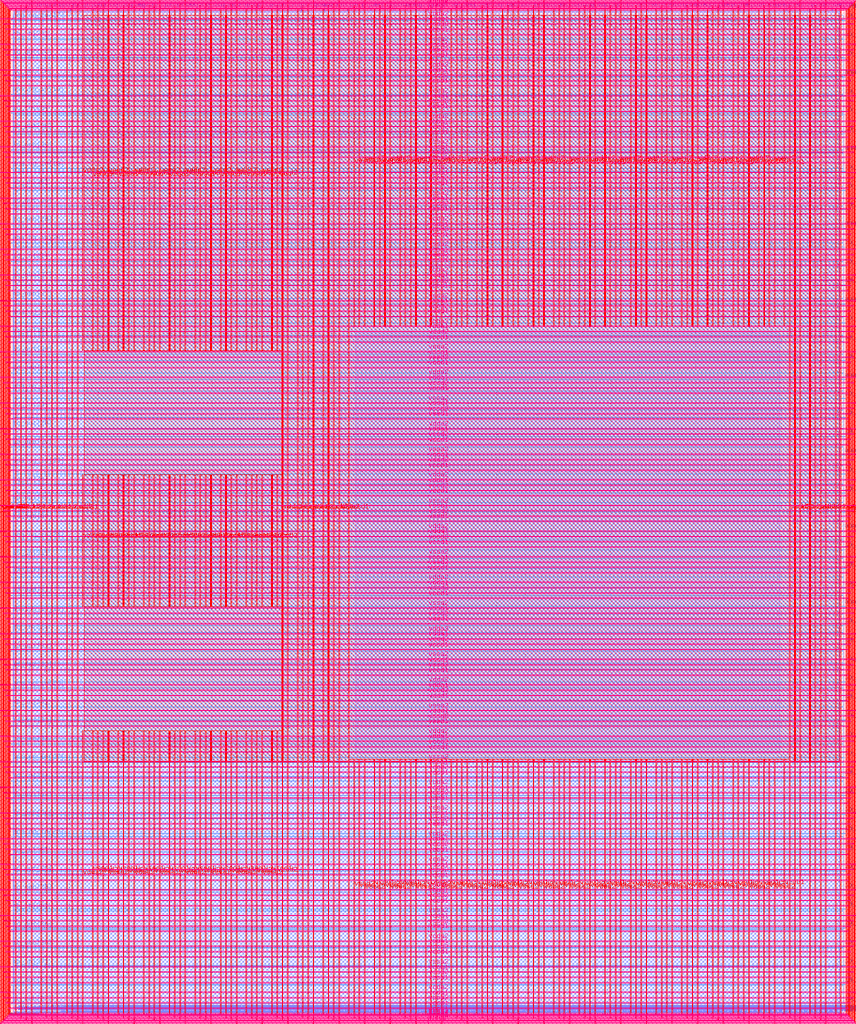
<source format=lef>
VERSION 5.7 ;
  NOWIREEXTENSIONATPIN ON ;
  DIVIDERCHAR "/" ;
  BUSBITCHARS "[]" ;
MACRO user_project_wrapper
  CLASS BLOCK ;
  FOREIGN user_project_wrapper ;
  ORIGIN 0.000 0.000 ;
  SIZE 2920.000 BY 3520.000 ;
  PIN analog_io[0]
    DIRECTION INOUT ;
    USE SIGNAL ;
    PORT
      LAYER met3 ;
        RECT 2917.600 1426.380 2924.800 1427.580 ;
    END
  END analog_io[0]
  PIN analog_io[10]
    DIRECTION INOUT ;
    USE SIGNAL ;
    PORT
      LAYER met2 ;
        RECT 2230.490 3517.600 2231.050 3524.800 ;
    END
  END analog_io[10]
  PIN analog_io[11]
    DIRECTION INOUT ;
    USE SIGNAL ;
    PORT
      LAYER met2 ;
        RECT 1905.730 3517.600 1906.290 3524.800 ;
    END
  END analog_io[11]
  PIN analog_io[12]
    DIRECTION INOUT ;
    USE SIGNAL ;
    PORT
      LAYER met2 ;
        RECT 1581.430 3517.600 1581.990 3524.800 ;
    END
  END analog_io[12]
  PIN analog_io[13]
    DIRECTION INOUT ;
    USE SIGNAL ;
    PORT
      LAYER met2 ;
        RECT 1257.130 3517.600 1257.690 3524.800 ;
    END
  END analog_io[13]
  PIN analog_io[14]
    DIRECTION INOUT ;
    USE SIGNAL ;
    PORT
      LAYER met2 ;
        RECT 932.370 3517.600 932.930 3524.800 ;
    END
  END analog_io[14]
  PIN analog_io[15]
    DIRECTION INOUT ;
    USE SIGNAL ;
    PORT
      LAYER met2 ;
        RECT 608.070 3517.600 608.630 3524.800 ;
    END
  END analog_io[15]
  PIN analog_io[16]
    DIRECTION INOUT ;
    USE SIGNAL ;
    PORT
      LAYER met2 ;
        RECT 283.770 3517.600 284.330 3524.800 ;
    END
  END analog_io[16]
  PIN analog_io[17]
    DIRECTION INOUT ;
    USE SIGNAL ;
    PORT
      LAYER met3 ;
        RECT -4.800 3486.100 2.400 3487.300 ;
    END
  END analog_io[17]
  PIN analog_io[18]
    DIRECTION INOUT ;
    USE SIGNAL ;
    PORT
      LAYER met3 ;
        RECT -4.800 3224.980 2.400 3226.180 ;
    END
  END analog_io[18]
  PIN analog_io[19]
    DIRECTION INOUT ;
    USE SIGNAL ;
    PORT
      LAYER met3 ;
        RECT -4.800 2964.540 2.400 2965.740 ;
    END
  END analog_io[19]
  PIN analog_io[1]
    DIRECTION INOUT ;
    USE SIGNAL ;
    PORT
      LAYER met3 ;
        RECT 2917.600 1692.260 2924.800 1693.460 ;
    END
  END analog_io[1]
  PIN analog_io[20]
    DIRECTION INOUT ;
    USE SIGNAL ;
    PORT
      LAYER met3 ;
        RECT -4.800 2703.420 2.400 2704.620 ;
    END
  END analog_io[20]
  PIN analog_io[21]
    DIRECTION INOUT ;
    USE SIGNAL ;
    PORT
      LAYER met3 ;
        RECT -4.800 2442.980 2.400 2444.180 ;
    END
  END analog_io[21]
  PIN analog_io[22]
    DIRECTION INOUT ;
    USE SIGNAL ;
    PORT
      LAYER met3 ;
        RECT -4.800 2182.540 2.400 2183.740 ;
    END
  END analog_io[22]
  PIN analog_io[23]
    DIRECTION INOUT ;
    USE SIGNAL ;
    PORT
      LAYER met3 ;
        RECT -4.800 1921.420 2.400 1922.620 ;
    END
  END analog_io[23]
  PIN analog_io[24]
    DIRECTION INOUT ;
    USE SIGNAL ;
    PORT
      LAYER met3 ;
        RECT -4.800 1660.980 2.400 1662.180 ;
    END
  END analog_io[24]
  PIN analog_io[25]
    DIRECTION INOUT ;
    USE SIGNAL ;
    PORT
      LAYER met3 ;
        RECT -4.800 1399.860 2.400 1401.060 ;
    END
  END analog_io[25]
  PIN analog_io[26]
    DIRECTION INOUT ;
    USE SIGNAL ;
    PORT
      LAYER met3 ;
        RECT -4.800 1139.420 2.400 1140.620 ;
    END
  END analog_io[26]
  PIN analog_io[27]
    DIRECTION INOUT ;
    USE SIGNAL ;
    PORT
      LAYER met3 ;
        RECT -4.800 878.980 2.400 880.180 ;
    END
  END analog_io[27]
  PIN analog_io[28]
    DIRECTION INOUT ;
    USE SIGNAL ;
    PORT
      LAYER met3 ;
        RECT -4.800 617.860 2.400 619.060 ;
    END
  END analog_io[28]
  PIN analog_io[2]
    DIRECTION INOUT ;
    USE SIGNAL ;
    PORT
      LAYER met3 ;
        RECT 2917.600 1958.140 2924.800 1959.340 ;
    END
  END analog_io[2]
  PIN analog_io[3]
    DIRECTION INOUT ;
    USE SIGNAL ;
    PORT
      LAYER met3 ;
        RECT 2917.600 2223.340 2924.800 2224.540 ;
    END
  END analog_io[3]
  PIN analog_io[4]
    DIRECTION INOUT ;
    USE SIGNAL ;
    PORT
      LAYER met3 ;
        RECT 2917.600 2489.220 2924.800 2490.420 ;
    END
  END analog_io[4]
  PIN analog_io[5]
    DIRECTION INOUT ;
    USE SIGNAL ;
    PORT
      LAYER met3 ;
        RECT 2917.600 2755.100 2924.800 2756.300 ;
    END
  END analog_io[5]
  PIN analog_io[6]
    DIRECTION INOUT ;
    USE SIGNAL ;
    PORT
      LAYER met3 ;
        RECT 2917.600 3020.300 2924.800 3021.500 ;
    END
  END analog_io[6]
  PIN analog_io[7]
    DIRECTION INOUT ;
    USE SIGNAL ;
    PORT
      LAYER met3 ;
        RECT 2917.600 3286.180 2924.800 3287.380 ;
    END
  END analog_io[7]
  PIN analog_io[8]
    DIRECTION INOUT ;
    USE SIGNAL ;
    PORT
      LAYER met2 ;
        RECT 2879.090 3517.600 2879.650 3524.800 ;
    END
  END analog_io[8]
  PIN analog_io[9]
    DIRECTION INOUT ;
    USE SIGNAL ;
    PORT
      LAYER met2 ;
        RECT 2554.790 3517.600 2555.350 3524.800 ;
    END
  END analog_io[9]
  PIN io_in[0]
    DIRECTION INPUT ;
    USE SIGNAL ;
    PORT
      LAYER met3 ;
        RECT 2917.600 32.380 2924.800 33.580 ;
    END
  END io_in[0]
  PIN io_in[10]
    DIRECTION INPUT ;
    USE SIGNAL ;
    PORT
      LAYER met3 ;
        RECT 2917.600 2289.980 2924.800 2291.180 ;
    END
  END io_in[10]
  PIN io_in[11]
    DIRECTION INPUT ;
    USE SIGNAL ;
    PORT
      LAYER met3 ;
        RECT 2917.600 2555.860 2924.800 2557.060 ;
    END
  END io_in[11]
  PIN io_in[12]
    DIRECTION INPUT ;
    USE SIGNAL ;
    PORT
      LAYER met3 ;
        RECT 2917.600 2821.060 2924.800 2822.260 ;
    END
  END io_in[12]
  PIN io_in[13]
    DIRECTION INPUT ;
    USE SIGNAL ;
    PORT
      LAYER met3 ;
        RECT 2917.600 3086.940 2924.800 3088.140 ;
    END
  END io_in[13]
  PIN io_in[14]
    DIRECTION INPUT ;
    USE SIGNAL ;
    PORT
      LAYER met3 ;
        RECT 2917.600 3352.820 2924.800 3354.020 ;
    END
  END io_in[14]
  PIN io_in[15]
    DIRECTION INPUT ;
    USE SIGNAL ;
    PORT
      LAYER met2 ;
        RECT 2798.130 3517.600 2798.690 3524.800 ;
    END
  END io_in[15]
  PIN io_in[16]
    DIRECTION INPUT ;
    USE SIGNAL ;
    PORT
      LAYER met2 ;
        RECT 2473.830 3517.600 2474.390 3524.800 ;
    END
  END io_in[16]
  PIN io_in[17]
    DIRECTION INPUT ;
    USE SIGNAL ;
    PORT
      LAYER met2 ;
        RECT 2149.070 3517.600 2149.630 3524.800 ;
    END
  END io_in[17]
  PIN io_in[18]
    DIRECTION INPUT ;
    USE SIGNAL ;
    PORT
      LAYER met2 ;
        RECT 1824.770 3517.600 1825.330 3524.800 ;
    END
  END io_in[18]
  PIN io_in[19]
    DIRECTION INPUT ;
    USE SIGNAL ;
    PORT
      LAYER met2 ;
        RECT 1500.470 3517.600 1501.030 3524.800 ;
    END
  END io_in[19]
  PIN io_in[1]
    DIRECTION INPUT ;
    USE SIGNAL ;
    PORT
      LAYER met3 ;
        RECT 2917.600 230.940 2924.800 232.140 ;
    END
  END io_in[1]
  PIN io_in[20]
    DIRECTION INPUT ;
    USE SIGNAL ;
    PORT
      LAYER met2 ;
        RECT 1175.710 3517.600 1176.270 3524.800 ;
    END
  END io_in[20]
  PIN io_in[21]
    DIRECTION INPUT ;
    USE SIGNAL ;
    PORT
      LAYER met2 ;
        RECT 851.410 3517.600 851.970 3524.800 ;
    END
  END io_in[21]
  PIN io_in[22]
    DIRECTION INPUT ;
    USE SIGNAL ;
    PORT
      LAYER met2 ;
        RECT 527.110 3517.600 527.670 3524.800 ;
    END
  END io_in[22]
  PIN io_in[23]
    DIRECTION INPUT ;
    USE SIGNAL ;
    PORT
      LAYER met2 ;
        RECT 202.350 3517.600 202.910 3524.800 ;
    END
  END io_in[23]
  PIN io_in[24]
    DIRECTION INPUT ;
    USE SIGNAL ;
    PORT
      LAYER met3 ;
        RECT -4.800 3420.820 2.400 3422.020 ;
    END
  END io_in[24]
  PIN io_in[25]
    DIRECTION INPUT ;
    USE SIGNAL ;
    PORT
      LAYER met3 ;
        RECT -4.800 3159.700 2.400 3160.900 ;
    END
  END io_in[25]
  PIN io_in[26]
    DIRECTION INPUT ;
    USE SIGNAL ;
    PORT
      LAYER met3 ;
        RECT -4.800 2899.260 2.400 2900.460 ;
    END
  END io_in[26]
  PIN io_in[27]
    DIRECTION INPUT ;
    USE SIGNAL ;
    PORT
      LAYER met3 ;
        RECT -4.800 2638.820 2.400 2640.020 ;
    END
  END io_in[27]
  PIN io_in[28]
    DIRECTION INPUT ;
    USE SIGNAL ;
    PORT
      LAYER met3 ;
        RECT -4.800 2377.700 2.400 2378.900 ;
    END
  END io_in[28]
  PIN io_in[29]
    DIRECTION INPUT ;
    USE SIGNAL ;
    PORT
      LAYER met3 ;
        RECT -4.800 2117.260 2.400 2118.460 ;
    END
  END io_in[29]
  PIN io_in[2]
    DIRECTION INPUT ;
    USE SIGNAL ;
    PORT
      LAYER met3 ;
        RECT 2917.600 430.180 2924.800 431.380 ;
    END
  END io_in[2]
  PIN io_in[30]
    DIRECTION INPUT ;
    USE SIGNAL ;
    PORT
      LAYER met3 ;
        RECT -4.800 1856.140 2.400 1857.340 ;
    END
  END io_in[30]
  PIN io_in[31]
    DIRECTION INPUT ;
    USE SIGNAL ;
    PORT
      LAYER met3 ;
        RECT -4.800 1595.700 2.400 1596.900 ;
    END
  END io_in[31]
  PIN io_in[32]
    DIRECTION INPUT ;
    USE SIGNAL ;
    PORT
      LAYER met3 ;
        RECT -4.800 1335.260 2.400 1336.460 ;
    END
  END io_in[32]
  PIN io_in[33]
    DIRECTION INPUT ;
    USE SIGNAL ;
    PORT
      LAYER met3 ;
        RECT -4.800 1074.140 2.400 1075.340 ;
    END
  END io_in[33]
  PIN io_in[34]
    DIRECTION INPUT ;
    USE SIGNAL ;
    PORT
      LAYER met3 ;
        RECT -4.800 813.700 2.400 814.900 ;
    END
  END io_in[34]
  PIN io_in[35]
    DIRECTION INPUT ;
    USE SIGNAL ;
    PORT
      LAYER met3 ;
        RECT -4.800 552.580 2.400 553.780 ;
    END
  END io_in[35]
  PIN io_in[36]
    DIRECTION INPUT ;
    USE SIGNAL ;
    PORT
      LAYER met3 ;
        RECT -4.800 357.420 2.400 358.620 ;
    END
  END io_in[36]
  PIN io_in[37]
    DIRECTION INPUT ;
    USE SIGNAL ;
    PORT
      LAYER met3 ;
        RECT -4.800 161.580 2.400 162.780 ;
    END
  END io_in[37]
  PIN io_in[3]
    DIRECTION INPUT ;
    USE SIGNAL ;
    PORT
      LAYER met3 ;
        RECT 2917.600 629.420 2924.800 630.620 ;
    END
  END io_in[3]
  PIN io_in[4]
    DIRECTION INPUT ;
    USE SIGNAL ;
    PORT
      LAYER met3 ;
        RECT 2917.600 828.660 2924.800 829.860 ;
    END
  END io_in[4]
  PIN io_in[5]
    DIRECTION INPUT ;
    USE SIGNAL ;
    PORT
      LAYER met3 ;
        RECT 2917.600 1027.900 2924.800 1029.100 ;
    END
  END io_in[5]
  PIN io_in[6]
    DIRECTION INPUT ;
    USE SIGNAL ;
    PORT
      LAYER met3 ;
        RECT 2917.600 1227.140 2924.800 1228.340 ;
    END
  END io_in[6]
  PIN io_in[7]
    DIRECTION INPUT ;
    USE SIGNAL ;
    PORT
      LAYER met3 ;
        RECT 2917.600 1493.020 2924.800 1494.220 ;
    END
  END io_in[7]
  PIN io_in[8]
    DIRECTION INPUT ;
    USE SIGNAL ;
    PORT
      LAYER met3 ;
        RECT 2917.600 1758.900 2924.800 1760.100 ;
    END
  END io_in[8]
  PIN io_in[9]
    DIRECTION INPUT ;
    USE SIGNAL ;
    PORT
      LAYER met3 ;
        RECT 2917.600 2024.100 2924.800 2025.300 ;
    END
  END io_in[9]
  PIN io_oeb[0]
    DIRECTION OUTPUT TRISTATE ;
    USE SIGNAL ;
    PORT
      LAYER met3 ;
        RECT 2917.600 164.980 2924.800 166.180 ;
    END
  END io_oeb[0]
  PIN io_oeb[10]
    DIRECTION OUTPUT TRISTATE ;
    USE SIGNAL ;
    PORT
      LAYER met3 ;
        RECT 2917.600 2422.580 2924.800 2423.780 ;
    END
  END io_oeb[10]
  PIN io_oeb[11]
    DIRECTION OUTPUT TRISTATE ;
    USE SIGNAL ;
    PORT
      LAYER met3 ;
        RECT 2917.600 2688.460 2924.800 2689.660 ;
    END
  END io_oeb[11]
  PIN io_oeb[12]
    DIRECTION OUTPUT TRISTATE ;
    USE SIGNAL ;
    PORT
      LAYER met3 ;
        RECT 2917.600 2954.340 2924.800 2955.540 ;
    END
  END io_oeb[12]
  PIN io_oeb[13]
    DIRECTION OUTPUT TRISTATE ;
    USE SIGNAL ;
    PORT
      LAYER met3 ;
        RECT 2917.600 3219.540 2924.800 3220.740 ;
    END
  END io_oeb[13]
  PIN io_oeb[14]
    DIRECTION OUTPUT TRISTATE ;
    USE SIGNAL ;
    PORT
      LAYER met3 ;
        RECT 2917.600 3485.420 2924.800 3486.620 ;
    END
  END io_oeb[14]
  PIN io_oeb[15]
    DIRECTION OUTPUT TRISTATE ;
    USE SIGNAL ;
    PORT
      LAYER met2 ;
        RECT 2635.750 3517.600 2636.310 3524.800 ;
    END
  END io_oeb[15]
  PIN io_oeb[16]
    DIRECTION OUTPUT TRISTATE ;
    USE SIGNAL ;
    PORT
      LAYER met2 ;
        RECT 2311.450 3517.600 2312.010 3524.800 ;
    END
  END io_oeb[16]
  PIN io_oeb[17]
    DIRECTION OUTPUT TRISTATE ;
    USE SIGNAL ;
    PORT
      LAYER met2 ;
        RECT 1987.150 3517.600 1987.710 3524.800 ;
    END
  END io_oeb[17]
  PIN io_oeb[18]
    DIRECTION OUTPUT TRISTATE ;
    USE SIGNAL ;
    PORT
      LAYER met2 ;
        RECT 1662.390 3517.600 1662.950 3524.800 ;
    END
  END io_oeb[18]
  PIN io_oeb[19]
    DIRECTION OUTPUT TRISTATE ;
    USE SIGNAL ;
    PORT
      LAYER met2 ;
        RECT 1338.090 3517.600 1338.650 3524.800 ;
    END
  END io_oeb[19]
  PIN io_oeb[1]
    DIRECTION OUTPUT TRISTATE ;
    USE SIGNAL ;
    PORT
      LAYER met3 ;
        RECT 2917.600 364.220 2924.800 365.420 ;
    END
  END io_oeb[1]
  PIN io_oeb[20]
    DIRECTION OUTPUT TRISTATE ;
    USE SIGNAL ;
    PORT
      LAYER met2 ;
        RECT 1013.790 3517.600 1014.350 3524.800 ;
    END
  END io_oeb[20]
  PIN io_oeb[21]
    DIRECTION OUTPUT TRISTATE ;
    USE SIGNAL ;
    PORT
      LAYER met2 ;
        RECT 689.030 3517.600 689.590 3524.800 ;
    END
  END io_oeb[21]
  PIN io_oeb[22]
    DIRECTION OUTPUT TRISTATE ;
    USE SIGNAL ;
    PORT
      LAYER met2 ;
        RECT 364.730 3517.600 365.290 3524.800 ;
    END
  END io_oeb[22]
  PIN io_oeb[23]
    DIRECTION OUTPUT TRISTATE ;
    USE SIGNAL ;
    PORT
      LAYER met2 ;
        RECT 40.430 3517.600 40.990 3524.800 ;
    END
  END io_oeb[23]
  PIN io_oeb[24]
    DIRECTION OUTPUT TRISTATE ;
    USE SIGNAL ;
    PORT
      LAYER met3 ;
        RECT -4.800 3290.260 2.400 3291.460 ;
    END
  END io_oeb[24]
  PIN io_oeb[25]
    DIRECTION OUTPUT TRISTATE ;
    USE SIGNAL ;
    PORT
      LAYER met3 ;
        RECT -4.800 3029.820 2.400 3031.020 ;
    END
  END io_oeb[25]
  PIN io_oeb[26]
    DIRECTION OUTPUT TRISTATE ;
    USE SIGNAL ;
    PORT
      LAYER met3 ;
        RECT -4.800 2768.700 2.400 2769.900 ;
    END
  END io_oeb[26]
  PIN io_oeb[27]
    DIRECTION OUTPUT TRISTATE ;
    USE SIGNAL ;
    PORT
      LAYER met3 ;
        RECT -4.800 2508.260 2.400 2509.460 ;
    END
  END io_oeb[27]
  PIN io_oeb[28]
    DIRECTION OUTPUT TRISTATE ;
    USE SIGNAL ;
    PORT
      LAYER met3 ;
        RECT -4.800 2247.140 2.400 2248.340 ;
    END
  END io_oeb[28]
  PIN io_oeb[29]
    DIRECTION OUTPUT TRISTATE ;
    USE SIGNAL ;
    PORT
      LAYER met3 ;
        RECT -4.800 1986.700 2.400 1987.900 ;
    END
  END io_oeb[29]
  PIN io_oeb[2]
    DIRECTION OUTPUT TRISTATE ;
    USE SIGNAL ;
    PORT
      LAYER met3 ;
        RECT 2917.600 563.460 2924.800 564.660 ;
    END
  END io_oeb[2]
  PIN io_oeb[30]
    DIRECTION OUTPUT TRISTATE ;
    USE SIGNAL ;
    PORT
      LAYER met3 ;
        RECT -4.800 1726.260 2.400 1727.460 ;
    END
  END io_oeb[30]
  PIN io_oeb[31]
    DIRECTION OUTPUT TRISTATE ;
    USE SIGNAL ;
    PORT
      LAYER met3 ;
        RECT -4.800 1465.140 2.400 1466.340 ;
    END
  END io_oeb[31]
  PIN io_oeb[32]
    DIRECTION OUTPUT TRISTATE ;
    USE SIGNAL ;
    PORT
      LAYER met3 ;
        RECT -4.800 1204.700 2.400 1205.900 ;
    END
  END io_oeb[32]
  PIN io_oeb[33]
    DIRECTION OUTPUT TRISTATE ;
    USE SIGNAL ;
    PORT
      LAYER met3 ;
        RECT -4.800 943.580 2.400 944.780 ;
    END
  END io_oeb[33]
  PIN io_oeb[34]
    DIRECTION OUTPUT TRISTATE ;
    USE SIGNAL ;
    PORT
      LAYER met3 ;
        RECT -4.800 683.140 2.400 684.340 ;
    END
  END io_oeb[34]
  PIN io_oeb[35]
    DIRECTION OUTPUT TRISTATE ;
    USE SIGNAL ;
    PORT
      LAYER met3 ;
        RECT -4.800 422.700 2.400 423.900 ;
    END
  END io_oeb[35]
  PIN io_oeb[36]
    DIRECTION OUTPUT TRISTATE ;
    USE SIGNAL ;
    PORT
      LAYER met3 ;
        RECT -4.800 226.860 2.400 228.060 ;
    END
  END io_oeb[36]
  PIN io_oeb[37]
    DIRECTION OUTPUT TRISTATE ;
    USE SIGNAL ;
    PORT
      LAYER met3 ;
        RECT -4.800 31.700 2.400 32.900 ;
    END
  END io_oeb[37]
  PIN io_oeb[3]
    DIRECTION OUTPUT TRISTATE ;
    USE SIGNAL ;
    PORT
      LAYER met3 ;
        RECT 2917.600 762.700 2924.800 763.900 ;
    END
  END io_oeb[3]
  PIN io_oeb[4]
    DIRECTION OUTPUT TRISTATE ;
    USE SIGNAL ;
    PORT
      LAYER met3 ;
        RECT 2917.600 961.940 2924.800 963.140 ;
    END
  END io_oeb[4]
  PIN io_oeb[5]
    DIRECTION OUTPUT TRISTATE ;
    USE SIGNAL ;
    PORT
      LAYER met3 ;
        RECT 2917.600 1161.180 2924.800 1162.380 ;
    END
  END io_oeb[5]
  PIN io_oeb[6]
    DIRECTION OUTPUT TRISTATE ;
    USE SIGNAL ;
    PORT
      LAYER met3 ;
        RECT 2917.600 1360.420 2924.800 1361.620 ;
    END
  END io_oeb[6]
  PIN io_oeb[7]
    DIRECTION OUTPUT TRISTATE ;
    USE SIGNAL ;
    PORT
      LAYER met3 ;
        RECT 2917.600 1625.620 2924.800 1626.820 ;
    END
  END io_oeb[7]
  PIN io_oeb[8]
    DIRECTION OUTPUT TRISTATE ;
    USE SIGNAL ;
    PORT
      LAYER met3 ;
        RECT 2917.600 1891.500 2924.800 1892.700 ;
    END
  END io_oeb[8]
  PIN io_oeb[9]
    DIRECTION OUTPUT TRISTATE ;
    USE SIGNAL ;
    PORT
      LAYER met3 ;
        RECT 2917.600 2157.380 2924.800 2158.580 ;
    END
  END io_oeb[9]
  PIN io_out[0]
    DIRECTION OUTPUT TRISTATE ;
    USE SIGNAL ;
    PORT
      LAYER met3 ;
        RECT 2917.600 98.340 2924.800 99.540 ;
    END
  END io_out[0]
  PIN io_out[10]
    DIRECTION OUTPUT TRISTATE ;
    USE SIGNAL ;
    PORT
      LAYER met3 ;
        RECT 2917.600 2356.620 2924.800 2357.820 ;
    END
  END io_out[10]
  PIN io_out[11]
    DIRECTION OUTPUT TRISTATE ;
    USE SIGNAL ;
    PORT
      LAYER met3 ;
        RECT 2917.600 2621.820 2924.800 2623.020 ;
    END
  END io_out[11]
  PIN io_out[12]
    DIRECTION OUTPUT TRISTATE ;
    USE SIGNAL ;
    PORT
      LAYER met3 ;
        RECT 2917.600 2887.700 2924.800 2888.900 ;
    END
  END io_out[12]
  PIN io_out[13]
    DIRECTION OUTPUT TRISTATE ;
    USE SIGNAL ;
    PORT
      LAYER met3 ;
        RECT 2917.600 3153.580 2924.800 3154.780 ;
    END
  END io_out[13]
  PIN io_out[14]
    DIRECTION OUTPUT TRISTATE ;
    USE SIGNAL ;
    PORT
      LAYER met3 ;
        RECT 2917.600 3418.780 2924.800 3419.980 ;
    END
  END io_out[14]
  PIN io_out[15]
    DIRECTION OUTPUT TRISTATE ;
    USE SIGNAL ;
    PORT
      LAYER met2 ;
        RECT 2717.170 3517.600 2717.730 3524.800 ;
    END
  END io_out[15]
  PIN io_out[16]
    DIRECTION OUTPUT TRISTATE ;
    USE SIGNAL ;
    PORT
      LAYER met2 ;
        RECT 2392.410 3517.600 2392.970 3524.800 ;
    END
  END io_out[16]
  PIN io_out[17]
    DIRECTION OUTPUT TRISTATE ;
    USE SIGNAL ;
    PORT
      LAYER met2 ;
        RECT 2068.110 3517.600 2068.670 3524.800 ;
    END
  END io_out[17]
  PIN io_out[18]
    DIRECTION OUTPUT TRISTATE ;
    USE SIGNAL ;
    PORT
      LAYER met2 ;
        RECT 1743.810 3517.600 1744.370 3524.800 ;
    END
  END io_out[18]
  PIN io_out[19]
    DIRECTION OUTPUT TRISTATE ;
    USE SIGNAL ;
    PORT
      LAYER met2 ;
        RECT 1419.050 3517.600 1419.610 3524.800 ;
    END
  END io_out[19]
  PIN io_out[1]
    DIRECTION OUTPUT TRISTATE ;
    USE SIGNAL ;
    PORT
      LAYER met3 ;
        RECT 2917.600 297.580 2924.800 298.780 ;
    END
  END io_out[1]
  PIN io_out[20]
    DIRECTION OUTPUT TRISTATE ;
    USE SIGNAL ;
    PORT
      LAYER met2 ;
        RECT 1094.750 3517.600 1095.310 3524.800 ;
    END
  END io_out[20]
  PIN io_out[21]
    DIRECTION OUTPUT TRISTATE ;
    USE SIGNAL ;
    PORT
      LAYER met2 ;
        RECT 770.450 3517.600 771.010 3524.800 ;
    END
  END io_out[21]
  PIN io_out[22]
    DIRECTION OUTPUT TRISTATE ;
    USE SIGNAL ;
    PORT
      LAYER met2 ;
        RECT 445.690 3517.600 446.250 3524.800 ;
    END
  END io_out[22]
  PIN io_out[23]
    DIRECTION OUTPUT TRISTATE ;
    USE SIGNAL ;
    PORT
      LAYER met2 ;
        RECT 121.390 3517.600 121.950 3524.800 ;
    END
  END io_out[23]
  PIN io_out[24]
    DIRECTION OUTPUT TRISTATE ;
    USE SIGNAL ;
    PORT
      LAYER met3 ;
        RECT -4.800 3355.540 2.400 3356.740 ;
    END
  END io_out[24]
  PIN io_out[25]
    DIRECTION OUTPUT TRISTATE ;
    USE SIGNAL ;
    PORT
      LAYER met3 ;
        RECT -4.800 3095.100 2.400 3096.300 ;
    END
  END io_out[25]
  PIN io_out[26]
    DIRECTION OUTPUT TRISTATE ;
    USE SIGNAL ;
    PORT
      LAYER met3 ;
        RECT -4.800 2833.980 2.400 2835.180 ;
    END
  END io_out[26]
  PIN io_out[27]
    DIRECTION OUTPUT TRISTATE ;
    USE SIGNAL ;
    PORT
      LAYER met3 ;
        RECT -4.800 2573.540 2.400 2574.740 ;
    END
  END io_out[27]
  PIN io_out[28]
    DIRECTION OUTPUT TRISTATE ;
    USE SIGNAL ;
    PORT
      LAYER met3 ;
        RECT -4.800 2312.420 2.400 2313.620 ;
    END
  END io_out[28]
  PIN io_out[29]
    DIRECTION OUTPUT TRISTATE ;
    USE SIGNAL ;
    PORT
      LAYER met3 ;
        RECT -4.800 2051.980 2.400 2053.180 ;
    END
  END io_out[29]
  PIN io_out[2]
    DIRECTION OUTPUT TRISTATE ;
    USE SIGNAL ;
    PORT
      LAYER met3 ;
        RECT 2917.600 496.820 2924.800 498.020 ;
    END
  END io_out[2]
  PIN io_out[30]
    DIRECTION OUTPUT TRISTATE ;
    USE SIGNAL ;
    PORT
      LAYER met3 ;
        RECT -4.800 1791.540 2.400 1792.740 ;
    END
  END io_out[30]
  PIN io_out[31]
    DIRECTION OUTPUT TRISTATE ;
    USE SIGNAL ;
    PORT
      LAYER met3 ;
        RECT -4.800 1530.420 2.400 1531.620 ;
    END
  END io_out[31]
  PIN io_out[32]
    DIRECTION OUTPUT TRISTATE ;
    USE SIGNAL ;
    PORT
      LAYER met3 ;
        RECT -4.800 1269.980 2.400 1271.180 ;
    END
  END io_out[32]
  PIN io_out[33]
    DIRECTION OUTPUT TRISTATE ;
    USE SIGNAL ;
    PORT
      LAYER met3 ;
        RECT -4.800 1008.860 2.400 1010.060 ;
    END
  END io_out[33]
  PIN io_out[34]
    DIRECTION OUTPUT TRISTATE ;
    USE SIGNAL ;
    PORT
      LAYER met3 ;
        RECT -4.800 748.420 2.400 749.620 ;
    END
  END io_out[34]
  PIN io_out[35]
    DIRECTION OUTPUT TRISTATE ;
    USE SIGNAL ;
    PORT
      LAYER met3 ;
        RECT -4.800 487.300 2.400 488.500 ;
    END
  END io_out[35]
  PIN io_out[36]
    DIRECTION OUTPUT TRISTATE ;
    USE SIGNAL ;
    PORT
      LAYER met3 ;
        RECT -4.800 292.140 2.400 293.340 ;
    END
  END io_out[36]
  PIN io_out[37]
    DIRECTION OUTPUT TRISTATE ;
    USE SIGNAL ;
    PORT
      LAYER met3 ;
        RECT -4.800 96.300 2.400 97.500 ;
    END
  END io_out[37]
  PIN io_out[3]
    DIRECTION OUTPUT TRISTATE ;
    USE SIGNAL ;
    PORT
      LAYER met3 ;
        RECT 2917.600 696.060 2924.800 697.260 ;
    END
  END io_out[3]
  PIN io_out[4]
    DIRECTION OUTPUT TRISTATE ;
    USE SIGNAL ;
    PORT
      LAYER met3 ;
        RECT 2917.600 895.300 2924.800 896.500 ;
    END
  END io_out[4]
  PIN io_out[5]
    DIRECTION OUTPUT TRISTATE ;
    USE SIGNAL ;
    PORT
      LAYER met3 ;
        RECT 2917.600 1094.540 2924.800 1095.740 ;
    END
  END io_out[5]
  PIN io_out[6]
    DIRECTION OUTPUT TRISTATE ;
    USE SIGNAL ;
    PORT
      LAYER met3 ;
        RECT 2917.600 1293.780 2924.800 1294.980 ;
    END
  END io_out[6]
  PIN io_out[7]
    DIRECTION OUTPUT TRISTATE ;
    USE SIGNAL ;
    PORT
      LAYER met3 ;
        RECT 2917.600 1559.660 2924.800 1560.860 ;
    END
  END io_out[7]
  PIN io_out[8]
    DIRECTION OUTPUT TRISTATE ;
    USE SIGNAL ;
    PORT
      LAYER met3 ;
        RECT 2917.600 1824.860 2924.800 1826.060 ;
    END
  END io_out[8]
  PIN io_out[9]
    DIRECTION OUTPUT TRISTATE ;
    USE SIGNAL ;
    PORT
      LAYER met3 ;
        RECT 2917.600 2090.740 2924.800 2091.940 ;
    END
  END io_out[9]
  PIN la_data_in[0]
    DIRECTION INPUT ;
    USE SIGNAL ;
    PORT
      LAYER met2 ;
        RECT 629.230 -4.800 629.790 2.400 ;
    END
  END la_data_in[0]
  PIN la_data_in[100]
    DIRECTION INPUT ;
    USE SIGNAL ;
    PORT
      LAYER met2 ;
        RECT 2402.530 -4.800 2403.090 2.400 ;
    END
  END la_data_in[100]
  PIN la_data_in[101]
    DIRECTION INPUT ;
    USE SIGNAL ;
    PORT
      LAYER met2 ;
        RECT 2420.010 -4.800 2420.570 2.400 ;
    END
  END la_data_in[101]
  PIN la_data_in[102]
    DIRECTION INPUT ;
    USE SIGNAL ;
    PORT
      LAYER met2 ;
        RECT 2437.950 -4.800 2438.510 2.400 ;
    END
  END la_data_in[102]
  PIN la_data_in[103]
    DIRECTION INPUT ;
    USE SIGNAL ;
    PORT
      LAYER met2 ;
        RECT 2455.430 -4.800 2455.990 2.400 ;
    END
  END la_data_in[103]
  PIN la_data_in[104]
    DIRECTION INPUT ;
    USE SIGNAL ;
    PORT
      LAYER met2 ;
        RECT 2473.370 -4.800 2473.930 2.400 ;
    END
  END la_data_in[104]
  PIN la_data_in[105]
    DIRECTION INPUT ;
    USE SIGNAL ;
    PORT
      LAYER met2 ;
        RECT 2490.850 -4.800 2491.410 2.400 ;
    END
  END la_data_in[105]
  PIN la_data_in[106]
    DIRECTION INPUT ;
    USE SIGNAL ;
    PORT
      LAYER met2 ;
        RECT 2508.790 -4.800 2509.350 2.400 ;
    END
  END la_data_in[106]
  PIN la_data_in[107]
    DIRECTION INPUT ;
    USE SIGNAL ;
    PORT
      LAYER met2 ;
        RECT 2526.730 -4.800 2527.290 2.400 ;
    END
  END la_data_in[107]
  PIN la_data_in[108]
    DIRECTION INPUT ;
    USE SIGNAL ;
    PORT
      LAYER met2 ;
        RECT 2544.210 -4.800 2544.770 2.400 ;
    END
  END la_data_in[108]
  PIN la_data_in[109]
    DIRECTION INPUT ;
    USE SIGNAL ;
    PORT
      LAYER met2 ;
        RECT 2562.150 -4.800 2562.710 2.400 ;
    END
  END la_data_in[109]
  PIN la_data_in[10]
    DIRECTION INPUT ;
    USE SIGNAL ;
    PORT
      LAYER met2 ;
        RECT 806.330 -4.800 806.890 2.400 ;
    END
  END la_data_in[10]
  PIN la_data_in[110]
    DIRECTION INPUT ;
    USE SIGNAL ;
    PORT
      LAYER met2 ;
        RECT 2579.630 -4.800 2580.190 2.400 ;
    END
  END la_data_in[110]
  PIN la_data_in[111]
    DIRECTION INPUT ;
    USE SIGNAL ;
    PORT
      LAYER met2 ;
        RECT 2597.570 -4.800 2598.130 2.400 ;
    END
  END la_data_in[111]
  PIN la_data_in[112]
    DIRECTION INPUT ;
    USE SIGNAL ;
    PORT
      LAYER met2 ;
        RECT 2615.050 -4.800 2615.610 2.400 ;
    END
  END la_data_in[112]
  PIN la_data_in[113]
    DIRECTION INPUT ;
    USE SIGNAL ;
    PORT
      LAYER met2 ;
        RECT 2632.990 -4.800 2633.550 2.400 ;
    END
  END la_data_in[113]
  PIN la_data_in[114]
    DIRECTION INPUT ;
    USE SIGNAL ;
    PORT
      LAYER met2 ;
        RECT 2650.470 -4.800 2651.030 2.400 ;
    END
  END la_data_in[114]
  PIN la_data_in[115]
    DIRECTION INPUT ;
    USE SIGNAL ;
    PORT
      LAYER met2 ;
        RECT 2668.410 -4.800 2668.970 2.400 ;
    END
  END la_data_in[115]
  PIN la_data_in[116]
    DIRECTION INPUT ;
    USE SIGNAL ;
    PORT
      LAYER met2 ;
        RECT 2685.890 -4.800 2686.450 2.400 ;
    END
  END la_data_in[116]
  PIN la_data_in[117]
    DIRECTION INPUT ;
    USE SIGNAL ;
    PORT
      LAYER met2 ;
        RECT 2703.830 -4.800 2704.390 2.400 ;
    END
  END la_data_in[117]
  PIN la_data_in[118]
    DIRECTION INPUT ;
    USE SIGNAL ;
    PORT
      LAYER met2 ;
        RECT 2721.770 -4.800 2722.330 2.400 ;
    END
  END la_data_in[118]
  PIN la_data_in[119]
    DIRECTION INPUT ;
    USE SIGNAL ;
    PORT
      LAYER met2 ;
        RECT 2739.250 -4.800 2739.810 2.400 ;
    END
  END la_data_in[119]
  PIN la_data_in[11]
    DIRECTION INPUT ;
    USE SIGNAL ;
    PORT
      LAYER met2 ;
        RECT 824.270 -4.800 824.830 2.400 ;
    END
  END la_data_in[11]
  PIN la_data_in[120]
    DIRECTION INPUT ;
    USE SIGNAL ;
    PORT
      LAYER met2 ;
        RECT 2757.190 -4.800 2757.750 2.400 ;
    END
  END la_data_in[120]
  PIN la_data_in[121]
    DIRECTION INPUT ;
    USE SIGNAL ;
    PORT
      LAYER met2 ;
        RECT 2774.670 -4.800 2775.230 2.400 ;
    END
  END la_data_in[121]
  PIN la_data_in[122]
    DIRECTION INPUT ;
    USE SIGNAL ;
    PORT
      LAYER met2 ;
        RECT 2792.610 -4.800 2793.170 2.400 ;
    END
  END la_data_in[122]
  PIN la_data_in[123]
    DIRECTION INPUT ;
    USE SIGNAL ;
    PORT
      LAYER met2 ;
        RECT 2810.090 -4.800 2810.650 2.400 ;
    END
  END la_data_in[123]
  PIN la_data_in[124]
    DIRECTION INPUT ;
    USE SIGNAL ;
    PORT
      LAYER met2 ;
        RECT 2828.030 -4.800 2828.590 2.400 ;
    END
  END la_data_in[124]
  PIN la_data_in[125]
    DIRECTION INPUT ;
    USE SIGNAL ;
    PORT
      LAYER met2 ;
        RECT 2845.510 -4.800 2846.070 2.400 ;
    END
  END la_data_in[125]
  PIN la_data_in[126]
    DIRECTION INPUT ;
    USE SIGNAL ;
    PORT
      LAYER met2 ;
        RECT 2863.450 -4.800 2864.010 2.400 ;
    END
  END la_data_in[126]
  PIN la_data_in[127]
    DIRECTION INPUT ;
    USE SIGNAL ;
    PORT
      LAYER met2 ;
        RECT 2881.390 -4.800 2881.950 2.400 ;
    END
  END la_data_in[127]
  PIN la_data_in[12]
    DIRECTION INPUT ;
    USE SIGNAL ;
    PORT
      LAYER met2 ;
        RECT 841.750 -4.800 842.310 2.400 ;
    END
  END la_data_in[12]
  PIN la_data_in[13]
    DIRECTION INPUT ;
    USE SIGNAL ;
    PORT
      LAYER met2 ;
        RECT 859.690 -4.800 860.250 2.400 ;
    END
  END la_data_in[13]
  PIN la_data_in[14]
    DIRECTION INPUT ;
    USE SIGNAL ;
    PORT
      LAYER met2 ;
        RECT 877.170 -4.800 877.730 2.400 ;
    END
  END la_data_in[14]
  PIN la_data_in[15]
    DIRECTION INPUT ;
    USE SIGNAL ;
    PORT
      LAYER met2 ;
        RECT 895.110 -4.800 895.670 2.400 ;
    END
  END la_data_in[15]
  PIN la_data_in[16]
    DIRECTION INPUT ;
    USE SIGNAL ;
    PORT
      LAYER met2 ;
        RECT 912.590 -4.800 913.150 2.400 ;
    END
  END la_data_in[16]
  PIN la_data_in[17]
    DIRECTION INPUT ;
    USE SIGNAL ;
    PORT
      LAYER met2 ;
        RECT 930.530 -4.800 931.090 2.400 ;
    END
  END la_data_in[17]
  PIN la_data_in[18]
    DIRECTION INPUT ;
    USE SIGNAL ;
    PORT
      LAYER met2 ;
        RECT 948.470 -4.800 949.030 2.400 ;
    END
  END la_data_in[18]
  PIN la_data_in[19]
    DIRECTION INPUT ;
    USE SIGNAL ;
    PORT
      LAYER met2 ;
        RECT 965.950 -4.800 966.510 2.400 ;
    END
  END la_data_in[19]
  PIN la_data_in[1]
    DIRECTION INPUT ;
    USE SIGNAL ;
    PORT
      LAYER met2 ;
        RECT 646.710 -4.800 647.270 2.400 ;
    END
  END la_data_in[1]
  PIN la_data_in[20]
    DIRECTION INPUT ;
    USE SIGNAL ;
    PORT
      LAYER met2 ;
        RECT 983.890 -4.800 984.450 2.400 ;
    END
  END la_data_in[20]
  PIN la_data_in[21]
    DIRECTION INPUT ;
    USE SIGNAL ;
    PORT
      LAYER met2 ;
        RECT 1001.370 -4.800 1001.930 2.400 ;
    END
  END la_data_in[21]
  PIN la_data_in[22]
    DIRECTION INPUT ;
    USE SIGNAL ;
    PORT
      LAYER met2 ;
        RECT 1019.310 -4.800 1019.870 2.400 ;
    END
  END la_data_in[22]
  PIN la_data_in[23]
    DIRECTION INPUT ;
    USE SIGNAL ;
    PORT
      LAYER met2 ;
        RECT 1036.790 -4.800 1037.350 2.400 ;
    END
  END la_data_in[23]
  PIN la_data_in[24]
    DIRECTION INPUT ;
    USE SIGNAL ;
    PORT
      LAYER met2 ;
        RECT 1054.730 -4.800 1055.290 2.400 ;
    END
  END la_data_in[24]
  PIN la_data_in[25]
    DIRECTION INPUT ;
    USE SIGNAL ;
    PORT
      LAYER met2 ;
        RECT 1072.210 -4.800 1072.770 2.400 ;
    END
  END la_data_in[25]
  PIN la_data_in[26]
    DIRECTION INPUT ;
    USE SIGNAL ;
    PORT
      LAYER met2 ;
        RECT 1090.150 -4.800 1090.710 2.400 ;
    END
  END la_data_in[26]
  PIN la_data_in[27]
    DIRECTION INPUT ;
    USE SIGNAL ;
    PORT
      LAYER met2 ;
        RECT 1107.630 -4.800 1108.190 2.400 ;
    END
  END la_data_in[27]
  PIN la_data_in[28]
    DIRECTION INPUT ;
    USE SIGNAL ;
    PORT
      LAYER met2 ;
        RECT 1125.570 -4.800 1126.130 2.400 ;
    END
  END la_data_in[28]
  PIN la_data_in[29]
    DIRECTION INPUT ;
    USE SIGNAL ;
    PORT
      LAYER met2 ;
        RECT 1143.510 -4.800 1144.070 2.400 ;
    END
  END la_data_in[29]
  PIN la_data_in[2]
    DIRECTION INPUT ;
    USE SIGNAL ;
    PORT
      LAYER met2 ;
        RECT 664.650 -4.800 665.210 2.400 ;
    END
  END la_data_in[2]
  PIN la_data_in[30]
    DIRECTION INPUT ;
    USE SIGNAL ;
    PORT
      LAYER met2 ;
        RECT 1160.990 -4.800 1161.550 2.400 ;
    END
  END la_data_in[30]
  PIN la_data_in[31]
    DIRECTION INPUT ;
    USE SIGNAL ;
    PORT
      LAYER met2 ;
        RECT 1178.930 -4.800 1179.490 2.400 ;
    END
  END la_data_in[31]
  PIN la_data_in[32]
    DIRECTION INPUT ;
    USE SIGNAL ;
    PORT
      LAYER met2 ;
        RECT 1196.410 -4.800 1196.970 2.400 ;
    END
  END la_data_in[32]
  PIN la_data_in[33]
    DIRECTION INPUT ;
    USE SIGNAL ;
    PORT
      LAYER met2 ;
        RECT 1214.350 -4.800 1214.910 2.400 ;
    END
  END la_data_in[33]
  PIN la_data_in[34]
    DIRECTION INPUT ;
    USE SIGNAL ;
    PORT
      LAYER met2 ;
        RECT 1231.830 -4.800 1232.390 2.400 ;
    END
  END la_data_in[34]
  PIN la_data_in[35]
    DIRECTION INPUT ;
    USE SIGNAL ;
    PORT
      LAYER met2 ;
        RECT 1249.770 -4.800 1250.330 2.400 ;
    END
  END la_data_in[35]
  PIN la_data_in[36]
    DIRECTION INPUT ;
    USE SIGNAL ;
    PORT
      LAYER met2 ;
        RECT 1267.250 -4.800 1267.810 2.400 ;
    END
  END la_data_in[36]
  PIN la_data_in[37]
    DIRECTION INPUT ;
    USE SIGNAL ;
    PORT
      LAYER met2 ;
        RECT 1285.190 -4.800 1285.750 2.400 ;
    END
  END la_data_in[37]
  PIN la_data_in[38]
    DIRECTION INPUT ;
    USE SIGNAL ;
    PORT
      LAYER met2 ;
        RECT 1303.130 -4.800 1303.690 2.400 ;
    END
  END la_data_in[38]
  PIN la_data_in[39]
    DIRECTION INPUT ;
    USE SIGNAL ;
    PORT
      LAYER met2 ;
        RECT 1320.610 -4.800 1321.170 2.400 ;
    END
  END la_data_in[39]
  PIN la_data_in[3]
    DIRECTION INPUT ;
    USE SIGNAL ;
    PORT
      LAYER met2 ;
        RECT 682.130 -4.800 682.690 2.400 ;
    END
  END la_data_in[3]
  PIN la_data_in[40]
    DIRECTION INPUT ;
    USE SIGNAL ;
    PORT
      LAYER met2 ;
        RECT 1338.550 -4.800 1339.110 2.400 ;
    END
  END la_data_in[40]
  PIN la_data_in[41]
    DIRECTION INPUT ;
    USE SIGNAL ;
    PORT
      LAYER met2 ;
        RECT 1356.030 -4.800 1356.590 2.400 ;
    END
  END la_data_in[41]
  PIN la_data_in[42]
    DIRECTION INPUT ;
    USE SIGNAL ;
    PORT
      LAYER met2 ;
        RECT 1373.970 -4.800 1374.530 2.400 ;
    END
  END la_data_in[42]
  PIN la_data_in[43]
    DIRECTION INPUT ;
    USE SIGNAL ;
    PORT
      LAYER met2 ;
        RECT 1391.450 -4.800 1392.010 2.400 ;
    END
  END la_data_in[43]
  PIN la_data_in[44]
    DIRECTION INPUT ;
    USE SIGNAL ;
    PORT
      LAYER met2 ;
        RECT 1409.390 -4.800 1409.950 2.400 ;
    END
  END la_data_in[44]
  PIN la_data_in[45]
    DIRECTION INPUT ;
    USE SIGNAL ;
    PORT
      LAYER met2 ;
        RECT 1426.870 -4.800 1427.430 2.400 ;
    END
  END la_data_in[45]
  PIN la_data_in[46]
    DIRECTION INPUT ;
    USE SIGNAL ;
    PORT
      LAYER met2 ;
        RECT 1444.810 -4.800 1445.370 2.400 ;
    END
  END la_data_in[46]
  PIN la_data_in[47]
    DIRECTION INPUT ;
    USE SIGNAL ;
    PORT
      LAYER met2 ;
        RECT 1462.750 -4.800 1463.310 2.400 ;
    END
  END la_data_in[47]
  PIN la_data_in[48]
    DIRECTION INPUT ;
    USE SIGNAL ;
    PORT
      LAYER met2 ;
        RECT 1480.230 -4.800 1480.790 2.400 ;
    END
  END la_data_in[48]
  PIN la_data_in[49]
    DIRECTION INPUT ;
    USE SIGNAL ;
    PORT
      LAYER met2 ;
        RECT 1498.170 -4.800 1498.730 2.400 ;
    END
  END la_data_in[49]
  PIN la_data_in[4]
    DIRECTION INPUT ;
    USE SIGNAL ;
    PORT
      LAYER met2 ;
        RECT 700.070 -4.800 700.630 2.400 ;
    END
  END la_data_in[4]
  PIN la_data_in[50]
    DIRECTION INPUT ;
    USE SIGNAL ;
    PORT
      LAYER met2 ;
        RECT 1515.650 -4.800 1516.210 2.400 ;
    END
  END la_data_in[50]
  PIN la_data_in[51]
    DIRECTION INPUT ;
    USE SIGNAL ;
    PORT
      LAYER met2 ;
        RECT 1533.590 -4.800 1534.150 2.400 ;
    END
  END la_data_in[51]
  PIN la_data_in[52]
    DIRECTION INPUT ;
    USE SIGNAL ;
    PORT
      LAYER met2 ;
        RECT 1551.070 -4.800 1551.630 2.400 ;
    END
  END la_data_in[52]
  PIN la_data_in[53]
    DIRECTION INPUT ;
    USE SIGNAL ;
    PORT
      LAYER met2 ;
        RECT 1569.010 -4.800 1569.570 2.400 ;
    END
  END la_data_in[53]
  PIN la_data_in[54]
    DIRECTION INPUT ;
    USE SIGNAL ;
    PORT
      LAYER met2 ;
        RECT 1586.490 -4.800 1587.050 2.400 ;
    END
  END la_data_in[54]
  PIN la_data_in[55]
    DIRECTION INPUT ;
    USE SIGNAL ;
    PORT
      LAYER met2 ;
        RECT 1604.430 -4.800 1604.990 2.400 ;
    END
  END la_data_in[55]
  PIN la_data_in[56]
    DIRECTION INPUT ;
    USE SIGNAL ;
    PORT
      LAYER met2 ;
        RECT 1621.910 -4.800 1622.470 2.400 ;
    END
  END la_data_in[56]
  PIN la_data_in[57]
    DIRECTION INPUT ;
    USE SIGNAL ;
    PORT
      LAYER met2 ;
        RECT 1639.850 -4.800 1640.410 2.400 ;
    END
  END la_data_in[57]
  PIN la_data_in[58]
    DIRECTION INPUT ;
    USE SIGNAL ;
    PORT
      LAYER met2 ;
        RECT 1657.790 -4.800 1658.350 2.400 ;
    END
  END la_data_in[58]
  PIN la_data_in[59]
    DIRECTION INPUT ;
    USE SIGNAL ;
    PORT
      LAYER met2 ;
        RECT 1675.270 -4.800 1675.830 2.400 ;
    END
  END la_data_in[59]
  PIN la_data_in[5]
    DIRECTION INPUT ;
    USE SIGNAL ;
    PORT
      LAYER met2 ;
        RECT 717.550 -4.800 718.110 2.400 ;
    END
  END la_data_in[5]
  PIN la_data_in[60]
    DIRECTION INPUT ;
    USE SIGNAL ;
    PORT
      LAYER met2 ;
        RECT 1693.210 -4.800 1693.770 2.400 ;
    END
  END la_data_in[60]
  PIN la_data_in[61]
    DIRECTION INPUT ;
    USE SIGNAL ;
    PORT
      LAYER met2 ;
        RECT 1710.690 -4.800 1711.250 2.400 ;
    END
  END la_data_in[61]
  PIN la_data_in[62]
    DIRECTION INPUT ;
    USE SIGNAL ;
    PORT
      LAYER met2 ;
        RECT 1728.630 -4.800 1729.190 2.400 ;
    END
  END la_data_in[62]
  PIN la_data_in[63]
    DIRECTION INPUT ;
    USE SIGNAL ;
    PORT
      LAYER met2 ;
        RECT 1746.110 -4.800 1746.670 2.400 ;
    END
  END la_data_in[63]
  PIN la_data_in[64]
    DIRECTION INPUT ;
    USE SIGNAL ;
    PORT
      LAYER met2 ;
        RECT 1764.050 -4.800 1764.610 2.400 ;
    END
  END la_data_in[64]
  PIN la_data_in[65]
    DIRECTION INPUT ;
    USE SIGNAL ;
    PORT
      LAYER met2 ;
        RECT 1781.530 -4.800 1782.090 2.400 ;
    END
  END la_data_in[65]
  PIN la_data_in[66]
    DIRECTION INPUT ;
    USE SIGNAL ;
    PORT
      LAYER met2 ;
        RECT 1799.470 -4.800 1800.030 2.400 ;
    END
  END la_data_in[66]
  PIN la_data_in[67]
    DIRECTION INPUT ;
    USE SIGNAL ;
    PORT
      LAYER met2 ;
        RECT 1817.410 -4.800 1817.970 2.400 ;
    END
  END la_data_in[67]
  PIN la_data_in[68]
    DIRECTION INPUT ;
    USE SIGNAL ;
    PORT
      LAYER met2 ;
        RECT 1834.890 -4.800 1835.450 2.400 ;
    END
  END la_data_in[68]
  PIN la_data_in[69]
    DIRECTION INPUT ;
    USE SIGNAL ;
    PORT
      LAYER met2 ;
        RECT 1852.830 -4.800 1853.390 2.400 ;
    END
  END la_data_in[69]
  PIN la_data_in[6]
    DIRECTION INPUT ;
    USE SIGNAL ;
    PORT
      LAYER met2 ;
        RECT 735.490 -4.800 736.050 2.400 ;
    END
  END la_data_in[6]
  PIN la_data_in[70]
    DIRECTION INPUT ;
    USE SIGNAL ;
    PORT
      LAYER met2 ;
        RECT 1870.310 -4.800 1870.870 2.400 ;
    END
  END la_data_in[70]
  PIN la_data_in[71]
    DIRECTION INPUT ;
    USE SIGNAL ;
    PORT
      LAYER met2 ;
        RECT 1888.250 -4.800 1888.810 2.400 ;
    END
  END la_data_in[71]
  PIN la_data_in[72]
    DIRECTION INPUT ;
    USE SIGNAL ;
    PORT
      LAYER met2 ;
        RECT 1905.730 -4.800 1906.290 2.400 ;
    END
  END la_data_in[72]
  PIN la_data_in[73]
    DIRECTION INPUT ;
    USE SIGNAL ;
    PORT
      LAYER met2 ;
        RECT 1923.670 -4.800 1924.230 2.400 ;
    END
  END la_data_in[73]
  PIN la_data_in[74]
    DIRECTION INPUT ;
    USE SIGNAL ;
    PORT
      LAYER met2 ;
        RECT 1941.150 -4.800 1941.710 2.400 ;
    END
  END la_data_in[74]
  PIN la_data_in[75]
    DIRECTION INPUT ;
    USE SIGNAL ;
    PORT
      LAYER met2 ;
        RECT 1959.090 -4.800 1959.650 2.400 ;
    END
  END la_data_in[75]
  PIN la_data_in[76]
    DIRECTION INPUT ;
    USE SIGNAL ;
    PORT
      LAYER met2 ;
        RECT 1976.570 -4.800 1977.130 2.400 ;
    END
  END la_data_in[76]
  PIN la_data_in[77]
    DIRECTION INPUT ;
    USE SIGNAL ;
    PORT
      LAYER met2 ;
        RECT 1994.510 -4.800 1995.070 2.400 ;
    END
  END la_data_in[77]
  PIN la_data_in[78]
    DIRECTION INPUT ;
    USE SIGNAL ;
    PORT
      LAYER met2 ;
        RECT 2012.450 -4.800 2013.010 2.400 ;
    END
  END la_data_in[78]
  PIN la_data_in[79]
    DIRECTION INPUT ;
    USE SIGNAL ;
    PORT
      LAYER met2 ;
        RECT 2029.930 -4.800 2030.490 2.400 ;
    END
  END la_data_in[79]
  PIN la_data_in[7]
    DIRECTION INPUT ;
    USE SIGNAL ;
    PORT
      LAYER met2 ;
        RECT 752.970 -4.800 753.530 2.400 ;
    END
  END la_data_in[7]
  PIN la_data_in[80]
    DIRECTION INPUT ;
    USE SIGNAL ;
    PORT
      LAYER met2 ;
        RECT 2047.870 -4.800 2048.430 2.400 ;
    END
  END la_data_in[80]
  PIN la_data_in[81]
    DIRECTION INPUT ;
    USE SIGNAL ;
    PORT
      LAYER met2 ;
        RECT 2065.350 -4.800 2065.910 2.400 ;
    END
  END la_data_in[81]
  PIN la_data_in[82]
    DIRECTION INPUT ;
    USE SIGNAL ;
    PORT
      LAYER met2 ;
        RECT 2083.290 -4.800 2083.850 2.400 ;
    END
  END la_data_in[82]
  PIN la_data_in[83]
    DIRECTION INPUT ;
    USE SIGNAL ;
    PORT
      LAYER met2 ;
        RECT 2100.770 -4.800 2101.330 2.400 ;
    END
  END la_data_in[83]
  PIN la_data_in[84]
    DIRECTION INPUT ;
    USE SIGNAL ;
    PORT
      LAYER met2 ;
        RECT 2118.710 -4.800 2119.270 2.400 ;
    END
  END la_data_in[84]
  PIN la_data_in[85]
    DIRECTION INPUT ;
    USE SIGNAL ;
    PORT
      LAYER met2 ;
        RECT 2136.190 -4.800 2136.750 2.400 ;
    END
  END la_data_in[85]
  PIN la_data_in[86]
    DIRECTION INPUT ;
    USE SIGNAL ;
    PORT
      LAYER met2 ;
        RECT 2154.130 -4.800 2154.690 2.400 ;
    END
  END la_data_in[86]
  PIN la_data_in[87]
    DIRECTION INPUT ;
    USE SIGNAL ;
    PORT
      LAYER met2 ;
        RECT 2172.070 -4.800 2172.630 2.400 ;
    END
  END la_data_in[87]
  PIN la_data_in[88]
    DIRECTION INPUT ;
    USE SIGNAL ;
    PORT
      LAYER met2 ;
        RECT 2189.550 -4.800 2190.110 2.400 ;
    END
  END la_data_in[88]
  PIN la_data_in[89]
    DIRECTION INPUT ;
    USE SIGNAL ;
    PORT
      LAYER met2 ;
        RECT 2207.490 -4.800 2208.050 2.400 ;
    END
  END la_data_in[89]
  PIN la_data_in[8]
    DIRECTION INPUT ;
    USE SIGNAL ;
    PORT
      LAYER met2 ;
        RECT 770.910 -4.800 771.470 2.400 ;
    END
  END la_data_in[8]
  PIN la_data_in[90]
    DIRECTION INPUT ;
    USE SIGNAL ;
    PORT
      LAYER met2 ;
        RECT 2224.970 -4.800 2225.530 2.400 ;
    END
  END la_data_in[90]
  PIN la_data_in[91]
    DIRECTION INPUT ;
    USE SIGNAL ;
    PORT
      LAYER met2 ;
        RECT 2242.910 -4.800 2243.470 2.400 ;
    END
  END la_data_in[91]
  PIN la_data_in[92]
    DIRECTION INPUT ;
    USE SIGNAL ;
    PORT
      LAYER met2 ;
        RECT 2260.390 -4.800 2260.950 2.400 ;
    END
  END la_data_in[92]
  PIN la_data_in[93]
    DIRECTION INPUT ;
    USE SIGNAL ;
    PORT
      LAYER met2 ;
        RECT 2278.330 -4.800 2278.890 2.400 ;
    END
  END la_data_in[93]
  PIN la_data_in[94]
    DIRECTION INPUT ;
    USE SIGNAL ;
    PORT
      LAYER met2 ;
        RECT 2295.810 -4.800 2296.370 2.400 ;
    END
  END la_data_in[94]
  PIN la_data_in[95]
    DIRECTION INPUT ;
    USE SIGNAL ;
    PORT
      LAYER met2 ;
        RECT 2313.750 -4.800 2314.310 2.400 ;
    END
  END la_data_in[95]
  PIN la_data_in[96]
    DIRECTION INPUT ;
    USE SIGNAL ;
    PORT
      LAYER met2 ;
        RECT 2331.230 -4.800 2331.790 2.400 ;
    END
  END la_data_in[96]
  PIN la_data_in[97]
    DIRECTION INPUT ;
    USE SIGNAL ;
    PORT
      LAYER met2 ;
        RECT 2349.170 -4.800 2349.730 2.400 ;
    END
  END la_data_in[97]
  PIN la_data_in[98]
    DIRECTION INPUT ;
    USE SIGNAL ;
    PORT
      LAYER met2 ;
        RECT 2367.110 -4.800 2367.670 2.400 ;
    END
  END la_data_in[98]
  PIN la_data_in[99]
    DIRECTION INPUT ;
    USE SIGNAL ;
    PORT
      LAYER met2 ;
        RECT 2384.590 -4.800 2385.150 2.400 ;
    END
  END la_data_in[99]
  PIN la_data_in[9]
    DIRECTION INPUT ;
    USE SIGNAL ;
    PORT
      LAYER met2 ;
        RECT 788.850 -4.800 789.410 2.400 ;
    END
  END la_data_in[9]
  PIN la_data_out[0]
    DIRECTION OUTPUT TRISTATE ;
    USE SIGNAL ;
    PORT
      LAYER met2 ;
        RECT 634.750 -4.800 635.310 2.400 ;
    END
  END la_data_out[0]
  PIN la_data_out[100]
    DIRECTION OUTPUT TRISTATE ;
    USE SIGNAL ;
    PORT
      LAYER met2 ;
        RECT 2408.510 -4.800 2409.070 2.400 ;
    END
  END la_data_out[100]
  PIN la_data_out[101]
    DIRECTION OUTPUT TRISTATE ;
    USE SIGNAL ;
    PORT
      LAYER met2 ;
        RECT 2425.990 -4.800 2426.550 2.400 ;
    END
  END la_data_out[101]
  PIN la_data_out[102]
    DIRECTION OUTPUT TRISTATE ;
    USE SIGNAL ;
    PORT
      LAYER met2 ;
        RECT 2443.930 -4.800 2444.490 2.400 ;
    END
  END la_data_out[102]
  PIN la_data_out[103]
    DIRECTION OUTPUT TRISTATE ;
    USE SIGNAL ;
    PORT
      LAYER met2 ;
        RECT 2461.410 -4.800 2461.970 2.400 ;
    END
  END la_data_out[103]
  PIN la_data_out[104]
    DIRECTION OUTPUT TRISTATE ;
    USE SIGNAL ;
    PORT
      LAYER met2 ;
        RECT 2479.350 -4.800 2479.910 2.400 ;
    END
  END la_data_out[104]
  PIN la_data_out[105]
    DIRECTION OUTPUT TRISTATE ;
    USE SIGNAL ;
    PORT
      LAYER met2 ;
        RECT 2496.830 -4.800 2497.390 2.400 ;
    END
  END la_data_out[105]
  PIN la_data_out[106]
    DIRECTION OUTPUT TRISTATE ;
    USE SIGNAL ;
    PORT
      LAYER met2 ;
        RECT 2514.770 -4.800 2515.330 2.400 ;
    END
  END la_data_out[106]
  PIN la_data_out[107]
    DIRECTION OUTPUT TRISTATE ;
    USE SIGNAL ;
    PORT
      LAYER met2 ;
        RECT 2532.250 -4.800 2532.810 2.400 ;
    END
  END la_data_out[107]
  PIN la_data_out[108]
    DIRECTION OUTPUT TRISTATE ;
    USE SIGNAL ;
    PORT
      LAYER met2 ;
        RECT 2550.190 -4.800 2550.750 2.400 ;
    END
  END la_data_out[108]
  PIN la_data_out[109]
    DIRECTION OUTPUT TRISTATE ;
    USE SIGNAL ;
    PORT
      LAYER met2 ;
        RECT 2567.670 -4.800 2568.230 2.400 ;
    END
  END la_data_out[109]
  PIN la_data_out[10]
    DIRECTION OUTPUT TRISTATE ;
    USE SIGNAL ;
    PORT
      LAYER met2 ;
        RECT 812.310 -4.800 812.870 2.400 ;
    END
  END la_data_out[10]
  PIN la_data_out[110]
    DIRECTION OUTPUT TRISTATE ;
    USE SIGNAL ;
    PORT
      LAYER met2 ;
        RECT 2585.610 -4.800 2586.170 2.400 ;
    END
  END la_data_out[110]
  PIN la_data_out[111]
    DIRECTION OUTPUT TRISTATE ;
    USE SIGNAL ;
    PORT
      LAYER met2 ;
        RECT 2603.550 -4.800 2604.110 2.400 ;
    END
  END la_data_out[111]
  PIN la_data_out[112]
    DIRECTION OUTPUT TRISTATE ;
    USE SIGNAL ;
    PORT
      LAYER met2 ;
        RECT 2621.030 -4.800 2621.590 2.400 ;
    END
  END la_data_out[112]
  PIN la_data_out[113]
    DIRECTION OUTPUT TRISTATE ;
    USE SIGNAL ;
    PORT
      LAYER met2 ;
        RECT 2638.970 -4.800 2639.530 2.400 ;
    END
  END la_data_out[113]
  PIN la_data_out[114]
    DIRECTION OUTPUT TRISTATE ;
    USE SIGNAL ;
    PORT
      LAYER met2 ;
        RECT 2656.450 -4.800 2657.010 2.400 ;
    END
  END la_data_out[114]
  PIN la_data_out[115]
    DIRECTION OUTPUT TRISTATE ;
    USE SIGNAL ;
    PORT
      LAYER met2 ;
        RECT 2674.390 -4.800 2674.950 2.400 ;
    END
  END la_data_out[115]
  PIN la_data_out[116]
    DIRECTION OUTPUT TRISTATE ;
    USE SIGNAL ;
    PORT
      LAYER met2 ;
        RECT 2691.870 -4.800 2692.430 2.400 ;
    END
  END la_data_out[116]
  PIN la_data_out[117]
    DIRECTION OUTPUT TRISTATE ;
    USE SIGNAL ;
    PORT
      LAYER met2 ;
        RECT 2709.810 -4.800 2710.370 2.400 ;
    END
  END la_data_out[117]
  PIN la_data_out[118]
    DIRECTION OUTPUT TRISTATE ;
    USE SIGNAL ;
    PORT
      LAYER met2 ;
        RECT 2727.290 -4.800 2727.850 2.400 ;
    END
  END la_data_out[118]
  PIN la_data_out[119]
    DIRECTION OUTPUT TRISTATE ;
    USE SIGNAL ;
    PORT
      LAYER met2 ;
        RECT 2745.230 -4.800 2745.790 2.400 ;
    END
  END la_data_out[119]
  PIN la_data_out[11]
    DIRECTION OUTPUT TRISTATE ;
    USE SIGNAL ;
    PORT
      LAYER met2 ;
        RECT 830.250 -4.800 830.810 2.400 ;
    END
  END la_data_out[11]
  PIN la_data_out[120]
    DIRECTION OUTPUT TRISTATE ;
    USE SIGNAL ;
    PORT
      LAYER met2 ;
        RECT 2763.170 -4.800 2763.730 2.400 ;
    END
  END la_data_out[120]
  PIN la_data_out[121]
    DIRECTION OUTPUT TRISTATE ;
    USE SIGNAL ;
    PORT
      LAYER met2 ;
        RECT 2780.650 -4.800 2781.210 2.400 ;
    END
  END la_data_out[121]
  PIN la_data_out[122]
    DIRECTION OUTPUT TRISTATE ;
    USE SIGNAL ;
    PORT
      LAYER met2 ;
        RECT 2798.590 -4.800 2799.150 2.400 ;
    END
  END la_data_out[122]
  PIN la_data_out[123]
    DIRECTION OUTPUT TRISTATE ;
    USE SIGNAL ;
    PORT
      LAYER met2 ;
        RECT 2816.070 -4.800 2816.630 2.400 ;
    END
  END la_data_out[123]
  PIN la_data_out[124]
    DIRECTION OUTPUT TRISTATE ;
    USE SIGNAL ;
    PORT
      LAYER met2 ;
        RECT 2834.010 -4.800 2834.570 2.400 ;
    END
  END la_data_out[124]
  PIN la_data_out[125]
    DIRECTION OUTPUT TRISTATE ;
    USE SIGNAL ;
    PORT
      LAYER met2 ;
        RECT 2851.490 -4.800 2852.050 2.400 ;
    END
  END la_data_out[125]
  PIN la_data_out[126]
    DIRECTION OUTPUT TRISTATE ;
    USE SIGNAL ;
    PORT
      LAYER met2 ;
        RECT 2869.430 -4.800 2869.990 2.400 ;
    END
  END la_data_out[126]
  PIN la_data_out[127]
    DIRECTION OUTPUT TRISTATE ;
    USE SIGNAL ;
    PORT
      LAYER met2 ;
        RECT 2886.910 -4.800 2887.470 2.400 ;
    END
  END la_data_out[127]
  PIN la_data_out[12]
    DIRECTION OUTPUT TRISTATE ;
    USE SIGNAL ;
    PORT
      LAYER met2 ;
        RECT 847.730 -4.800 848.290 2.400 ;
    END
  END la_data_out[12]
  PIN la_data_out[13]
    DIRECTION OUTPUT TRISTATE ;
    USE SIGNAL ;
    PORT
      LAYER met2 ;
        RECT 865.670 -4.800 866.230 2.400 ;
    END
  END la_data_out[13]
  PIN la_data_out[14]
    DIRECTION OUTPUT TRISTATE ;
    USE SIGNAL ;
    PORT
      LAYER met2 ;
        RECT 883.150 -4.800 883.710 2.400 ;
    END
  END la_data_out[14]
  PIN la_data_out[15]
    DIRECTION OUTPUT TRISTATE ;
    USE SIGNAL ;
    PORT
      LAYER met2 ;
        RECT 901.090 -4.800 901.650 2.400 ;
    END
  END la_data_out[15]
  PIN la_data_out[16]
    DIRECTION OUTPUT TRISTATE ;
    USE SIGNAL ;
    PORT
      LAYER met2 ;
        RECT 918.570 -4.800 919.130 2.400 ;
    END
  END la_data_out[16]
  PIN la_data_out[17]
    DIRECTION OUTPUT TRISTATE ;
    USE SIGNAL ;
    PORT
      LAYER met2 ;
        RECT 936.510 -4.800 937.070 2.400 ;
    END
  END la_data_out[17]
  PIN la_data_out[18]
    DIRECTION OUTPUT TRISTATE ;
    USE SIGNAL ;
    PORT
      LAYER met2 ;
        RECT 953.990 -4.800 954.550 2.400 ;
    END
  END la_data_out[18]
  PIN la_data_out[19]
    DIRECTION OUTPUT TRISTATE ;
    USE SIGNAL ;
    PORT
      LAYER met2 ;
        RECT 971.930 -4.800 972.490 2.400 ;
    END
  END la_data_out[19]
  PIN la_data_out[1]
    DIRECTION OUTPUT TRISTATE ;
    USE SIGNAL ;
    PORT
      LAYER met2 ;
        RECT 652.690 -4.800 653.250 2.400 ;
    END
  END la_data_out[1]
  PIN la_data_out[20]
    DIRECTION OUTPUT TRISTATE ;
    USE SIGNAL ;
    PORT
      LAYER met2 ;
        RECT 989.410 -4.800 989.970 2.400 ;
    END
  END la_data_out[20]
  PIN la_data_out[21]
    DIRECTION OUTPUT TRISTATE ;
    USE SIGNAL ;
    PORT
      LAYER met2 ;
        RECT 1007.350 -4.800 1007.910 2.400 ;
    END
  END la_data_out[21]
  PIN la_data_out[22]
    DIRECTION OUTPUT TRISTATE ;
    USE SIGNAL ;
    PORT
      LAYER met2 ;
        RECT 1025.290 -4.800 1025.850 2.400 ;
    END
  END la_data_out[22]
  PIN la_data_out[23]
    DIRECTION OUTPUT TRISTATE ;
    USE SIGNAL ;
    PORT
      LAYER met2 ;
        RECT 1042.770 -4.800 1043.330 2.400 ;
    END
  END la_data_out[23]
  PIN la_data_out[24]
    DIRECTION OUTPUT TRISTATE ;
    USE SIGNAL ;
    PORT
      LAYER met2 ;
        RECT 1060.710 -4.800 1061.270 2.400 ;
    END
  END la_data_out[24]
  PIN la_data_out[25]
    DIRECTION OUTPUT TRISTATE ;
    USE SIGNAL ;
    PORT
      LAYER met2 ;
        RECT 1078.190 -4.800 1078.750 2.400 ;
    END
  END la_data_out[25]
  PIN la_data_out[26]
    DIRECTION OUTPUT TRISTATE ;
    USE SIGNAL ;
    PORT
      LAYER met2 ;
        RECT 1096.130 -4.800 1096.690 2.400 ;
    END
  END la_data_out[26]
  PIN la_data_out[27]
    DIRECTION OUTPUT TRISTATE ;
    USE SIGNAL ;
    PORT
      LAYER met2 ;
        RECT 1113.610 -4.800 1114.170 2.400 ;
    END
  END la_data_out[27]
  PIN la_data_out[28]
    DIRECTION OUTPUT TRISTATE ;
    USE SIGNAL ;
    PORT
      LAYER met2 ;
        RECT 1131.550 -4.800 1132.110 2.400 ;
    END
  END la_data_out[28]
  PIN la_data_out[29]
    DIRECTION OUTPUT TRISTATE ;
    USE SIGNAL ;
    PORT
      LAYER met2 ;
        RECT 1149.030 -4.800 1149.590 2.400 ;
    END
  END la_data_out[29]
  PIN la_data_out[2]
    DIRECTION OUTPUT TRISTATE ;
    USE SIGNAL ;
    PORT
      LAYER met2 ;
        RECT 670.630 -4.800 671.190 2.400 ;
    END
  END la_data_out[2]
  PIN la_data_out[30]
    DIRECTION OUTPUT TRISTATE ;
    USE SIGNAL ;
    PORT
      LAYER met2 ;
        RECT 1166.970 -4.800 1167.530 2.400 ;
    END
  END la_data_out[30]
  PIN la_data_out[31]
    DIRECTION OUTPUT TRISTATE ;
    USE SIGNAL ;
    PORT
      LAYER met2 ;
        RECT 1184.910 -4.800 1185.470 2.400 ;
    END
  END la_data_out[31]
  PIN la_data_out[32]
    DIRECTION OUTPUT TRISTATE ;
    USE SIGNAL ;
    PORT
      LAYER met2 ;
        RECT 1202.390 -4.800 1202.950 2.400 ;
    END
  END la_data_out[32]
  PIN la_data_out[33]
    DIRECTION OUTPUT TRISTATE ;
    USE SIGNAL ;
    PORT
      LAYER met2 ;
        RECT 1220.330 -4.800 1220.890 2.400 ;
    END
  END la_data_out[33]
  PIN la_data_out[34]
    DIRECTION OUTPUT TRISTATE ;
    USE SIGNAL ;
    PORT
      LAYER met2 ;
        RECT 1237.810 -4.800 1238.370 2.400 ;
    END
  END la_data_out[34]
  PIN la_data_out[35]
    DIRECTION OUTPUT TRISTATE ;
    USE SIGNAL ;
    PORT
      LAYER met2 ;
        RECT 1255.750 -4.800 1256.310 2.400 ;
    END
  END la_data_out[35]
  PIN la_data_out[36]
    DIRECTION OUTPUT TRISTATE ;
    USE SIGNAL ;
    PORT
      LAYER met2 ;
        RECT 1273.230 -4.800 1273.790 2.400 ;
    END
  END la_data_out[36]
  PIN la_data_out[37]
    DIRECTION OUTPUT TRISTATE ;
    USE SIGNAL ;
    PORT
      LAYER met2 ;
        RECT 1291.170 -4.800 1291.730 2.400 ;
    END
  END la_data_out[37]
  PIN la_data_out[38]
    DIRECTION OUTPUT TRISTATE ;
    USE SIGNAL ;
    PORT
      LAYER met2 ;
        RECT 1308.650 -4.800 1309.210 2.400 ;
    END
  END la_data_out[38]
  PIN la_data_out[39]
    DIRECTION OUTPUT TRISTATE ;
    USE SIGNAL ;
    PORT
      LAYER met2 ;
        RECT 1326.590 -4.800 1327.150 2.400 ;
    END
  END la_data_out[39]
  PIN la_data_out[3]
    DIRECTION OUTPUT TRISTATE ;
    USE SIGNAL ;
    PORT
      LAYER met2 ;
        RECT 688.110 -4.800 688.670 2.400 ;
    END
  END la_data_out[3]
  PIN la_data_out[40]
    DIRECTION OUTPUT TRISTATE ;
    USE SIGNAL ;
    PORT
      LAYER met2 ;
        RECT 1344.070 -4.800 1344.630 2.400 ;
    END
  END la_data_out[40]
  PIN la_data_out[41]
    DIRECTION OUTPUT TRISTATE ;
    USE SIGNAL ;
    PORT
      LAYER met2 ;
        RECT 1362.010 -4.800 1362.570 2.400 ;
    END
  END la_data_out[41]
  PIN la_data_out[42]
    DIRECTION OUTPUT TRISTATE ;
    USE SIGNAL ;
    PORT
      LAYER met2 ;
        RECT 1379.950 -4.800 1380.510 2.400 ;
    END
  END la_data_out[42]
  PIN la_data_out[43]
    DIRECTION OUTPUT TRISTATE ;
    USE SIGNAL ;
    PORT
      LAYER met2 ;
        RECT 1397.430 -4.800 1397.990 2.400 ;
    END
  END la_data_out[43]
  PIN la_data_out[44]
    DIRECTION OUTPUT TRISTATE ;
    USE SIGNAL ;
    PORT
      LAYER met2 ;
        RECT 1415.370 -4.800 1415.930 2.400 ;
    END
  END la_data_out[44]
  PIN la_data_out[45]
    DIRECTION OUTPUT TRISTATE ;
    USE SIGNAL ;
    PORT
      LAYER met2 ;
        RECT 1432.850 -4.800 1433.410 2.400 ;
    END
  END la_data_out[45]
  PIN la_data_out[46]
    DIRECTION OUTPUT TRISTATE ;
    USE SIGNAL ;
    PORT
      LAYER met2 ;
        RECT 1450.790 -4.800 1451.350 2.400 ;
    END
  END la_data_out[46]
  PIN la_data_out[47]
    DIRECTION OUTPUT TRISTATE ;
    USE SIGNAL ;
    PORT
      LAYER met2 ;
        RECT 1468.270 -4.800 1468.830 2.400 ;
    END
  END la_data_out[47]
  PIN la_data_out[48]
    DIRECTION OUTPUT TRISTATE ;
    USE SIGNAL ;
    PORT
      LAYER met2 ;
        RECT 1486.210 -4.800 1486.770 2.400 ;
    END
  END la_data_out[48]
  PIN la_data_out[49]
    DIRECTION OUTPUT TRISTATE ;
    USE SIGNAL ;
    PORT
      LAYER met2 ;
        RECT 1503.690 -4.800 1504.250 2.400 ;
    END
  END la_data_out[49]
  PIN la_data_out[4]
    DIRECTION OUTPUT TRISTATE ;
    USE SIGNAL ;
    PORT
      LAYER met2 ;
        RECT 706.050 -4.800 706.610 2.400 ;
    END
  END la_data_out[4]
  PIN la_data_out[50]
    DIRECTION OUTPUT TRISTATE ;
    USE SIGNAL ;
    PORT
      LAYER met2 ;
        RECT 1521.630 -4.800 1522.190 2.400 ;
    END
  END la_data_out[50]
  PIN la_data_out[51]
    DIRECTION OUTPUT TRISTATE ;
    USE SIGNAL ;
    PORT
      LAYER met2 ;
        RECT 1539.570 -4.800 1540.130 2.400 ;
    END
  END la_data_out[51]
  PIN la_data_out[52]
    DIRECTION OUTPUT TRISTATE ;
    USE SIGNAL ;
    PORT
      LAYER met2 ;
        RECT 1557.050 -4.800 1557.610 2.400 ;
    END
  END la_data_out[52]
  PIN la_data_out[53]
    DIRECTION OUTPUT TRISTATE ;
    USE SIGNAL ;
    PORT
      LAYER met2 ;
        RECT 1574.990 -4.800 1575.550 2.400 ;
    END
  END la_data_out[53]
  PIN la_data_out[54]
    DIRECTION OUTPUT TRISTATE ;
    USE SIGNAL ;
    PORT
      LAYER met2 ;
        RECT 1592.470 -4.800 1593.030 2.400 ;
    END
  END la_data_out[54]
  PIN la_data_out[55]
    DIRECTION OUTPUT TRISTATE ;
    USE SIGNAL ;
    PORT
      LAYER met2 ;
        RECT 1610.410 -4.800 1610.970 2.400 ;
    END
  END la_data_out[55]
  PIN la_data_out[56]
    DIRECTION OUTPUT TRISTATE ;
    USE SIGNAL ;
    PORT
      LAYER met2 ;
        RECT 1627.890 -4.800 1628.450 2.400 ;
    END
  END la_data_out[56]
  PIN la_data_out[57]
    DIRECTION OUTPUT TRISTATE ;
    USE SIGNAL ;
    PORT
      LAYER met2 ;
        RECT 1645.830 -4.800 1646.390 2.400 ;
    END
  END la_data_out[57]
  PIN la_data_out[58]
    DIRECTION OUTPUT TRISTATE ;
    USE SIGNAL ;
    PORT
      LAYER met2 ;
        RECT 1663.310 -4.800 1663.870 2.400 ;
    END
  END la_data_out[58]
  PIN la_data_out[59]
    DIRECTION OUTPUT TRISTATE ;
    USE SIGNAL ;
    PORT
      LAYER met2 ;
        RECT 1681.250 -4.800 1681.810 2.400 ;
    END
  END la_data_out[59]
  PIN la_data_out[5]
    DIRECTION OUTPUT TRISTATE ;
    USE SIGNAL ;
    PORT
      LAYER met2 ;
        RECT 723.530 -4.800 724.090 2.400 ;
    END
  END la_data_out[5]
  PIN la_data_out[60]
    DIRECTION OUTPUT TRISTATE ;
    USE SIGNAL ;
    PORT
      LAYER met2 ;
        RECT 1699.190 -4.800 1699.750 2.400 ;
    END
  END la_data_out[60]
  PIN la_data_out[61]
    DIRECTION OUTPUT TRISTATE ;
    USE SIGNAL ;
    PORT
      LAYER met2 ;
        RECT 1716.670 -4.800 1717.230 2.400 ;
    END
  END la_data_out[61]
  PIN la_data_out[62]
    DIRECTION OUTPUT TRISTATE ;
    USE SIGNAL ;
    PORT
      LAYER met2 ;
        RECT 1734.610 -4.800 1735.170 2.400 ;
    END
  END la_data_out[62]
  PIN la_data_out[63]
    DIRECTION OUTPUT TRISTATE ;
    USE SIGNAL ;
    PORT
      LAYER met2 ;
        RECT 1752.090 -4.800 1752.650 2.400 ;
    END
  END la_data_out[63]
  PIN la_data_out[64]
    DIRECTION OUTPUT TRISTATE ;
    USE SIGNAL ;
    PORT
      LAYER met2 ;
        RECT 1770.030 -4.800 1770.590 2.400 ;
    END
  END la_data_out[64]
  PIN la_data_out[65]
    DIRECTION OUTPUT TRISTATE ;
    USE SIGNAL ;
    PORT
      LAYER met2 ;
        RECT 1787.510 -4.800 1788.070 2.400 ;
    END
  END la_data_out[65]
  PIN la_data_out[66]
    DIRECTION OUTPUT TRISTATE ;
    USE SIGNAL ;
    PORT
      LAYER met2 ;
        RECT 1805.450 -4.800 1806.010 2.400 ;
    END
  END la_data_out[66]
  PIN la_data_out[67]
    DIRECTION OUTPUT TRISTATE ;
    USE SIGNAL ;
    PORT
      LAYER met2 ;
        RECT 1822.930 -4.800 1823.490 2.400 ;
    END
  END la_data_out[67]
  PIN la_data_out[68]
    DIRECTION OUTPUT TRISTATE ;
    USE SIGNAL ;
    PORT
      LAYER met2 ;
        RECT 1840.870 -4.800 1841.430 2.400 ;
    END
  END la_data_out[68]
  PIN la_data_out[69]
    DIRECTION OUTPUT TRISTATE ;
    USE SIGNAL ;
    PORT
      LAYER met2 ;
        RECT 1858.350 -4.800 1858.910 2.400 ;
    END
  END la_data_out[69]
  PIN la_data_out[6]
    DIRECTION OUTPUT TRISTATE ;
    USE SIGNAL ;
    PORT
      LAYER met2 ;
        RECT 741.470 -4.800 742.030 2.400 ;
    END
  END la_data_out[6]
  PIN la_data_out[70]
    DIRECTION OUTPUT TRISTATE ;
    USE SIGNAL ;
    PORT
      LAYER met2 ;
        RECT 1876.290 -4.800 1876.850 2.400 ;
    END
  END la_data_out[70]
  PIN la_data_out[71]
    DIRECTION OUTPUT TRISTATE ;
    USE SIGNAL ;
    PORT
      LAYER met2 ;
        RECT 1894.230 -4.800 1894.790 2.400 ;
    END
  END la_data_out[71]
  PIN la_data_out[72]
    DIRECTION OUTPUT TRISTATE ;
    USE SIGNAL ;
    PORT
      LAYER met2 ;
        RECT 1911.710 -4.800 1912.270 2.400 ;
    END
  END la_data_out[72]
  PIN la_data_out[73]
    DIRECTION OUTPUT TRISTATE ;
    USE SIGNAL ;
    PORT
      LAYER met2 ;
        RECT 1929.650 -4.800 1930.210 2.400 ;
    END
  END la_data_out[73]
  PIN la_data_out[74]
    DIRECTION OUTPUT TRISTATE ;
    USE SIGNAL ;
    PORT
      LAYER met2 ;
        RECT 1947.130 -4.800 1947.690 2.400 ;
    END
  END la_data_out[74]
  PIN la_data_out[75]
    DIRECTION OUTPUT TRISTATE ;
    USE SIGNAL ;
    PORT
      LAYER met2 ;
        RECT 1965.070 -4.800 1965.630 2.400 ;
    END
  END la_data_out[75]
  PIN la_data_out[76]
    DIRECTION OUTPUT TRISTATE ;
    USE SIGNAL ;
    PORT
      LAYER met2 ;
        RECT 1982.550 -4.800 1983.110 2.400 ;
    END
  END la_data_out[76]
  PIN la_data_out[77]
    DIRECTION OUTPUT TRISTATE ;
    USE SIGNAL ;
    PORT
      LAYER met2 ;
        RECT 2000.490 -4.800 2001.050 2.400 ;
    END
  END la_data_out[77]
  PIN la_data_out[78]
    DIRECTION OUTPUT TRISTATE ;
    USE SIGNAL ;
    PORT
      LAYER met2 ;
        RECT 2017.970 -4.800 2018.530 2.400 ;
    END
  END la_data_out[78]
  PIN la_data_out[79]
    DIRECTION OUTPUT TRISTATE ;
    USE SIGNAL ;
    PORT
      LAYER met2 ;
        RECT 2035.910 -4.800 2036.470 2.400 ;
    END
  END la_data_out[79]
  PIN la_data_out[7]
    DIRECTION OUTPUT TRISTATE ;
    USE SIGNAL ;
    PORT
      LAYER met2 ;
        RECT 758.950 -4.800 759.510 2.400 ;
    END
  END la_data_out[7]
  PIN la_data_out[80]
    DIRECTION OUTPUT TRISTATE ;
    USE SIGNAL ;
    PORT
      LAYER met2 ;
        RECT 2053.850 -4.800 2054.410 2.400 ;
    END
  END la_data_out[80]
  PIN la_data_out[81]
    DIRECTION OUTPUT TRISTATE ;
    USE SIGNAL ;
    PORT
      LAYER met2 ;
        RECT 2071.330 -4.800 2071.890 2.400 ;
    END
  END la_data_out[81]
  PIN la_data_out[82]
    DIRECTION OUTPUT TRISTATE ;
    USE SIGNAL ;
    PORT
      LAYER met2 ;
        RECT 2089.270 -4.800 2089.830 2.400 ;
    END
  END la_data_out[82]
  PIN la_data_out[83]
    DIRECTION OUTPUT TRISTATE ;
    USE SIGNAL ;
    PORT
      LAYER met2 ;
        RECT 2106.750 -4.800 2107.310 2.400 ;
    END
  END la_data_out[83]
  PIN la_data_out[84]
    DIRECTION OUTPUT TRISTATE ;
    USE SIGNAL ;
    PORT
      LAYER met2 ;
        RECT 2124.690 -4.800 2125.250 2.400 ;
    END
  END la_data_out[84]
  PIN la_data_out[85]
    DIRECTION OUTPUT TRISTATE ;
    USE SIGNAL ;
    PORT
      LAYER met2 ;
        RECT 2142.170 -4.800 2142.730 2.400 ;
    END
  END la_data_out[85]
  PIN la_data_out[86]
    DIRECTION OUTPUT TRISTATE ;
    USE SIGNAL ;
    PORT
      LAYER met2 ;
        RECT 2160.110 -4.800 2160.670 2.400 ;
    END
  END la_data_out[86]
  PIN la_data_out[87]
    DIRECTION OUTPUT TRISTATE ;
    USE SIGNAL ;
    PORT
      LAYER met2 ;
        RECT 2177.590 -4.800 2178.150 2.400 ;
    END
  END la_data_out[87]
  PIN la_data_out[88]
    DIRECTION OUTPUT TRISTATE ;
    USE SIGNAL ;
    PORT
      LAYER met2 ;
        RECT 2195.530 -4.800 2196.090 2.400 ;
    END
  END la_data_out[88]
  PIN la_data_out[89]
    DIRECTION OUTPUT TRISTATE ;
    USE SIGNAL ;
    PORT
      LAYER met2 ;
        RECT 2213.010 -4.800 2213.570 2.400 ;
    END
  END la_data_out[89]
  PIN la_data_out[8]
    DIRECTION OUTPUT TRISTATE ;
    USE SIGNAL ;
    PORT
      LAYER met2 ;
        RECT 776.890 -4.800 777.450 2.400 ;
    END
  END la_data_out[8]
  PIN la_data_out[90]
    DIRECTION OUTPUT TRISTATE ;
    USE SIGNAL ;
    PORT
      LAYER met2 ;
        RECT 2230.950 -4.800 2231.510 2.400 ;
    END
  END la_data_out[90]
  PIN la_data_out[91]
    DIRECTION OUTPUT TRISTATE ;
    USE SIGNAL ;
    PORT
      LAYER met2 ;
        RECT 2248.890 -4.800 2249.450 2.400 ;
    END
  END la_data_out[91]
  PIN la_data_out[92]
    DIRECTION OUTPUT TRISTATE ;
    USE SIGNAL ;
    PORT
      LAYER met2 ;
        RECT 2266.370 -4.800 2266.930 2.400 ;
    END
  END la_data_out[92]
  PIN la_data_out[93]
    DIRECTION OUTPUT TRISTATE ;
    USE SIGNAL ;
    PORT
      LAYER met2 ;
        RECT 2284.310 -4.800 2284.870 2.400 ;
    END
  END la_data_out[93]
  PIN la_data_out[94]
    DIRECTION OUTPUT TRISTATE ;
    USE SIGNAL ;
    PORT
      LAYER met2 ;
        RECT 2301.790 -4.800 2302.350 2.400 ;
    END
  END la_data_out[94]
  PIN la_data_out[95]
    DIRECTION OUTPUT TRISTATE ;
    USE SIGNAL ;
    PORT
      LAYER met2 ;
        RECT 2319.730 -4.800 2320.290 2.400 ;
    END
  END la_data_out[95]
  PIN la_data_out[96]
    DIRECTION OUTPUT TRISTATE ;
    USE SIGNAL ;
    PORT
      LAYER met2 ;
        RECT 2337.210 -4.800 2337.770 2.400 ;
    END
  END la_data_out[96]
  PIN la_data_out[97]
    DIRECTION OUTPUT TRISTATE ;
    USE SIGNAL ;
    PORT
      LAYER met2 ;
        RECT 2355.150 -4.800 2355.710 2.400 ;
    END
  END la_data_out[97]
  PIN la_data_out[98]
    DIRECTION OUTPUT TRISTATE ;
    USE SIGNAL ;
    PORT
      LAYER met2 ;
        RECT 2372.630 -4.800 2373.190 2.400 ;
    END
  END la_data_out[98]
  PIN la_data_out[99]
    DIRECTION OUTPUT TRISTATE ;
    USE SIGNAL ;
    PORT
      LAYER met2 ;
        RECT 2390.570 -4.800 2391.130 2.400 ;
    END
  END la_data_out[99]
  PIN la_data_out[9]
    DIRECTION OUTPUT TRISTATE ;
    USE SIGNAL ;
    PORT
      LAYER met2 ;
        RECT 794.370 -4.800 794.930 2.400 ;
    END
  END la_data_out[9]
  PIN la_oenb[0]
    DIRECTION INPUT ;
    USE SIGNAL ;
    PORT
      LAYER met2 ;
        RECT 640.730 -4.800 641.290 2.400 ;
    END
  END la_oenb[0]
  PIN la_oenb[100]
    DIRECTION INPUT ;
    USE SIGNAL ;
    PORT
      LAYER met2 ;
        RECT 2414.030 -4.800 2414.590 2.400 ;
    END
  END la_oenb[100]
  PIN la_oenb[101]
    DIRECTION INPUT ;
    USE SIGNAL ;
    PORT
      LAYER met2 ;
        RECT 2431.970 -4.800 2432.530 2.400 ;
    END
  END la_oenb[101]
  PIN la_oenb[102]
    DIRECTION INPUT ;
    USE SIGNAL ;
    PORT
      LAYER met2 ;
        RECT 2449.450 -4.800 2450.010 2.400 ;
    END
  END la_oenb[102]
  PIN la_oenb[103]
    DIRECTION INPUT ;
    USE SIGNAL ;
    PORT
      LAYER met2 ;
        RECT 2467.390 -4.800 2467.950 2.400 ;
    END
  END la_oenb[103]
  PIN la_oenb[104]
    DIRECTION INPUT ;
    USE SIGNAL ;
    PORT
      LAYER met2 ;
        RECT 2485.330 -4.800 2485.890 2.400 ;
    END
  END la_oenb[104]
  PIN la_oenb[105]
    DIRECTION INPUT ;
    USE SIGNAL ;
    PORT
      LAYER met2 ;
        RECT 2502.810 -4.800 2503.370 2.400 ;
    END
  END la_oenb[105]
  PIN la_oenb[106]
    DIRECTION INPUT ;
    USE SIGNAL ;
    PORT
      LAYER met2 ;
        RECT 2520.750 -4.800 2521.310 2.400 ;
    END
  END la_oenb[106]
  PIN la_oenb[107]
    DIRECTION INPUT ;
    USE SIGNAL ;
    PORT
      LAYER met2 ;
        RECT 2538.230 -4.800 2538.790 2.400 ;
    END
  END la_oenb[107]
  PIN la_oenb[108]
    DIRECTION INPUT ;
    USE SIGNAL ;
    PORT
      LAYER met2 ;
        RECT 2556.170 -4.800 2556.730 2.400 ;
    END
  END la_oenb[108]
  PIN la_oenb[109]
    DIRECTION INPUT ;
    USE SIGNAL ;
    PORT
      LAYER met2 ;
        RECT 2573.650 -4.800 2574.210 2.400 ;
    END
  END la_oenb[109]
  PIN la_oenb[10]
    DIRECTION INPUT ;
    USE SIGNAL ;
    PORT
      LAYER met2 ;
        RECT 818.290 -4.800 818.850 2.400 ;
    END
  END la_oenb[10]
  PIN la_oenb[110]
    DIRECTION INPUT ;
    USE SIGNAL ;
    PORT
      LAYER met2 ;
        RECT 2591.590 -4.800 2592.150 2.400 ;
    END
  END la_oenb[110]
  PIN la_oenb[111]
    DIRECTION INPUT ;
    USE SIGNAL ;
    PORT
      LAYER met2 ;
        RECT 2609.070 -4.800 2609.630 2.400 ;
    END
  END la_oenb[111]
  PIN la_oenb[112]
    DIRECTION INPUT ;
    USE SIGNAL ;
    PORT
      LAYER met2 ;
        RECT 2627.010 -4.800 2627.570 2.400 ;
    END
  END la_oenb[112]
  PIN la_oenb[113]
    DIRECTION INPUT ;
    USE SIGNAL ;
    PORT
      LAYER met2 ;
        RECT 2644.950 -4.800 2645.510 2.400 ;
    END
  END la_oenb[113]
  PIN la_oenb[114]
    DIRECTION INPUT ;
    USE SIGNAL ;
    PORT
      LAYER met2 ;
        RECT 2662.430 -4.800 2662.990 2.400 ;
    END
  END la_oenb[114]
  PIN la_oenb[115]
    DIRECTION INPUT ;
    USE SIGNAL ;
    PORT
      LAYER met2 ;
        RECT 2680.370 -4.800 2680.930 2.400 ;
    END
  END la_oenb[115]
  PIN la_oenb[116]
    DIRECTION INPUT ;
    USE SIGNAL ;
    PORT
      LAYER met2 ;
        RECT 2697.850 -4.800 2698.410 2.400 ;
    END
  END la_oenb[116]
  PIN la_oenb[117]
    DIRECTION INPUT ;
    USE SIGNAL ;
    PORT
      LAYER met2 ;
        RECT 2715.790 -4.800 2716.350 2.400 ;
    END
  END la_oenb[117]
  PIN la_oenb[118]
    DIRECTION INPUT ;
    USE SIGNAL ;
    PORT
      LAYER met2 ;
        RECT 2733.270 -4.800 2733.830 2.400 ;
    END
  END la_oenb[118]
  PIN la_oenb[119]
    DIRECTION INPUT ;
    USE SIGNAL ;
    PORT
      LAYER met2 ;
        RECT 2751.210 -4.800 2751.770 2.400 ;
    END
  END la_oenb[119]
  PIN la_oenb[11]
    DIRECTION INPUT ;
    USE SIGNAL ;
    PORT
      LAYER met2 ;
        RECT 835.770 -4.800 836.330 2.400 ;
    END
  END la_oenb[11]
  PIN la_oenb[120]
    DIRECTION INPUT ;
    USE SIGNAL ;
    PORT
      LAYER met2 ;
        RECT 2768.690 -4.800 2769.250 2.400 ;
    END
  END la_oenb[120]
  PIN la_oenb[121]
    DIRECTION INPUT ;
    USE SIGNAL ;
    PORT
      LAYER met2 ;
        RECT 2786.630 -4.800 2787.190 2.400 ;
    END
  END la_oenb[121]
  PIN la_oenb[122]
    DIRECTION INPUT ;
    USE SIGNAL ;
    PORT
      LAYER met2 ;
        RECT 2804.110 -4.800 2804.670 2.400 ;
    END
  END la_oenb[122]
  PIN la_oenb[123]
    DIRECTION INPUT ;
    USE SIGNAL ;
    PORT
      LAYER met2 ;
        RECT 2822.050 -4.800 2822.610 2.400 ;
    END
  END la_oenb[123]
  PIN la_oenb[124]
    DIRECTION INPUT ;
    USE SIGNAL ;
    PORT
      LAYER met2 ;
        RECT 2839.990 -4.800 2840.550 2.400 ;
    END
  END la_oenb[124]
  PIN la_oenb[125]
    DIRECTION INPUT ;
    USE SIGNAL ;
    PORT
      LAYER met2 ;
        RECT 2857.470 -4.800 2858.030 2.400 ;
    END
  END la_oenb[125]
  PIN la_oenb[126]
    DIRECTION INPUT ;
    USE SIGNAL ;
    PORT
      LAYER met2 ;
        RECT 2875.410 -4.800 2875.970 2.400 ;
    END
  END la_oenb[126]
  PIN la_oenb[127]
    DIRECTION INPUT ;
    USE SIGNAL ;
    PORT
      LAYER met2 ;
        RECT 2892.890 -4.800 2893.450 2.400 ;
    END
  END la_oenb[127]
  PIN la_oenb[12]
    DIRECTION INPUT ;
    USE SIGNAL ;
    PORT
      LAYER met2 ;
        RECT 853.710 -4.800 854.270 2.400 ;
    END
  END la_oenb[12]
  PIN la_oenb[13]
    DIRECTION INPUT ;
    USE SIGNAL ;
    PORT
      LAYER met2 ;
        RECT 871.190 -4.800 871.750 2.400 ;
    END
  END la_oenb[13]
  PIN la_oenb[14]
    DIRECTION INPUT ;
    USE SIGNAL ;
    PORT
      LAYER met2 ;
        RECT 889.130 -4.800 889.690 2.400 ;
    END
  END la_oenb[14]
  PIN la_oenb[15]
    DIRECTION INPUT ;
    USE SIGNAL ;
    PORT
      LAYER met2 ;
        RECT 907.070 -4.800 907.630 2.400 ;
    END
  END la_oenb[15]
  PIN la_oenb[16]
    DIRECTION INPUT ;
    USE SIGNAL ;
    PORT
      LAYER met2 ;
        RECT 924.550 -4.800 925.110 2.400 ;
    END
  END la_oenb[16]
  PIN la_oenb[17]
    DIRECTION INPUT ;
    USE SIGNAL ;
    PORT
      LAYER met2 ;
        RECT 942.490 -4.800 943.050 2.400 ;
    END
  END la_oenb[17]
  PIN la_oenb[18]
    DIRECTION INPUT ;
    USE SIGNAL ;
    PORT
      LAYER met2 ;
        RECT 959.970 -4.800 960.530 2.400 ;
    END
  END la_oenb[18]
  PIN la_oenb[19]
    DIRECTION INPUT ;
    USE SIGNAL ;
    PORT
      LAYER met2 ;
        RECT 977.910 -4.800 978.470 2.400 ;
    END
  END la_oenb[19]
  PIN la_oenb[1]
    DIRECTION INPUT ;
    USE SIGNAL ;
    PORT
      LAYER met2 ;
        RECT 658.670 -4.800 659.230 2.400 ;
    END
  END la_oenb[1]
  PIN la_oenb[20]
    DIRECTION INPUT ;
    USE SIGNAL ;
    PORT
      LAYER met2 ;
        RECT 995.390 -4.800 995.950 2.400 ;
    END
  END la_oenb[20]
  PIN la_oenb[21]
    DIRECTION INPUT ;
    USE SIGNAL ;
    PORT
      LAYER met2 ;
        RECT 1013.330 -4.800 1013.890 2.400 ;
    END
  END la_oenb[21]
  PIN la_oenb[22]
    DIRECTION INPUT ;
    USE SIGNAL ;
    PORT
      LAYER met2 ;
        RECT 1030.810 -4.800 1031.370 2.400 ;
    END
  END la_oenb[22]
  PIN la_oenb[23]
    DIRECTION INPUT ;
    USE SIGNAL ;
    PORT
      LAYER met2 ;
        RECT 1048.750 -4.800 1049.310 2.400 ;
    END
  END la_oenb[23]
  PIN la_oenb[24]
    DIRECTION INPUT ;
    USE SIGNAL ;
    PORT
      LAYER met2 ;
        RECT 1066.690 -4.800 1067.250 2.400 ;
    END
  END la_oenb[24]
  PIN la_oenb[25]
    DIRECTION INPUT ;
    USE SIGNAL ;
    PORT
      LAYER met2 ;
        RECT 1084.170 -4.800 1084.730 2.400 ;
    END
  END la_oenb[25]
  PIN la_oenb[26]
    DIRECTION INPUT ;
    USE SIGNAL ;
    PORT
      LAYER met2 ;
        RECT 1102.110 -4.800 1102.670 2.400 ;
    END
  END la_oenb[26]
  PIN la_oenb[27]
    DIRECTION INPUT ;
    USE SIGNAL ;
    PORT
      LAYER met2 ;
        RECT 1119.590 -4.800 1120.150 2.400 ;
    END
  END la_oenb[27]
  PIN la_oenb[28]
    DIRECTION INPUT ;
    USE SIGNAL ;
    PORT
      LAYER met2 ;
        RECT 1137.530 -4.800 1138.090 2.400 ;
    END
  END la_oenb[28]
  PIN la_oenb[29]
    DIRECTION INPUT ;
    USE SIGNAL ;
    PORT
      LAYER met2 ;
        RECT 1155.010 -4.800 1155.570 2.400 ;
    END
  END la_oenb[29]
  PIN la_oenb[2]
    DIRECTION INPUT ;
    USE SIGNAL ;
    PORT
      LAYER met2 ;
        RECT 676.150 -4.800 676.710 2.400 ;
    END
  END la_oenb[2]
  PIN la_oenb[30]
    DIRECTION INPUT ;
    USE SIGNAL ;
    PORT
      LAYER met2 ;
        RECT 1172.950 -4.800 1173.510 2.400 ;
    END
  END la_oenb[30]
  PIN la_oenb[31]
    DIRECTION INPUT ;
    USE SIGNAL ;
    PORT
      LAYER met2 ;
        RECT 1190.430 -4.800 1190.990 2.400 ;
    END
  END la_oenb[31]
  PIN la_oenb[32]
    DIRECTION INPUT ;
    USE SIGNAL ;
    PORT
      LAYER met2 ;
        RECT 1208.370 -4.800 1208.930 2.400 ;
    END
  END la_oenb[32]
  PIN la_oenb[33]
    DIRECTION INPUT ;
    USE SIGNAL ;
    PORT
      LAYER met2 ;
        RECT 1225.850 -4.800 1226.410 2.400 ;
    END
  END la_oenb[33]
  PIN la_oenb[34]
    DIRECTION INPUT ;
    USE SIGNAL ;
    PORT
      LAYER met2 ;
        RECT 1243.790 -4.800 1244.350 2.400 ;
    END
  END la_oenb[34]
  PIN la_oenb[35]
    DIRECTION INPUT ;
    USE SIGNAL ;
    PORT
      LAYER met2 ;
        RECT 1261.730 -4.800 1262.290 2.400 ;
    END
  END la_oenb[35]
  PIN la_oenb[36]
    DIRECTION INPUT ;
    USE SIGNAL ;
    PORT
      LAYER met2 ;
        RECT 1279.210 -4.800 1279.770 2.400 ;
    END
  END la_oenb[36]
  PIN la_oenb[37]
    DIRECTION INPUT ;
    USE SIGNAL ;
    PORT
      LAYER met2 ;
        RECT 1297.150 -4.800 1297.710 2.400 ;
    END
  END la_oenb[37]
  PIN la_oenb[38]
    DIRECTION INPUT ;
    USE SIGNAL ;
    PORT
      LAYER met2 ;
        RECT 1314.630 -4.800 1315.190 2.400 ;
    END
  END la_oenb[38]
  PIN la_oenb[39]
    DIRECTION INPUT ;
    USE SIGNAL ;
    PORT
      LAYER met2 ;
        RECT 1332.570 -4.800 1333.130 2.400 ;
    END
  END la_oenb[39]
  PIN la_oenb[3]
    DIRECTION INPUT ;
    USE SIGNAL ;
    PORT
      LAYER met2 ;
        RECT 694.090 -4.800 694.650 2.400 ;
    END
  END la_oenb[3]
  PIN la_oenb[40]
    DIRECTION INPUT ;
    USE SIGNAL ;
    PORT
      LAYER met2 ;
        RECT 1350.050 -4.800 1350.610 2.400 ;
    END
  END la_oenb[40]
  PIN la_oenb[41]
    DIRECTION INPUT ;
    USE SIGNAL ;
    PORT
      LAYER met2 ;
        RECT 1367.990 -4.800 1368.550 2.400 ;
    END
  END la_oenb[41]
  PIN la_oenb[42]
    DIRECTION INPUT ;
    USE SIGNAL ;
    PORT
      LAYER met2 ;
        RECT 1385.470 -4.800 1386.030 2.400 ;
    END
  END la_oenb[42]
  PIN la_oenb[43]
    DIRECTION INPUT ;
    USE SIGNAL ;
    PORT
      LAYER met2 ;
        RECT 1403.410 -4.800 1403.970 2.400 ;
    END
  END la_oenb[43]
  PIN la_oenb[44]
    DIRECTION INPUT ;
    USE SIGNAL ;
    PORT
      LAYER met2 ;
        RECT 1421.350 -4.800 1421.910 2.400 ;
    END
  END la_oenb[44]
  PIN la_oenb[45]
    DIRECTION INPUT ;
    USE SIGNAL ;
    PORT
      LAYER met2 ;
        RECT 1438.830 -4.800 1439.390 2.400 ;
    END
  END la_oenb[45]
  PIN la_oenb[46]
    DIRECTION INPUT ;
    USE SIGNAL ;
    PORT
      LAYER met2 ;
        RECT 1456.770 -4.800 1457.330 2.400 ;
    END
  END la_oenb[46]
  PIN la_oenb[47]
    DIRECTION INPUT ;
    USE SIGNAL ;
    PORT
      LAYER met2 ;
        RECT 1474.250 -4.800 1474.810 2.400 ;
    END
  END la_oenb[47]
  PIN la_oenb[48]
    DIRECTION INPUT ;
    USE SIGNAL ;
    PORT
      LAYER met2 ;
        RECT 1492.190 -4.800 1492.750 2.400 ;
    END
  END la_oenb[48]
  PIN la_oenb[49]
    DIRECTION INPUT ;
    USE SIGNAL ;
    PORT
      LAYER met2 ;
        RECT 1509.670 -4.800 1510.230 2.400 ;
    END
  END la_oenb[49]
  PIN la_oenb[4]
    DIRECTION INPUT ;
    USE SIGNAL ;
    PORT
      LAYER met2 ;
        RECT 712.030 -4.800 712.590 2.400 ;
    END
  END la_oenb[4]
  PIN la_oenb[50]
    DIRECTION INPUT ;
    USE SIGNAL ;
    PORT
      LAYER met2 ;
        RECT 1527.610 -4.800 1528.170 2.400 ;
    END
  END la_oenb[50]
  PIN la_oenb[51]
    DIRECTION INPUT ;
    USE SIGNAL ;
    PORT
      LAYER met2 ;
        RECT 1545.090 -4.800 1545.650 2.400 ;
    END
  END la_oenb[51]
  PIN la_oenb[52]
    DIRECTION INPUT ;
    USE SIGNAL ;
    PORT
      LAYER met2 ;
        RECT 1563.030 -4.800 1563.590 2.400 ;
    END
  END la_oenb[52]
  PIN la_oenb[53]
    DIRECTION INPUT ;
    USE SIGNAL ;
    PORT
      LAYER met2 ;
        RECT 1580.970 -4.800 1581.530 2.400 ;
    END
  END la_oenb[53]
  PIN la_oenb[54]
    DIRECTION INPUT ;
    USE SIGNAL ;
    PORT
      LAYER met2 ;
        RECT 1598.450 -4.800 1599.010 2.400 ;
    END
  END la_oenb[54]
  PIN la_oenb[55]
    DIRECTION INPUT ;
    USE SIGNAL ;
    PORT
      LAYER met2 ;
        RECT 1616.390 -4.800 1616.950 2.400 ;
    END
  END la_oenb[55]
  PIN la_oenb[56]
    DIRECTION INPUT ;
    USE SIGNAL ;
    PORT
      LAYER met2 ;
        RECT 1633.870 -4.800 1634.430 2.400 ;
    END
  END la_oenb[56]
  PIN la_oenb[57]
    DIRECTION INPUT ;
    USE SIGNAL ;
    PORT
      LAYER met2 ;
        RECT 1651.810 -4.800 1652.370 2.400 ;
    END
  END la_oenb[57]
  PIN la_oenb[58]
    DIRECTION INPUT ;
    USE SIGNAL ;
    PORT
      LAYER met2 ;
        RECT 1669.290 -4.800 1669.850 2.400 ;
    END
  END la_oenb[58]
  PIN la_oenb[59]
    DIRECTION INPUT ;
    USE SIGNAL ;
    PORT
      LAYER met2 ;
        RECT 1687.230 -4.800 1687.790 2.400 ;
    END
  END la_oenb[59]
  PIN la_oenb[5]
    DIRECTION INPUT ;
    USE SIGNAL ;
    PORT
      LAYER met2 ;
        RECT 729.510 -4.800 730.070 2.400 ;
    END
  END la_oenb[5]
  PIN la_oenb[60]
    DIRECTION INPUT ;
    USE SIGNAL ;
    PORT
      LAYER met2 ;
        RECT 1704.710 -4.800 1705.270 2.400 ;
    END
  END la_oenb[60]
  PIN la_oenb[61]
    DIRECTION INPUT ;
    USE SIGNAL ;
    PORT
      LAYER met2 ;
        RECT 1722.650 -4.800 1723.210 2.400 ;
    END
  END la_oenb[61]
  PIN la_oenb[62]
    DIRECTION INPUT ;
    USE SIGNAL ;
    PORT
      LAYER met2 ;
        RECT 1740.130 -4.800 1740.690 2.400 ;
    END
  END la_oenb[62]
  PIN la_oenb[63]
    DIRECTION INPUT ;
    USE SIGNAL ;
    PORT
      LAYER met2 ;
        RECT 1758.070 -4.800 1758.630 2.400 ;
    END
  END la_oenb[63]
  PIN la_oenb[64]
    DIRECTION INPUT ;
    USE SIGNAL ;
    PORT
      LAYER met2 ;
        RECT 1776.010 -4.800 1776.570 2.400 ;
    END
  END la_oenb[64]
  PIN la_oenb[65]
    DIRECTION INPUT ;
    USE SIGNAL ;
    PORT
      LAYER met2 ;
        RECT 1793.490 -4.800 1794.050 2.400 ;
    END
  END la_oenb[65]
  PIN la_oenb[66]
    DIRECTION INPUT ;
    USE SIGNAL ;
    PORT
      LAYER met2 ;
        RECT 1811.430 -4.800 1811.990 2.400 ;
    END
  END la_oenb[66]
  PIN la_oenb[67]
    DIRECTION INPUT ;
    USE SIGNAL ;
    PORT
      LAYER met2 ;
        RECT 1828.910 -4.800 1829.470 2.400 ;
    END
  END la_oenb[67]
  PIN la_oenb[68]
    DIRECTION INPUT ;
    USE SIGNAL ;
    PORT
      LAYER met2 ;
        RECT 1846.850 -4.800 1847.410 2.400 ;
    END
  END la_oenb[68]
  PIN la_oenb[69]
    DIRECTION INPUT ;
    USE SIGNAL ;
    PORT
      LAYER met2 ;
        RECT 1864.330 -4.800 1864.890 2.400 ;
    END
  END la_oenb[69]
  PIN la_oenb[6]
    DIRECTION INPUT ;
    USE SIGNAL ;
    PORT
      LAYER met2 ;
        RECT 747.450 -4.800 748.010 2.400 ;
    END
  END la_oenb[6]
  PIN la_oenb[70]
    DIRECTION INPUT ;
    USE SIGNAL ;
    PORT
      LAYER met2 ;
        RECT 1882.270 -4.800 1882.830 2.400 ;
    END
  END la_oenb[70]
  PIN la_oenb[71]
    DIRECTION INPUT ;
    USE SIGNAL ;
    PORT
      LAYER met2 ;
        RECT 1899.750 -4.800 1900.310 2.400 ;
    END
  END la_oenb[71]
  PIN la_oenb[72]
    DIRECTION INPUT ;
    USE SIGNAL ;
    PORT
      LAYER met2 ;
        RECT 1917.690 -4.800 1918.250 2.400 ;
    END
  END la_oenb[72]
  PIN la_oenb[73]
    DIRECTION INPUT ;
    USE SIGNAL ;
    PORT
      LAYER met2 ;
        RECT 1935.630 -4.800 1936.190 2.400 ;
    END
  END la_oenb[73]
  PIN la_oenb[74]
    DIRECTION INPUT ;
    USE SIGNAL ;
    PORT
      LAYER met2 ;
        RECT 1953.110 -4.800 1953.670 2.400 ;
    END
  END la_oenb[74]
  PIN la_oenb[75]
    DIRECTION INPUT ;
    USE SIGNAL ;
    PORT
      LAYER met2 ;
        RECT 1971.050 -4.800 1971.610 2.400 ;
    END
  END la_oenb[75]
  PIN la_oenb[76]
    DIRECTION INPUT ;
    USE SIGNAL ;
    PORT
      LAYER met2 ;
        RECT 1988.530 -4.800 1989.090 2.400 ;
    END
  END la_oenb[76]
  PIN la_oenb[77]
    DIRECTION INPUT ;
    USE SIGNAL ;
    PORT
      LAYER met2 ;
        RECT 2006.470 -4.800 2007.030 2.400 ;
    END
  END la_oenb[77]
  PIN la_oenb[78]
    DIRECTION INPUT ;
    USE SIGNAL ;
    PORT
      LAYER met2 ;
        RECT 2023.950 -4.800 2024.510 2.400 ;
    END
  END la_oenb[78]
  PIN la_oenb[79]
    DIRECTION INPUT ;
    USE SIGNAL ;
    PORT
      LAYER met2 ;
        RECT 2041.890 -4.800 2042.450 2.400 ;
    END
  END la_oenb[79]
  PIN la_oenb[7]
    DIRECTION INPUT ;
    USE SIGNAL ;
    PORT
      LAYER met2 ;
        RECT 764.930 -4.800 765.490 2.400 ;
    END
  END la_oenb[7]
  PIN la_oenb[80]
    DIRECTION INPUT ;
    USE SIGNAL ;
    PORT
      LAYER met2 ;
        RECT 2059.370 -4.800 2059.930 2.400 ;
    END
  END la_oenb[80]
  PIN la_oenb[81]
    DIRECTION INPUT ;
    USE SIGNAL ;
    PORT
      LAYER met2 ;
        RECT 2077.310 -4.800 2077.870 2.400 ;
    END
  END la_oenb[81]
  PIN la_oenb[82]
    DIRECTION INPUT ;
    USE SIGNAL ;
    PORT
      LAYER met2 ;
        RECT 2094.790 -4.800 2095.350 2.400 ;
    END
  END la_oenb[82]
  PIN la_oenb[83]
    DIRECTION INPUT ;
    USE SIGNAL ;
    PORT
      LAYER met2 ;
        RECT 2112.730 -4.800 2113.290 2.400 ;
    END
  END la_oenb[83]
  PIN la_oenb[84]
    DIRECTION INPUT ;
    USE SIGNAL ;
    PORT
      LAYER met2 ;
        RECT 2130.670 -4.800 2131.230 2.400 ;
    END
  END la_oenb[84]
  PIN la_oenb[85]
    DIRECTION INPUT ;
    USE SIGNAL ;
    PORT
      LAYER met2 ;
        RECT 2148.150 -4.800 2148.710 2.400 ;
    END
  END la_oenb[85]
  PIN la_oenb[86]
    DIRECTION INPUT ;
    USE SIGNAL ;
    PORT
      LAYER met2 ;
        RECT 2166.090 -4.800 2166.650 2.400 ;
    END
  END la_oenb[86]
  PIN la_oenb[87]
    DIRECTION INPUT ;
    USE SIGNAL ;
    PORT
      LAYER met2 ;
        RECT 2183.570 -4.800 2184.130 2.400 ;
    END
  END la_oenb[87]
  PIN la_oenb[88]
    DIRECTION INPUT ;
    USE SIGNAL ;
    PORT
      LAYER met2 ;
        RECT 2201.510 -4.800 2202.070 2.400 ;
    END
  END la_oenb[88]
  PIN la_oenb[89]
    DIRECTION INPUT ;
    USE SIGNAL ;
    PORT
      LAYER met2 ;
        RECT 2218.990 -4.800 2219.550 2.400 ;
    END
  END la_oenb[89]
  PIN la_oenb[8]
    DIRECTION INPUT ;
    USE SIGNAL ;
    PORT
      LAYER met2 ;
        RECT 782.870 -4.800 783.430 2.400 ;
    END
  END la_oenb[8]
  PIN la_oenb[90]
    DIRECTION INPUT ;
    USE SIGNAL ;
    PORT
      LAYER met2 ;
        RECT 2236.930 -4.800 2237.490 2.400 ;
    END
  END la_oenb[90]
  PIN la_oenb[91]
    DIRECTION INPUT ;
    USE SIGNAL ;
    PORT
      LAYER met2 ;
        RECT 2254.410 -4.800 2254.970 2.400 ;
    END
  END la_oenb[91]
  PIN la_oenb[92]
    DIRECTION INPUT ;
    USE SIGNAL ;
    PORT
      LAYER met2 ;
        RECT 2272.350 -4.800 2272.910 2.400 ;
    END
  END la_oenb[92]
  PIN la_oenb[93]
    DIRECTION INPUT ;
    USE SIGNAL ;
    PORT
      LAYER met2 ;
        RECT 2290.290 -4.800 2290.850 2.400 ;
    END
  END la_oenb[93]
  PIN la_oenb[94]
    DIRECTION INPUT ;
    USE SIGNAL ;
    PORT
      LAYER met2 ;
        RECT 2307.770 -4.800 2308.330 2.400 ;
    END
  END la_oenb[94]
  PIN la_oenb[95]
    DIRECTION INPUT ;
    USE SIGNAL ;
    PORT
      LAYER met2 ;
        RECT 2325.710 -4.800 2326.270 2.400 ;
    END
  END la_oenb[95]
  PIN la_oenb[96]
    DIRECTION INPUT ;
    USE SIGNAL ;
    PORT
      LAYER met2 ;
        RECT 2343.190 -4.800 2343.750 2.400 ;
    END
  END la_oenb[96]
  PIN la_oenb[97]
    DIRECTION INPUT ;
    USE SIGNAL ;
    PORT
      LAYER met2 ;
        RECT 2361.130 -4.800 2361.690 2.400 ;
    END
  END la_oenb[97]
  PIN la_oenb[98]
    DIRECTION INPUT ;
    USE SIGNAL ;
    PORT
      LAYER met2 ;
        RECT 2378.610 -4.800 2379.170 2.400 ;
    END
  END la_oenb[98]
  PIN la_oenb[99]
    DIRECTION INPUT ;
    USE SIGNAL ;
    PORT
      LAYER met2 ;
        RECT 2396.550 -4.800 2397.110 2.400 ;
    END
  END la_oenb[99]
  PIN la_oenb[9]
    DIRECTION INPUT ;
    USE SIGNAL ;
    PORT
      LAYER met2 ;
        RECT 800.350 -4.800 800.910 2.400 ;
    END
  END la_oenb[9]
  PIN user_clock2
    DIRECTION INPUT ;
    USE SIGNAL ;
    PORT
      LAYER met2 ;
        RECT 2898.870 -4.800 2899.430 2.400 ;
    END
  END user_clock2
  PIN user_irq[0]
    DIRECTION OUTPUT TRISTATE ;
    USE SIGNAL ;
    PORT
      LAYER met2 ;
        RECT 2904.850 -4.800 2905.410 2.400 ;
    END
  END user_irq[0]
  PIN user_irq[1]
    DIRECTION OUTPUT TRISTATE ;
    USE SIGNAL ;
    PORT
      LAYER met2 ;
        RECT 2910.830 -4.800 2911.390 2.400 ;
    END
  END user_irq[1]
  PIN user_irq[2]
    DIRECTION OUTPUT TRISTATE ;
    USE SIGNAL ;
    PORT
      LAYER met2 ;
        RECT 2916.810 -4.800 2917.370 2.400 ;
    END
  END user_irq[2]
  PIN vccd1
    DIRECTION INPUT ;
    USE POWER ;
    PORT
      LAYER met5 ;
        RECT -10.030 -4.670 2929.650 -1.570 ;
    END
    PORT
      LAYER met5 ;
        RECT -14.830 14.330 2934.450 17.430 ;
    END
    PORT
      LAYER met5 ;
        RECT -14.830 194.330 2934.450 197.430 ;
    END
    PORT
      LAYER met5 ;
        RECT -14.830 374.330 2934.450 377.430 ;
    END
    PORT
      LAYER met5 ;
        RECT -14.830 554.330 2934.450 557.430 ;
    END
    PORT
      LAYER met5 ;
        RECT -14.830 734.330 2934.450 737.430 ;
    END
    PORT
      LAYER met5 ;
        RECT -14.830 914.330 2934.450 917.430 ;
    END
    PORT
      LAYER met5 ;
        RECT -14.830 1094.330 2934.450 1097.430 ;
    END
    PORT
      LAYER met5 ;
        RECT -14.830 1274.330 2934.450 1277.430 ;
    END
    PORT
      LAYER met5 ;
        RECT -14.830 1454.330 2934.450 1457.430 ;
    END
    PORT
      LAYER met5 ;
        RECT -14.830 1634.330 2934.450 1637.430 ;
    END
    PORT
      LAYER met5 ;
        RECT -14.830 1814.330 2934.450 1817.430 ;
    END
    PORT
      LAYER met5 ;
        RECT -14.830 1994.330 2934.450 1997.430 ;
    END
    PORT
      LAYER met5 ;
        RECT -14.830 2174.330 2934.450 2177.430 ;
    END
    PORT
      LAYER met5 ;
        RECT -14.830 2354.330 2934.450 2357.430 ;
    END
    PORT
      LAYER met5 ;
        RECT -14.830 2534.330 2934.450 2537.430 ;
    END
    PORT
      LAYER met5 ;
        RECT -14.830 2714.330 2934.450 2717.430 ;
    END
    PORT
      LAYER met5 ;
        RECT -14.830 2894.330 2934.450 2897.430 ;
    END
    PORT
      LAYER met5 ;
        RECT -14.830 3074.330 2934.450 3077.430 ;
    END
    PORT
      LAYER met5 ;
        RECT -14.830 3254.330 2934.450 3257.430 ;
    END
    PORT
      LAYER met5 ;
        RECT -14.830 3434.330 2934.450 3437.430 ;
    END
    PORT
      LAYER met5 ;
        RECT -10.030 3521.250 2929.650 3524.350 ;
    END
    PORT
      LAYER met4 ;
        RECT 1268.970 -9.470 1272.070 890.000 ;
    END
    PORT
      LAYER met4 ;
        RECT 1448.970 -9.470 1452.070 890.000 ;
    END
    PORT
      LAYER met4 ;
        RECT 1628.970 -9.470 1632.070 890.000 ;
    END
    PORT
      LAYER met4 ;
        RECT 1808.970 -9.470 1812.070 890.000 ;
    END
    PORT
      LAYER met4 ;
        RECT 1988.970 -9.470 1992.070 890.000 ;
    END
    PORT
      LAYER met4 ;
        RECT 2168.970 -9.470 2172.070 890.000 ;
    END
    PORT
      LAYER met4 ;
        RECT 2348.970 -9.470 2352.070 890.000 ;
    END
    PORT
      LAYER met4 ;
        RECT 2528.970 -9.470 2532.070 890.000 ;
    END
    PORT
      LAYER met4 ;
        RECT 2708.970 -9.470 2712.070 890.000 ;
    END
    PORT
      LAYER met4 ;
        RECT 368.970 -9.470 372.070 990.000 ;
    END
    PORT
      LAYER met4 ;
        RECT 548.970 -9.470 552.070 990.000 ;
    END
    PORT
      LAYER met4 ;
        RECT 728.970 -9.470 732.070 990.000 ;
    END
    PORT
      LAYER met4 ;
        RECT 908.970 -9.470 912.070 990.000 ;
    END
    PORT
      LAYER met4 ;
        RECT 368.970 1426.540 372.070 1890.000 ;
    END
    PORT
      LAYER met4 ;
        RECT 548.970 1426.540 552.070 1890.000 ;
    END
    PORT
      LAYER met4 ;
        RECT 728.970 1426.540 732.070 1890.000 ;
    END
    PORT
      LAYER met4 ;
        RECT 908.970 1426.540 912.070 1890.000 ;
    END
    PORT
      LAYER met4 ;
        RECT -10.030 -4.670 -6.930 3524.350 ;
    END
    PORT
      LAYER met4 ;
        RECT 2926.550 -4.670 2929.650 3524.350 ;
    END
    PORT
      LAYER met4 ;
        RECT 8.970 -9.470 12.070 3529.150 ;
    END
    PORT
      LAYER met4 ;
        RECT 188.970 -9.470 192.070 3529.150 ;
    END
    PORT
      LAYER met4 ;
        RECT 368.970 2326.540 372.070 3529.150 ;
    END
    PORT
      LAYER met4 ;
        RECT 548.970 2326.540 552.070 3529.150 ;
    END
    PORT
      LAYER met4 ;
        RECT 728.970 2326.540 732.070 3529.150 ;
    END
    PORT
      LAYER met4 ;
        RECT 908.970 2326.540 912.070 3529.150 ;
    END
    PORT
      LAYER met4 ;
        RECT 1088.970 -9.470 1092.070 3529.150 ;
    END
    PORT
      LAYER met4 ;
        RECT 1268.970 2410.000 1272.070 3529.150 ;
    END
    PORT
      LAYER met4 ;
        RECT 1448.970 2410.000 1452.070 3529.150 ;
    END
    PORT
      LAYER met4 ;
        RECT 1628.970 2410.000 1632.070 3529.150 ;
    END
    PORT
      LAYER met4 ;
        RECT 1808.970 2410.000 1812.070 3529.150 ;
    END
    PORT
      LAYER met4 ;
        RECT 1988.970 2410.000 1992.070 3529.150 ;
    END
    PORT
      LAYER met4 ;
        RECT 2168.970 2410.000 2172.070 3529.150 ;
    END
    PORT
      LAYER met4 ;
        RECT 2348.970 2410.000 2352.070 3529.150 ;
    END
    PORT
      LAYER met4 ;
        RECT 2528.970 2410.000 2532.070 3529.150 ;
    END
    PORT
      LAYER met4 ;
        RECT 2708.970 2410.000 2712.070 3529.150 ;
    END
    PORT
      LAYER met4 ;
        RECT 2888.970 -9.470 2892.070 3529.150 ;
    END
  END vccd1
  PIN vccd2
    DIRECTION INPUT ;
    USE POWER ;
    PORT
      LAYER met5 ;
        RECT -19.630 -14.270 2939.250 -11.170 ;
    END
    PORT
      LAYER met5 ;
        RECT -24.430 32.930 2944.050 36.030 ;
    END
    PORT
      LAYER met5 ;
        RECT -24.430 212.930 2944.050 216.030 ;
    END
    PORT
      LAYER met5 ;
        RECT -24.430 392.930 2944.050 396.030 ;
    END
    PORT
      LAYER met5 ;
        RECT -24.430 572.930 2944.050 576.030 ;
    END
    PORT
      LAYER met5 ;
        RECT -24.430 752.930 2944.050 756.030 ;
    END
    PORT
      LAYER met5 ;
        RECT -24.430 932.930 2944.050 936.030 ;
    END
    PORT
      LAYER met5 ;
        RECT -24.430 1112.930 2944.050 1116.030 ;
    END
    PORT
      LAYER met5 ;
        RECT -24.430 1292.930 2944.050 1296.030 ;
    END
    PORT
      LAYER met5 ;
        RECT -24.430 1472.930 2944.050 1476.030 ;
    END
    PORT
      LAYER met5 ;
        RECT -24.430 1652.930 2944.050 1656.030 ;
    END
    PORT
      LAYER met5 ;
        RECT -24.430 1832.930 2944.050 1836.030 ;
    END
    PORT
      LAYER met5 ;
        RECT -24.430 2012.930 2944.050 2016.030 ;
    END
    PORT
      LAYER met5 ;
        RECT -24.430 2192.930 2944.050 2196.030 ;
    END
    PORT
      LAYER met5 ;
        RECT -24.430 2372.930 2944.050 2376.030 ;
    END
    PORT
      LAYER met5 ;
        RECT -24.430 2552.930 2944.050 2556.030 ;
    END
    PORT
      LAYER met5 ;
        RECT -24.430 2732.930 2944.050 2736.030 ;
    END
    PORT
      LAYER met5 ;
        RECT -24.430 2912.930 2944.050 2916.030 ;
    END
    PORT
      LAYER met5 ;
        RECT -24.430 3092.930 2944.050 3096.030 ;
    END
    PORT
      LAYER met5 ;
        RECT -24.430 3272.930 2944.050 3276.030 ;
    END
    PORT
      LAYER met5 ;
        RECT -24.430 3452.930 2944.050 3456.030 ;
    END
    PORT
      LAYER met5 ;
        RECT -19.630 3530.850 2939.250 3533.950 ;
    END
    PORT
      LAYER met4 ;
        RECT 1287.570 -19.070 1290.670 890.000 ;
    END
    PORT
      LAYER met4 ;
        RECT 1467.570 -19.070 1470.670 890.000 ;
    END
    PORT
      LAYER met4 ;
        RECT 1647.570 -19.070 1650.670 890.000 ;
    END
    PORT
      LAYER met4 ;
        RECT 1827.570 -19.070 1830.670 890.000 ;
    END
    PORT
      LAYER met4 ;
        RECT 2007.570 -19.070 2010.670 890.000 ;
    END
    PORT
      LAYER met4 ;
        RECT 2187.570 -19.070 2190.670 890.000 ;
    END
    PORT
      LAYER met4 ;
        RECT 2367.570 -19.070 2370.670 890.000 ;
    END
    PORT
      LAYER met4 ;
        RECT 2547.570 -19.070 2550.670 890.000 ;
    END
    PORT
      LAYER met4 ;
        RECT 387.570 -19.070 390.670 990.000 ;
    END
    PORT
      LAYER met4 ;
        RECT 567.570 -19.070 570.670 990.000 ;
    END
    PORT
      LAYER met4 ;
        RECT 747.570 -19.070 750.670 990.000 ;
    END
    PORT
      LAYER met4 ;
        RECT 927.570 -19.070 930.670 990.000 ;
    END
    PORT
      LAYER met4 ;
        RECT 387.570 1426.540 390.670 1890.000 ;
    END
    PORT
      LAYER met4 ;
        RECT 567.570 1426.540 570.670 1890.000 ;
    END
    PORT
      LAYER met4 ;
        RECT 747.570 1426.540 750.670 1890.000 ;
    END
    PORT
      LAYER met4 ;
        RECT 927.570 1426.540 930.670 1890.000 ;
    END
    PORT
      LAYER met4 ;
        RECT -19.630 -14.270 -16.530 3533.950 ;
    END
    PORT
      LAYER met4 ;
        RECT 2936.150 -14.270 2939.250 3533.950 ;
    END
    PORT
      LAYER met4 ;
        RECT 27.570 -19.070 30.670 3538.750 ;
    END
    PORT
      LAYER met4 ;
        RECT 207.570 -19.070 210.670 3538.750 ;
    END
    PORT
      LAYER met4 ;
        RECT 387.570 2326.540 390.670 3538.750 ;
    END
    PORT
      LAYER met4 ;
        RECT 567.570 2326.540 570.670 3538.750 ;
    END
    PORT
      LAYER met4 ;
        RECT 747.570 2326.540 750.670 3538.750 ;
    END
    PORT
      LAYER met4 ;
        RECT 927.570 2326.540 930.670 3538.750 ;
    END
    PORT
      LAYER met4 ;
        RECT 1107.570 -19.070 1110.670 3538.750 ;
    END
    PORT
      LAYER met4 ;
        RECT 1287.570 2410.000 1290.670 3538.750 ;
    END
    PORT
      LAYER met4 ;
        RECT 1467.570 2410.000 1470.670 3538.750 ;
    END
    PORT
      LAYER met4 ;
        RECT 1647.570 2410.000 1650.670 3538.750 ;
    END
    PORT
      LAYER met4 ;
        RECT 1827.570 2410.000 1830.670 3538.750 ;
    END
    PORT
      LAYER met4 ;
        RECT 2007.570 2410.000 2010.670 3538.750 ;
    END
    PORT
      LAYER met4 ;
        RECT 2187.570 2410.000 2190.670 3538.750 ;
    END
    PORT
      LAYER met4 ;
        RECT 2367.570 2410.000 2370.670 3538.750 ;
    END
    PORT
      LAYER met4 ;
        RECT 2547.570 2410.000 2550.670 3538.750 ;
    END
    PORT
      LAYER met4 ;
        RECT 2727.570 -19.070 2730.670 3538.750 ;
    END
    PORT
      LAYER met4 ;
        RECT 2907.570 -19.070 2910.670 3538.750 ;
    END
  END vccd2
  PIN vdda1
    DIRECTION INPUT ;
    USE POWER ;
    PORT
      LAYER met5 ;
        RECT -29.230 -23.870 2948.850 -20.770 ;
    END
    PORT
      LAYER met5 ;
        RECT -34.030 51.530 2953.650 54.630 ;
    END
    PORT
      LAYER met5 ;
        RECT -34.030 231.530 2953.650 234.630 ;
    END
    PORT
      LAYER met5 ;
        RECT -34.030 411.530 2953.650 414.630 ;
    END
    PORT
      LAYER met5 ;
        RECT -34.030 591.530 2953.650 594.630 ;
    END
    PORT
      LAYER met5 ;
        RECT -34.030 771.530 2953.650 774.630 ;
    END
    PORT
      LAYER met5 ;
        RECT -34.030 951.530 2953.650 954.630 ;
    END
    PORT
      LAYER met5 ;
        RECT -34.030 1131.530 2953.650 1134.630 ;
    END
    PORT
      LAYER met5 ;
        RECT -34.030 1311.530 2953.650 1314.630 ;
    END
    PORT
      LAYER met5 ;
        RECT -34.030 1491.530 2953.650 1494.630 ;
    END
    PORT
      LAYER met5 ;
        RECT -34.030 1671.530 2953.650 1674.630 ;
    END
    PORT
      LAYER met5 ;
        RECT -34.030 1851.530 2953.650 1854.630 ;
    END
    PORT
      LAYER met5 ;
        RECT -34.030 2031.530 2953.650 2034.630 ;
    END
    PORT
      LAYER met5 ;
        RECT -34.030 2211.530 2953.650 2214.630 ;
    END
    PORT
      LAYER met5 ;
        RECT -34.030 2391.530 2953.650 2394.630 ;
    END
    PORT
      LAYER met5 ;
        RECT -34.030 2571.530 2953.650 2574.630 ;
    END
    PORT
      LAYER met5 ;
        RECT -34.030 2751.530 2953.650 2754.630 ;
    END
    PORT
      LAYER met5 ;
        RECT -34.030 2931.530 2953.650 2934.630 ;
    END
    PORT
      LAYER met5 ;
        RECT -34.030 3111.530 2953.650 3114.630 ;
    END
    PORT
      LAYER met5 ;
        RECT -34.030 3291.530 2953.650 3294.630 ;
    END
    PORT
      LAYER met5 ;
        RECT -34.030 3471.530 2953.650 3474.630 ;
    END
    PORT
      LAYER met5 ;
        RECT -29.230 3540.450 2948.850 3543.550 ;
    END
    PORT
      LAYER met4 ;
        RECT 1306.170 -28.670 1309.270 890.000 ;
    END
    PORT
      LAYER met4 ;
        RECT 1486.170 -28.670 1489.270 890.000 ;
    END
    PORT
      LAYER met4 ;
        RECT 1666.170 -28.670 1669.270 890.000 ;
    END
    PORT
      LAYER met4 ;
        RECT 1846.170 -28.670 1849.270 890.000 ;
    END
    PORT
      LAYER met4 ;
        RECT 2026.170 -28.670 2029.270 890.000 ;
    END
    PORT
      LAYER met4 ;
        RECT 2206.170 -28.670 2209.270 890.000 ;
    END
    PORT
      LAYER met4 ;
        RECT 2386.170 -28.670 2389.270 890.000 ;
    END
    PORT
      LAYER met4 ;
        RECT 2566.170 -28.670 2569.270 890.000 ;
    END
    PORT
      LAYER met4 ;
        RECT 406.170 -28.670 409.270 990.000 ;
    END
    PORT
      LAYER met4 ;
        RECT 586.170 -28.670 589.270 990.000 ;
    END
    PORT
      LAYER met4 ;
        RECT 766.170 -28.670 769.270 990.000 ;
    END
    PORT
      LAYER met4 ;
        RECT 406.170 1426.540 409.270 1890.000 ;
    END
    PORT
      LAYER met4 ;
        RECT 586.170 1426.540 589.270 1890.000 ;
    END
    PORT
      LAYER met4 ;
        RECT 766.170 1426.540 769.270 1890.000 ;
    END
    PORT
      LAYER met4 ;
        RECT -29.230 -23.870 -26.130 3543.550 ;
    END
    PORT
      LAYER met4 ;
        RECT 2945.750 -23.870 2948.850 3543.550 ;
    END
    PORT
      LAYER met4 ;
        RECT 46.170 -28.670 49.270 3548.350 ;
    END
    PORT
      LAYER met4 ;
        RECT 226.170 -28.670 229.270 3548.350 ;
    END
    PORT
      LAYER met4 ;
        RECT 406.170 2326.540 409.270 3548.350 ;
    END
    PORT
      LAYER met4 ;
        RECT 586.170 2326.540 589.270 3548.350 ;
    END
    PORT
      LAYER met4 ;
        RECT 766.170 2326.540 769.270 3548.350 ;
    END
    PORT
      LAYER met4 ;
        RECT 946.170 -28.670 949.270 3548.350 ;
    END
    PORT
      LAYER met4 ;
        RECT 1126.170 -28.670 1129.270 3548.350 ;
    END
    PORT
      LAYER met4 ;
        RECT 1306.170 2410.000 1309.270 3548.350 ;
    END
    PORT
      LAYER met4 ;
        RECT 1486.170 2410.000 1489.270 3548.350 ;
    END
    PORT
      LAYER met4 ;
        RECT 1666.170 2410.000 1669.270 3548.350 ;
    END
    PORT
      LAYER met4 ;
        RECT 1846.170 2410.000 1849.270 3548.350 ;
    END
    PORT
      LAYER met4 ;
        RECT 2026.170 2410.000 2029.270 3548.350 ;
    END
    PORT
      LAYER met4 ;
        RECT 2206.170 2410.000 2209.270 3548.350 ;
    END
    PORT
      LAYER met4 ;
        RECT 2386.170 2410.000 2389.270 3548.350 ;
    END
    PORT
      LAYER met4 ;
        RECT 2566.170 2410.000 2569.270 3548.350 ;
    END
    PORT
      LAYER met4 ;
        RECT 2746.170 -28.670 2749.270 3548.350 ;
    END
  END vdda1
  PIN vdda2
    DIRECTION INPUT ;
    USE POWER ;
    PORT
      LAYER met5 ;
        RECT -38.830 -33.470 2958.450 -30.370 ;
    END
    PORT
      LAYER met5 ;
        RECT -43.630 70.130 2963.250 73.230 ;
    END
    PORT
      LAYER met5 ;
        RECT -43.630 250.130 2963.250 253.230 ;
    END
    PORT
      LAYER met5 ;
        RECT -43.630 430.130 2963.250 433.230 ;
    END
    PORT
      LAYER met5 ;
        RECT -43.630 610.130 2963.250 613.230 ;
    END
    PORT
      LAYER met5 ;
        RECT -43.630 790.130 2963.250 793.230 ;
    END
    PORT
      LAYER met5 ;
        RECT -43.630 970.130 2963.250 973.230 ;
    END
    PORT
      LAYER met5 ;
        RECT -43.630 1150.130 2963.250 1153.230 ;
    END
    PORT
      LAYER met5 ;
        RECT -43.630 1330.130 2963.250 1333.230 ;
    END
    PORT
      LAYER met5 ;
        RECT -43.630 1510.130 2963.250 1513.230 ;
    END
    PORT
      LAYER met5 ;
        RECT -43.630 1690.130 2963.250 1693.230 ;
    END
    PORT
      LAYER met5 ;
        RECT -43.630 1870.130 2963.250 1873.230 ;
    END
    PORT
      LAYER met5 ;
        RECT -43.630 2050.130 2963.250 2053.230 ;
    END
    PORT
      LAYER met5 ;
        RECT -43.630 2230.130 2963.250 2233.230 ;
    END
    PORT
      LAYER met5 ;
        RECT -43.630 2410.130 2963.250 2413.230 ;
    END
    PORT
      LAYER met5 ;
        RECT -43.630 2590.130 2963.250 2593.230 ;
    END
    PORT
      LAYER met5 ;
        RECT -43.630 2770.130 2963.250 2773.230 ;
    END
    PORT
      LAYER met5 ;
        RECT -43.630 2950.130 2963.250 2953.230 ;
    END
    PORT
      LAYER met5 ;
        RECT -43.630 3130.130 2963.250 3133.230 ;
    END
    PORT
      LAYER met5 ;
        RECT -43.630 3310.130 2963.250 3313.230 ;
    END
    PORT
      LAYER met5 ;
        RECT -43.630 3490.130 2963.250 3493.230 ;
    END
    PORT
      LAYER met5 ;
        RECT -38.830 3550.050 2958.450 3553.150 ;
    END
    PORT
      LAYER met4 ;
        RECT 1324.770 -38.270 1327.870 890.000 ;
    END
    PORT
      LAYER met4 ;
        RECT 1504.770 -38.270 1507.870 890.000 ;
    END
    PORT
      LAYER met4 ;
        RECT 1684.770 -38.270 1687.870 890.000 ;
    END
    PORT
      LAYER met4 ;
        RECT 1864.770 -38.270 1867.870 890.000 ;
    END
    PORT
      LAYER met4 ;
        RECT 2044.770 -38.270 2047.870 890.000 ;
    END
    PORT
      LAYER met4 ;
        RECT 2224.770 -38.270 2227.870 890.000 ;
    END
    PORT
      LAYER met4 ;
        RECT 2404.770 -38.270 2407.870 890.000 ;
    END
    PORT
      LAYER met4 ;
        RECT 2584.770 -38.270 2587.870 890.000 ;
    END
    PORT
      LAYER met4 ;
        RECT 244.770 -38.270 247.870 990.000 ;
    END
    PORT
      LAYER met4 ;
        RECT 424.770 -38.270 427.870 990.000 ;
    END
    PORT
      LAYER met4 ;
        RECT 604.770 -38.270 607.870 990.000 ;
    END
    PORT
      LAYER met4 ;
        RECT 784.770 -38.270 787.870 990.000 ;
    END
    PORT
      LAYER met4 ;
        RECT 244.770 1426.540 247.870 1890.000 ;
    END
    PORT
      LAYER met4 ;
        RECT 424.770 1426.540 427.870 1890.000 ;
    END
    PORT
      LAYER met4 ;
        RECT 604.770 1426.540 607.870 1890.000 ;
    END
    PORT
      LAYER met4 ;
        RECT 784.770 1426.540 787.870 1890.000 ;
    END
    PORT
      LAYER met4 ;
        RECT -38.830 -33.470 -35.730 3553.150 ;
    END
    PORT
      LAYER met4 ;
        RECT 2955.350 -33.470 2958.450 3553.150 ;
    END
    PORT
      LAYER met4 ;
        RECT 64.770 -38.270 67.870 3557.950 ;
    END
    PORT
      LAYER met4 ;
        RECT 244.770 2326.540 247.870 3557.950 ;
    END
    PORT
      LAYER met4 ;
        RECT 424.770 2326.540 427.870 3557.950 ;
    END
    PORT
      LAYER met4 ;
        RECT 604.770 2326.540 607.870 3557.950 ;
    END
    PORT
      LAYER met4 ;
        RECT 784.770 2326.540 787.870 3557.950 ;
    END
    PORT
      LAYER met4 ;
        RECT 964.770 -38.270 967.870 3557.950 ;
    END
    PORT
      LAYER met4 ;
        RECT 1144.770 -38.270 1147.870 3557.950 ;
    END
    PORT
      LAYER met4 ;
        RECT 1324.770 2410.000 1327.870 3557.950 ;
    END
    PORT
      LAYER met4 ;
        RECT 1504.770 2410.000 1507.870 3557.950 ;
    END
    PORT
      LAYER met4 ;
        RECT 1684.770 2410.000 1687.870 3557.950 ;
    END
    PORT
      LAYER met4 ;
        RECT 1864.770 2410.000 1867.870 3557.950 ;
    END
    PORT
      LAYER met4 ;
        RECT 2044.770 2410.000 2047.870 3557.950 ;
    END
    PORT
      LAYER met4 ;
        RECT 2224.770 2410.000 2227.870 3557.950 ;
    END
    PORT
      LAYER met4 ;
        RECT 2404.770 2410.000 2407.870 3557.950 ;
    END
    PORT
      LAYER met4 ;
        RECT 2584.770 2410.000 2587.870 3557.950 ;
    END
    PORT
      LAYER met4 ;
        RECT 2764.770 -38.270 2767.870 3557.950 ;
    END
  END vdda2
  PIN vssa1
    DIRECTION INPUT ;
    USE GROUND ;
    PORT
      LAYER met5 ;
        RECT -34.030 -28.670 2953.650 -25.570 ;
    END
    PORT
      LAYER met5 ;
        RECT -34.030 141.530 2953.650 144.630 ;
    END
    PORT
      LAYER met5 ;
        RECT -34.030 321.530 2953.650 324.630 ;
    END
    PORT
      LAYER met5 ;
        RECT -34.030 501.530 2953.650 504.630 ;
    END
    PORT
      LAYER met5 ;
        RECT -34.030 681.530 2953.650 684.630 ;
    END
    PORT
      LAYER met5 ;
        RECT -34.030 861.530 2953.650 864.630 ;
    END
    PORT
      LAYER met5 ;
        RECT -34.030 1041.530 2953.650 1044.630 ;
    END
    PORT
      LAYER met5 ;
        RECT -34.030 1221.530 2953.650 1224.630 ;
    END
    PORT
      LAYER met5 ;
        RECT -34.030 1401.530 2953.650 1404.630 ;
    END
    PORT
      LAYER met5 ;
        RECT -34.030 1581.530 2953.650 1584.630 ;
    END
    PORT
      LAYER met5 ;
        RECT -34.030 1761.530 2953.650 1764.630 ;
    END
    PORT
      LAYER met5 ;
        RECT -34.030 1941.530 2953.650 1944.630 ;
    END
    PORT
      LAYER met5 ;
        RECT -34.030 2121.530 2953.650 2124.630 ;
    END
    PORT
      LAYER met5 ;
        RECT -34.030 2301.530 2953.650 2304.630 ;
    END
    PORT
      LAYER met5 ;
        RECT -34.030 2481.530 2953.650 2484.630 ;
    END
    PORT
      LAYER met5 ;
        RECT -34.030 2661.530 2953.650 2664.630 ;
    END
    PORT
      LAYER met5 ;
        RECT -34.030 2841.530 2953.650 2844.630 ;
    END
    PORT
      LAYER met5 ;
        RECT -34.030 3021.530 2953.650 3024.630 ;
    END
    PORT
      LAYER met5 ;
        RECT -34.030 3201.530 2953.650 3204.630 ;
    END
    PORT
      LAYER met5 ;
        RECT -34.030 3381.530 2953.650 3384.630 ;
    END
    PORT
      LAYER met5 ;
        RECT -34.030 3545.250 2953.650 3548.350 ;
    END
    PORT
      LAYER met4 ;
        RECT 1216.170 -28.670 1219.270 890.000 ;
    END
    PORT
      LAYER met4 ;
        RECT 1396.170 -28.670 1399.270 890.000 ;
    END
    PORT
      LAYER met4 ;
        RECT 1576.170 -28.670 1579.270 890.000 ;
    END
    PORT
      LAYER met4 ;
        RECT 1756.170 -28.670 1759.270 890.000 ;
    END
    PORT
      LAYER met4 ;
        RECT 1936.170 -28.670 1939.270 890.000 ;
    END
    PORT
      LAYER met4 ;
        RECT 2116.170 -28.670 2119.270 890.000 ;
    END
    PORT
      LAYER met4 ;
        RECT 2296.170 -28.670 2299.270 890.000 ;
    END
    PORT
      LAYER met4 ;
        RECT 2476.170 -28.670 2479.270 890.000 ;
    END
    PORT
      LAYER met4 ;
        RECT 2656.170 -28.670 2659.270 890.000 ;
    END
    PORT
      LAYER met4 ;
        RECT 316.170 -28.670 319.270 990.000 ;
    END
    PORT
      LAYER met4 ;
        RECT 496.170 -28.670 499.270 990.000 ;
    END
    PORT
      LAYER met4 ;
        RECT 676.170 -28.670 679.270 990.000 ;
    END
    PORT
      LAYER met4 ;
        RECT 856.170 -28.670 859.270 990.000 ;
    END
    PORT
      LAYER met4 ;
        RECT 316.170 1426.540 319.270 1890.000 ;
    END
    PORT
      LAYER met4 ;
        RECT 496.170 1426.540 499.270 1890.000 ;
    END
    PORT
      LAYER met4 ;
        RECT 676.170 1426.540 679.270 1890.000 ;
    END
    PORT
      LAYER met4 ;
        RECT 856.170 1426.540 859.270 1890.000 ;
    END
    PORT
      LAYER met4 ;
        RECT -34.030 -28.670 -30.930 3548.350 ;
    END
    PORT
      LAYER met4 ;
        RECT 136.170 -28.670 139.270 3548.350 ;
    END
    PORT
      LAYER met4 ;
        RECT 316.170 2326.540 319.270 3548.350 ;
    END
    PORT
      LAYER met4 ;
        RECT 496.170 2326.540 499.270 3548.350 ;
    END
    PORT
      LAYER met4 ;
        RECT 676.170 2326.540 679.270 3548.350 ;
    END
    PORT
      LAYER met4 ;
        RECT 856.170 2326.540 859.270 3548.350 ;
    END
    PORT
      LAYER met4 ;
        RECT 1036.170 -28.670 1039.270 3548.350 ;
    END
    PORT
      LAYER met4 ;
        RECT 1216.170 2410.000 1219.270 3548.350 ;
    END
    PORT
      LAYER met4 ;
        RECT 1396.170 2410.000 1399.270 3548.350 ;
    END
    PORT
      LAYER met4 ;
        RECT 1576.170 2410.000 1579.270 3548.350 ;
    END
    PORT
      LAYER met4 ;
        RECT 1756.170 2410.000 1759.270 3548.350 ;
    END
    PORT
      LAYER met4 ;
        RECT 1936.170 2410.000 1939.270 3548.350 ;
    END
    PORT
      LAYER met4 ;
        RECT 2116.170 2410.000 2119.270 3548.350 ;
    END
    PORT
      LAYER met4 ;
        RECT 2296.170 2410.000 2299.270 3548.350 ;
    END
    PORT
      LAYER met4 ;
        RECT 2476.170 2410.000 2479.270 3548.350 ;
    END
    PORT
      LAYER met4 ;
        RECT 2656.170 2410.000 2659.270 3548.350 ;
    END
    PORT
      LAYER met4 ;
        RECT 2836.170 -28.670 2839.270 3548.350 ;
    END
    PORT
      LAYER met4 ;
        RECT 2950.550 -28.670 2953.650 3548.350 ;
    END
  END vssa1
  PIN vssa2
    DIRECTION INPUT ;
    USE GROUND ;
    PORT
      LAYER met5 ;
        RECT -43.630 -38.270 2963.250 -35.170 ;
    END
    PORT
      LAYER met5 ;
        RECT -43.630 160.130 2963.250 163.230 ;
    END
    PORT
      LAYER met5 ;
        RECT -43.630 340.130 2963.250 343.230 ;
    END
    PORT
      LAYER met5 ;
        RECT -43.630 520.130 2963.250 523.230 ;
    END
    PORT
      LAYER met5 ;
        RECT -43.630 700.130 2963.250 703.230 ;
    END
    PORT
      LAYER met5 ;
        RECT -43.630 880.130 2963.250 883.230 ;
    END
    PORT
      LAYER met5 ;
        RECT -43.630 1060.130 2963.250 1063.230 ;
    END
    PORT
      LAYER met5 ;
        RECT -43.630 1240.130 2963.250 1243.230 ;
    END
    PORT
      LAYER met5 ;
        RECT -43.630 1420.130 2963.250 1423.230 ;
    END
    PORT
      LAYER met5 ;
        RECT -43.630 1600.130 2963.250 1603.230 ;
    END
    PORT
      LAYER met5 ;
        RECT -43.630 1780.130 2963.250 1783.230 ;
    END
    PORT
      LAYER met5 ;
        RECT -43.630 1960.130 2963.250 1963.230 ;
    END
    PORT
      LAYER met5 ;
        RECT -43.630 2140.130 2963.250 2143.230 ;
    END
    PORT
      LAYER met5 ;
        RECT -43.630 2320.130 2963.250 2323.230 ;
    END
    PORT
      LAYER met5 ;
        RECT -43.630 2500.130 2963.250 2503.230 ;
    END
    PORT
      LAYER met5 ;
        RECT -43.630 2680.130 2963.250 2683.230 ;
    END
    PORT
      LAYER met5 ;
        RECT -43.630 2860.130 2963.250 2863.230 ;
    END
    PORT
      LAYER met5 ;
        RECT -43.630 3040.130 2963.250 3043.230 ;
    END
    PORT
      LAYER met5 ;
        RECT -43.630 3220.130 2963.250 3223.230 ;
    END
    PORT
      LAYER met5 ;
        RECT -43.630 3400.130 2963.250 3403.230 ;
    END
    PORT
      LAYER met5 ;
        RECT -43.630 3554.850 2963.250 3557.950 ;
    END
    PORT
      LAYER met4 ;
        RECT 1234.770 -38.270 1237.870 890.000 ;
    END
    PORT
      LAYER met4 ;
        RECT 1414.770 -38.270 1417.870 890.000 ;
    END
    PORT
      LAYER met4 ;
        RECT 1594.770 -38.270 1597.870 890.000 ;
    END
    PORT
      LAYER met4 ;
        RECT 1774.770 -38.270 1777.870 890.000 ;
    END
    PORT
      LAYER met4 ;
        RECT 1954.770 -38.270 1957.870 890.000 ;
    END
    PORT
      LAYER met4 ;
        RECT 2134.770 -38.270 2137.870 890.000 ;
    END
    PORT
      LAYER met4 ;
        RECT 2314.770 -38.270 2317.870 890.000 ;
    END
    PORT
      LAYER met4 ;
        RECT 2494.770 -38.270 2497.870 890.000 ;
    END
    PORT
      LAYER met4 ;
        RECT 2674.770 -38.270 2677.870 890.000 ;
    END
    PORT
      LAYER met4 ;
        RECT 334.770 -38.270 337.870 990.000 ;
    END
    PORT
      LAYER met4 ;
        RECT 514.770 -38.270 517.870 990.000 ;
    END
    PORT
      LAYER met4 ;
        RECT 694.770 -38.270 697.870 990.000 ;
    END
    PORT
      LAYER met4 ;
        RECT 874.770 -38.270 877.870 990.000 ;
    END
    PORT
      LAYER met4 ;
        RECT 334.770 1426.540 337.870 1890.000 ;
    END
    PORT
      LAYER met4 ;
        RECT 514.770 1426.540 517.870 1890.000 ;
    END
    PORT
      LAYER met4 ;
        RECT 694.770 1426.540 697.870 1890.000 ;
    END
    PORT
      LAYER met4 ;
        RECT 874.770 1426.540 877.870 1890.000 ;
    END
    PORT
      LAYER met4 ;
        RECT -43.630 -38.270 -40.530 3557.950 ;
    END
    PORT
      LAYER met4 ;
        RECT 154.770 -38.270 157.870 3557.950 ;
    END
    PORT
      LAYER met4 ;
        RECT 334.770 2326.540 337.870 3557.950 ;
    END
    PORT
      LAYER met4 ;
        RECT 514.770 2326.540 517.870 3557.950 ;
    END
    PORT
      LAYER met4 ;
        RECT 694.770 2326.540 697.870 3557.950 ;
    END
    PORT
      LAYER met4 ;
        RECT 874.770 2326.540 877.870 3557.950 ;
    END
    PORT
      LAYER met4 ;
        RECT 1054.770 -38.270 1057.870 3557.950 ;
    END
    PORT
      LAYER met4 ;
        RECT 1234.770 2410.000 1237.870 3557.950 ;
    END
    PORT
      LAYER met4 ;
        RECT 1414.770 2410.000 1417.870 3557.950 ;
    END
    PORT
      LAYER met4 ;
        RECT 1594.770 2410.000 1597.870 3557.950 ;
    END
    PORT
      LAYER met4 ;
        RECT 1774.770 2410.000 1777.870 3557.950 ;
    END
    PORT
      LAYER met4 ;
        RECT 1954.770 2410.000 1957.870 3557.950 ;
    END
    PORT
      LAYER met4 ;
        RECT 2134.770 2410.000 2137.870 3557.950 ;
    END
    PORT
      LAYER met4 ;
        RECT 2314.770 2410.000 2317.870 3557.950 ;
    END
    PORT
      LAYER met4 ;
        RECT 2494.770 2410.000 2497.870 3557.950 ;
    END
    PORT
      LAYER met4 ;
        RECT 2674.770 2410.000 2677.870 3557.950 ;
    END
    PORT
      LAYER met4 ;
        RECT 2854.770 -38.270 2857.870 3557.950 ;
    END
    PORT
      LAYER met4 ;
        RECT 2960.150 -38.270 2963.250 3557.950 ;
    END
  END vssa2
  PIN vssd1
    DIRECTION INPUT ;
    USE GROUND ;
    PORT
      LAYER met5 ;
        RECT -14.830 -9.470 2934.450 -6.370 ;
    END
    PORT
      LAYER met5 ;
        RECT -14.830 104.330 2934.450 107.430 ;
    END
    PORT
      LAYER met5 ;
        RECT -14.830 284.330 2934.450 287.430 ;
    END
    PORT
      LAYER met5 ;
        RECT -14.830 464.330 2934.450 467.430 ;
    END
    PORT
      LAYER met5 ;
        RECT -14.830 644.330 2934.450 647.430 ;
    END
    PORT
      LAYER met5 ;
        RECT -14.830 824.330 2934.450 827.430 ;
    END
    PORT
      LAYER met5 ;
        RECT -14.830 1004.330 2934.450 1007.430 ;
    END
    PORT
      LAYER met5 ;
        RECT -14.830 1184.330 2934.450 1187.430 ;
    END
    PORT
      LAYER met5 ;
        RECT -14.830 1364.330 2934.450 1367.430 ;
    END
    PORT
      LAYER met5 ;
        RECT -14.830 1544.330 2934.450 1547.430 ;
    END
    PORT
      LAYER met5 ;
        RECT -14.830 1724.330 2934.450 1727.430 ;
    END
    PORT
      LAYER met5 ;
        RECT -14.830 1904.330 2934.450 1907.430 ;
    END
    PORT
      LAYER met5 ;
        RECT -14.830 2084.330 2934.450 2087.430 ;
    END
    PORT
      LAYER met5 ;
        RECT -14.830 2264.330 2934.450 2267.430 ;
    END
    PORT
      LAYER met5 ;
        RECT -14.830 2444.330 2934.450 2447.430 ;
    END
    PORT
      LAYER met5 ;
        RECT -14.830 2624.330 2934.450 2627.430 ;
    END
    PORT
      LAYER met5 ;
        RECT -14.830 2804.330 2934.450 2807.430 ;
    END
    PORT
      LAYER met5 ;
        RECT -14.830 2984.330 2934.450 2987.430 ;
    END
    PORT
      LAYER met5 ;
        RECT -14.830 3164.330 2934.450 3167.430 ;
    END
    PORT
      LAYER met5 ;
        RECT -14.830 3344.330 2934.450 3347.430 ;
    END
    PORT
      LAYER met5 ;
        RECT -14.830 3526.050 2934.450 3529.150 ;
    END
    PORT
      LAYER met4 ;
        RECT 1358.970 -9.470 1362.070 890.000 ;
    END
    PORT
      LAYER met4 ;
        RECT 1538.970 -9.470 1542.070 890.000 ;
    END
    PORT
      LAYER met4 ;
        RECT 1718.970 -9.470 1722.070 890.000 ;
    END
    PORT
      LAYER met4 ;
        RECT 1898.970 -9.470 1902.070 890.000 ;
    END
    PORT
      LAYER met4 ;
        RECT 2078.970 -9.470 2082.070 890.000 ;
    END
    PORT
      LAYER met4 ;
        RECT 2258.970 -9.470 2262.070 890.000 ;
    END
    PORT
      LAYER met4 ;
        RECT 2438.970 -9.470 2442.070 890.000 ;
    END
    PORT
      LAYER met4 ;
        RECT 2618.970 -9.470 2622.070 890.000 ;
    END
    PORT
      LAYER met4 ;
        RECT 278.970 -9.470 282.070 990.000 ;
    END
    PORT
      LAYER met4 ;
        RECT 458.970 -9.470 462.070 990.000 ;
    END
    PORT
      LAYER met4 ;
        RECT 638.970 -9.470 642.070 990.000 ;
    END
    PORT
      LAYER met4 ;
        RECT 818.970 -9.470 822.070 990.000 ;
    END
    PORT
      LAYER met4 ;
        RECT 278.970 1426.540 282.070 1890.000 ;
    END
    PORT
      LAYER met4 ;
        RECT 458.970 1426.540 462.070 1890.000 ;
    END
    PORT
      LAYER met4 ;
        RECT 638.970 1426.540 642.070 1890.000 ;
    END
    PORT
      LAYER met4 ;
        RECT 818.970 1426.540 822.070 1890.000 ;
    END
    PORT
      LAYER met4 ;
        RECT -14.830 -9.470 -11.730 3529.150 ;
    END
    PORT
      LAYER met4 ;
        RECT 98.970 -9.470 102.070 3529.150 ;
    END
    PORT
      LAYER met4 ;
        RECT 278.970 2326.540 282.070 3529.150 ;
    END
    PORT
      LAYER met4 ;
        RECT 458.970 2326.540 462.070 3529.150 ;
    END
    PORT
      LAYER met4 ;
        RECT 638.970 2326.540 642.070 3529.150 ;
    END
    PORT
      LAYER met4 ;
        RECT 818.970 2326.540 822.070 3529.150 ;
    END
    PORT
      LAYER met4 ;
        RECT 998.970 -9.470 1002.070 3529.150 ;
    END
    PORT
      LAYER met4 ;
        RECT 1178.970 -9.470 1182.070 3529.150 ;
    END
    PORT
      LAYER met4 ;
        RECT 1358.970 2410.000 1362.070 3529.150 ;
    END
    PORT
      LAYER met4 ;
        RECT 1538.970 2410.000 1542.070 3529.150 ;
    END
    PORT
      LAYER met4 ;
        RECT 1718.970 2410.000 1722.070 3529.150 ;
    END
    PORT
      LAYER met4 ;
        RECT 1898.970 2410.000 1902.070 3529.150 ;
    END
    PORT
      LAYER met4 ;
        RECT 2078.970 2410.000 2082.070 3529.150 ;
    END
    PORT
      LAYER met4 ;
        RECT 2258.970 2410.000 2262.070 3529.150 ;
    END
    PORT
      LAYER met4 ;
        RECT 2438.970 2410.000 2442.070 3529.150 ;
    END
    PORT
      LAYER met4 ;
        RECT 2618.970 2410.000 2622.070 3529.150 ;
    END
    PORT
      LAYER met4 ;
        RECT 2798.970 -9.470 2802.070 3529.150 ;
    END
    PORT
      LAYER met4 ;
        RECT 2931.350 -9.470 2934.450 3529.150 ;
    END
  END vssd1
  PIN vssd2
    DIRECTION INPUT ;
    USE GROUND ;
    PORT
      LAYER met5 ;
        RECT -24.430 -19.070 2944.050 -15.970 ;
    END
    PORT
      LAYER met5 ;
        RECT -24.430 122.930 2944.050 126.030 ;
    END
    PORT
      LAYER met5 ;
        RECT -24.430 302.930 2944.050 306.030 ;
    END
    PORT
      LAYER met5 ;
        RECT -24.430 482.930 2944.050 486.030 ;
    END
    PORT
      LAYER met5 ;
        RECT -24.430 662.930 2944.050 666.030 ;
    END
    PORT
      LAYER met5 ;
        RECT -24.430 842.930 2944.050 846.030 ;
    END
    PORT
      LAYER met5 ;
        RECT -24.430 1022.930 2944.050 1026.030 ;
    END
    PORT
      LAYER met5 ;
        RECT -24.430 1202.930 2944.050 1206.030 ;
    END
    PORT
      LAYER met5 ;
        RECT -24.430 1382.930 2944.050 1386.030 ;
    END
    PORT
      LAYER met5 ;
        RECT -24.430 1562.930 2944.050 1566.030 ;
    END
    PORT
      LAYER met5 ;
        RECT -24.430 1742.930 2944.050 1746.030 ;
    END
    PORT
      LAYER met5 ;
        RECT -24.430 1922.930 2944.050 1926.030 ;
    END
    PORT
      LAYER met5 ;
        RECT -24.430 2102.930 2944.050 2106.030 ;
    END
    PORT
      LAYER met5 ;
        RECT -24.430 2282.930 2944.050 2286.030 ;
    END
    PORT
      LAYER met5 ;
        RECT -24.430 2462.930 2944.050 2466.030 ;
    END
    PORT
      LAYER met5 ;
        RECT -24.430 2642.930 2944.050 2646.030 ;
    END
    PORT
      LAYER met5 ;
        RECT -24.430 2822.930 2944.050 2826.030 ;
    END
    PORT
      LAYER met5 ;
        RECT -24.430 3002.930 2944.050 3006.030 ;
    END
    PORT
      LAYER met5 ;
        RECT -24.430 3182.930 2944.050 3186.030 ;
    END
    PORT
      LAYER met5 ;
        RECT -24.430 3362.930 2944.050 3366.030 ;
    END
    PORT
      LAYER met5 ;
        RECT -24.430 3535.650 2944.050 3538.750 ;
    END
    PORT
      LAYER met4 ;
        RECT 1197.570 -19.070 1200.670 890.000 ;
    END
    PORT
      LAYER met4 ;
        RECT 1377.570 -19.070 1380.670 890.000 ;
    END
    PORT
      LAYER met4 ;
        RECT 1557.570 -19.070 1560.670 890.000 ;
    END
    PORT
      LAYER met4 ;
        RECT 1737.570 -19.070 1740.670 890.000 ;
    END
    PORT
      LAYER met4 ;
        RECT 1917.570 -19.070 1920.670 890.000 ;
    END
    PORT
      LAYER met4 ;
        RECT 2097.570 -19.070 2100.670 890.000 ;
    END
    PORT
      LAYER met4 ;
        RECT 2277.570 -19.070 2280.670 890.000 ;
    END
    PORT
      LAYER met4 ;
        RECT 2457.570 -19.070 2460.670 890.000 ;
    END
    PORT
      LAYER met4 ;
        RECT 2637.570 -19.070 2640.670 890.000 ;
    END
    PORT
      LAYER met4 ;
        RECT 297.570 -19.070 300.670 990.000 ;
    END
    PORT
      LAYER met4 ;
        RECT 477.570 -19.070 480.670 990.000 ;
    END
    PORT
      LAYER met4 ;
        RECT 657.570 -19.070 660.670 990.000 ;
    END
    PORT
      LAYER met4 ;
        RECT 837.570 -19.070 840.670 990.000 ;
    END
    PORT
      LAYER met4 ;
        RECT 297.570 1426.540 300.670 1890.000 ;
    END
    PORT
      LAYER met4 ;
        RECT 477.570 1426.540 480.670 1890.000 ;
    END
    PORT
      LAYER met4 ;
        RECT 657.570 1426.540 660.670 1890.000 ;
    END
    PORT
      LAYER met4 ;
        RECT 837.570 1426.540 840.670 1890.000 ;
    END
    PORT
      LAYER met4 ;
        RECT -24.430 -19.070 -21.330 3538.750 ;
    END
    PORT
      LAYER met4 ;
        RECT 117.570 -19.070 120.670 3538.750 ;
    END
    PORT
      LAYER met4 ;
        RECT 297.570 2326.540 300.670 3538.750 ;
    END
    PORT
      LAYER met4 ;
        RECT 477.570 2326.540 480.670 3538.750 ;
    END
    PORT
      LAYER met4 ;
        RECT 657.570 2326.540 660.670 3538.750 ;
    END
    PORT
      LAYER met4 ;
        RECT 837.570 2326.540 840.670 3538.750 ;
    END
    PORT
      LAYER met4 ;
        RECT 1017.570 -19.070 1020.670 3538.750 ;
    END
    PORT
      LAYER met4 ;
        RECT 1197.570 2410.000 1200.670 3538.750 ;
    END
    PORT
      LAYER met4 ;
        RECT 1377.570 2410.000 1380.670 3538.750 ;
    END
    PORT
      LAYER met4 ;
        RECT 1557.570 2410.000 1560.670 3538.750 ;
    END
    PORT
      LAYER met4 ;
        RECT 1737.570 2410.000 1740.670 3538.750 ;
    END
    PORT
      LAYER met4 ;
        RECT 1917.570 2410.000 1920.670 3538.750 ;
    END
    PORT
      LAYER met4 ;
        RECT 2097.570 2410.000 2100.670 3538.750 ;
    END
    PORT
      LAYER met4 ;
        RECT 2277.570 2410.000 2280.670 3538.750 ;
    END
    PORT
      LAYER met4 ;
        RECT 2457.570 2410.000 2460.670 3538.750 ;
    END
    PORT
      LAYER met4 ;
        RECT 2637.570 2410.000 2640.670 3538.750 ;
    END
    PORT
      LAYER met4 ;
        RECT 2817.570 -19.070 2820.670 3538.750 ;
    END
    PORT
      LAYER met4 ;
        RECT 2940.950 -19.070 2944.050 3538.750 ;
    END
  END vssd2
  PIN wb_clk_i
    DIRECTION INPUT ;
    USE SIGNAL ;
    PORT
      LAYER met2 ;
        RECT 2.710 -4.800 3.270 2.400 ;
    END
  END wb_clk_i
  PIN wb_rst_i
    DIRECTION INPUT ;
    USE SIGNAL ;
    PORT
      LAYER met2 ;
        RECT 8.230 -4.800 8.790 2.400 ;
    END
  END wb_rst_i
  PIN wbs_ack_o
    DIRECTION OUTPUT TRISTATE ;
    USE SIGNAL ;
    PORT
      LAYER met2 ;
        RECT 14.210 -4.800 14.770 2.400 ;
    END
  END wbs_ack_o
  PIN wbs_adr_i[0]
    DIRECTION INPUT ;
    USE SIGNAL ;
    PORT
      LAYER met2 ;
        RECT 38.130 -4.800 38.690 2.400 ;
    END
  END wbs_adr_i[0]
  PIN wbs_adr_i[10]
    DIRECTION INPUT ;
    USE SIGNAL ;
    PORT
      LAYER met2 ;
        RECT 239.150 -4.800 239.710 2.400 ;
    END
  END wbs_adr_i[10]
  PIN wbs_adr_i[11]
    DIRECTION INPUT ;
    USE SIGNAL ;
    PORT
      LAYER met2 ;
        RECT 256.630 -4.800 257.190 2.400 ;
    END
  END wbs_adr_i[11]
  PIN wbs_adr_i[12]
    DIRECTION INPUT ;
    USE SIGNAL ;
    PORT
      LAYER met2 ;
        RECT 274.570 -4.800 275.130 2.400 ;
    END
  END wbs_adr_i[12]
  PIN wbs_adr_i[13]
    DIRECTION INPUT ;
    USE SIGNAL ;
    PORT
      LAYER met2 ;
        RECT 292.050 -4.800 292.610 2.400 ;
    END
  END wbs_adr_i[13]
  PIN wbs_adr_i[14]
    DIRECTION INPUT ;
    USE SIGNAL ;
    PORT
      LAYER met2 ;
        RECT 309.990 -4.800 310.550 2.400 ;
    END
  END wbs_adr_i[14]
  PIN wbs_adr_i[15]
    DIRECTION INPUT ;
    USE SIGNAL ;
    PORT
      LAYER met2 ;
        RECT 327.470 -4.800 328.030 2.400 ;
    END
  END wbs_adr_i[15]
  PIN wbs_adr_i[16]
    DIRECTION INPUT ;
    USE SIGNAL ;
    PORT
      LAYER met2 ;
        RECT 345.410 -4.800 345.970 2.400 ;
    END
  END wbs_adr_i[16]
  PIN wbs_adr_i[17]
    DIRECTION INPUT ;
    USE SIGNAL ;
    PORT
      LAYER met2 ;
        RECT 362.890 -4.800 363.450 2.400 ;
    END
  END wbs_adr_i[17]
  PIN wbs_adr_i[18]
    DIRECTION INPUT ;
    USE SIGNAL ;
    PORT
      LAYER met2 ;
        RECT 380.830 -4.800 381.390 2.400 ;
    END
  END wbs_adr_i[18]
  PIN wbs_adr_i[19]
    DIRECTION INPUT ;
    USE SIGNAL ;
    PORT
      LAYER met2 ;
        RECT 398.310 -4.800 398.870 2.400 ;
    END
  END wbs_adr_i[19]
  PIN wbs_adr_i[1]
    DIRECTION INPUT ;
    USE SIGNAL ;
    PORT
      LAYER met2 ;
        RECT 61.590 -4.800 62.150 2.400 ;
    END
  END wbs_adr_i[1]
  PIN wbs_adr_i[20]
    DIRECTION INPUT ;
    USE SIGNAL ;
    PORT
      LAYER met2 ;
        RECT 416.250 -4.800 416.810 2.400 ;
    END
  END wbs_adr_i[20]
  PIN wbs_adr_i[21]
    DIRECTION INPUT ;
    USE SIGNAL ;
    PORT
      LAYER met2 ;
        RECT 434.190 -4.800 434.750 2.400 ;
    END
  END wbs_adr_i[21]
  PIN wbs_adr_i[22]
    DIRECTION INPUT ;
    USE SIGNAL ;
    PORT
      LAYER met2 ;
        RECT 451.670 -4.800 452.230 2.400 ;
    END
  END wbs_adr_i[22]
  PIN wbs_adr_i[23]
    DIRECTION INPUT ;
    USE SIGNAL ;
    PORT
      LAYER met2 ;
        RECT 469.610 -4.800 470.170 2.400 ;
    END
  END wbs_adr_i[23]
  PIN wbs_adr_i[24]
    DIRECTION INPUT ;
    USE SIGNAL ;
    PORT
      LAYER met2 ;
        RECT 487.090 -4.800 487.650 2.400 ;
    END
  END wbs_adr_i[24]
  PIN wbs_adr_i[25]
    DIRECTION INPUT ;
    USE SIGNAL ;
    PORT
      LAYER met2 ;
        RECT 505.030 -4.800 505.590 2.400 ;
    END
  END wbs_adr_i[25]
  PIN wbs_adr_i[26]
    DIRECTION INPUT ;
    USE SIGNAL ;
    PORT
      LAYER met2 ;
        RECT 522.510 -4.800 523.070 2.400 ;
    END
  END wbs_adr_i[26]
  PIN wbs_adr_i[27]
    DIRECTION INPUT ;
    USE SIGNAL ;
    PORT
      LAYER met2 ;
        RECT 540.450 -4.800 541.010 2.400 ;
    END
  END wbs_adr_i[27]
  PIN wbs_adr_i[28]
    DIRECTION INPUT ;
    USE SIGNAL ;
    PORT
      LAYER met2 ;
        RECT 557.930 -4.800 558.490 2.400 ;
    END
  END wbs_adr_i[28]
  PIN wbs_adr_i[29]
    DIRECTION INPUT ;
    USE SIGNAL ;
    PORT
      LAYER met2 ;
        RECT 575.870 -4.800 576.430 2.400 ;
    END
  END wbs_adr_i[29]
  PIN wbs_adr_i[2]
    DIRECTION INPUT ;
    USE SIGNAL ;
    PORT
      LAYER met2 ;
        RECT 85.050 -4.800 85.610 2.400 ;
    END
  END wbs_adr_i[2]
  PIN wbs_adr_i[30]
    DIRECTION INPUT ;
    USE SIGNAL ;
    PORT
      LAYER met2 ;
        RECT 593.810 -4.800 594.370 2.400 ;
    END
  END wbs_adr_i[30]
  PIN wbs_adr_i[31]
    DIRECTION INPUT ;
    USE SIGNAL ;
    PORT
      LAYER met2 ;
        RECT 611.290 -4.800 611.850 2.400 ;
    END
  END wbs_adr_i[31]
  PIN wbs_adr_i[3]
    DIRECTION INPUT ;
    USE SIGNAL ;
    PORT
      LAYER met2 ;
        RECT 108.970 -4.800 109.530 2.400 ;
    END
  END wbs_adr_i[3]
  PIN wbs_adr_i[4]
    DIRECTION INPUT ;
    USE SIGNAL ;
    PORT
      LAYER met2 ;
        RECT 132.430 -4.800 132.990 2.400 ;
    END
  END wbs_adr_i[4]
  PIN wbs_adr_i[5]
    DIRECTION INPUT ;
    USE SIGNAL ;
    PORT
      LAYER met2 ;
        RECT 150.370 -4.800 150.930 2.400 ;
    END
  END wbs_adr_i[5]
  PIN wbs_adr_i[6]
    DIRECTION INPUT ;
    USE SIGNAL ;
    PORT
      LAYER met2 ;
        RECT 167.850 -4.800 168.410 2.400 ;
    END
  END wbs_adr_i[6]
  PIN wbs_adr_i[7]
    DIRECTION INPUT ;
    USE SIGNAL ;
    PORT
      LAYER met2 ;
        RECT 185.790 -4.800 186.350 2.400 ;
    END
  END wbs_adr_i[7]
  PIN wbs_adr_i[8]
    DIRECTION INPUT ;
    USE SIGNAL ;
    PORT
      LAYER met2 ;
        RECT 203.270 -4.800 203.830 2.400 ;
    END
  END wbs_adr_i[8]
  PIN wbs_adr_i[9]
    DIRECTION INPUT ;
    USE SIGNAL ;
    PORT
      LAYER met2 ;
        RECT 221.210 -4.800 221.770 2.400 ;
    END
  END wbs_adr_i[9]
  PIN wbs_cyc_i
    DIRECTION INPUT ;
    USE SIGNAL ;
    PORT
      LAYER met2 ;
        RECT 20.190 -4.800 20.750 2.400 ;
    END
  END wbs_cyc_i
  PIN wbs_dat_i[0]
    DIRECTION INPUT ;
    USE SIGNAL ;
    PORT
      LAYER met2 ;
        RECT 43.650 -4.800 44.210 2.400 ;
    END
  END wbs_dat_i[0]
  PIN wbs_dat_i[10]
    DIRECTION INPUT ;
    USE SIGNAL ;
    PORT
      LAYER met2 ;
        RECT 244.670 -4.800 245.230 2.400 ;
    END
  END wbs_dat_i[10]
  PIN wbs_dat_i[11]
    DIRECTION INPUT ;
    USE SIGNAL ;
    PORT
      LAYER met2 ;
        RECT 262.610 -4.800 263.170 2.400 ;
    END
  END wbs_dat_i[11]
  PIN wbs_dat_i[12]
    DIRECTION INPUT ;
    USE SIGNAL ;
    PORT
      LAYER met2 ;
        RECT 280.090 -4.800 280.650 2.400 ;
    END
  END wbs_dat_i[12]
  PIN wbs_dat_i[13]
    DIRECTION INPUT ;
    USE SIGNAL ;
    PORT
      LAYER met2 ;
        RECT 298.030 -4.800 298.590 2.400 ;
    END
  END wbs_dat_i[13]
  PIN wbs_dat_i[14]
    DIRECTION INPUT ;
    USE SIGNAL ;
    PORT
      LAYER met2 ;
        RECT 315.970 -4.800 316.530 2.400 ;
    END
  END wbs_dat_i[14]
  PIN wbs_dat_i[15]
    DIRECTION INPUT ;
    USE SIGNAL ;
    PORT
      LAYER met2 ;
        RECT 333.450 -4.800 334.010 2.400 ;
    END
  END wbs_dat_i[15]
  PIN wbs_dat_i[16]
    DIRECTION INPUT ;
    USE SIGNAL ;
    PORT
      LAYER met2 ;
        RECT 351.390 -4.800 351.950 2.400 ;
    END
  END wbs_dat_i[16]
  PIN wbs_dat_i[17]
    DIRECTION INPUT ;
    USE SIGNAL ;
    PORT
      LAYER met2 ;
        RECT 368.870 -4.800 369.430 2.400 ;
    END
  END wbs_dat_i[17]
  PIN wbs_dat_i[18]
    DIRECTION INPUT ;
    USE SIGNAL ;
    PORT
      LAYER met2 ;
        RECT 386.810 -4.800 387.370 2.400 ;
    END
  END wbs_dat_i[18]
  PIN wbs_dat_i[19]
    DIRECTION INPUT ;
    USE SIGNAL ;
    PORT
      LAYER met2 ;
        RECT 404.290 -4.800 404.850 2.400 ;
    END
  END wbs_dat_i[19]
  PIN wbs_dat_i[1]
    DIRECTION INPUT ;
    USE SIGNAL ;
    PORT
      LAYER met2 ;
        RECT 67.570 -4.800 68.130 2.400 ;
    END
  END wbs_dat_i[1]
  PIN wbs_dat_i[20]
    DIRECTION INPUT ;
    USE SIGNAL ;
    PORT
      LAYER met2 ;
        RECT 422.230 -4.800 422.790 2.400 ;
    END
  END wbs_dat_i[20]
  PIN wbs_dat_i[21]
    DIRECTION INPUT ;
    USE SIGNAL ;
    PORT
      LAYER met2 ;
        RECT 439.710 -4.800 440.270 2.400 ;
    END
  END wbs_dat_i[21]
  PIN wbs_dat_i[22]
    DIRECTION INPUT ;
    USE SIGNAL ;
    PORT
      LAYER met2 ;
        RECT 457.650 -4.800 458.210 2.400 ;
    END
  END wbs_dat_i[22]
  PIN wbs_dat_i[23]
    DIRECTION INPUT ;
    USE SIGNAL ;
    PORT
      LAYER met2 ;
        RECT 475.590 -4.800 476.150 2.400 ;
    END
  END wbs_dat_i[23]
  PIN wbs_dat_i[24]
    DIRECTION INPUT ;
    USE SIGNAL ;
    PORT
      LAYER met2 ;
        RECT 493.070 -4.800 493.630 2.400 ;
    END
  END wbs_dat_i[24]
  PIN wbs_dat_i[25]
    DIRECTION INPUT ;
    USE SIGNAL ;
    PORT
      LAYER met2 ;
        RECT 511.010 -4.800 511.570 2.400 ;
    END
  END wbs_dat_i[25]
  PIN wbs_dat_i[26]
    DIRECTION INPUT ;
    USE SIGNAL ;
    PORT
      LAYER met2 ;
        RECT 528.490 -4.800 529.050 2.400 ;
    END
  END wbs_dat_i[26]
  PIN wbs_dat_i[27]
    DIRECTION INPUT ;
    USE SIGNAL ;
    PORT
      LAYER met2 ;
        RECT 546.430 -4.800 546.990 2.400 ;
    END
  END wbs_dat_i[27]
  PIN wbs_dat_i[28]
    DIRECTION INPUT ;
    USE SIGNAL ;
    PORT
      LAYER met2 ;
        RECT 563.910 -4.800 564.470 2.400 ;
    END
  END wbs_dat_i[28]
  PIN wbs_dat_i[29]
    DIRECTION INPUT ;
    USE SIGNAL ;
    PORT
      LAYER met2 ;
        RECT 581.850 -4.800 582.410 2.400 ;
    END
  END wbs_dat_i[29]
  PIN wbs_dat_i[2]
    DIRECTION INPUT ;
    USE SIGNAL ;
    PORT
      LAYER met2 ;
        RECT 91.030 -4.800 91.590 2.400 ;
    END
  END wbs_dat_i[2]
  PIN wbs_dat_i[30]
    DIRECTION INPUT ;
    USE SIGNAL ;
    PORT
      LAYER met2 ;
        RECT 599.330 -4.800 599.890 2.400 ;
    END
  END wbs_dat_i[30]
  PIN wbs_dat_i[31]
    DIRECTION INPUT ;
    USE SIGNAL ;
    PORT
      LAYER met2 ;
        RECT 617.270 -4.800 617.830 2.400 ;
    END
  END wbs_dat_i[31]
  PIN wbs_dat_i[3]
    DIRECTION INPUT ;
    USE SIGNAL ;
    PORT
      LAYER met2 ;
        RECT 114.950 -4.800 115.510 2.400 ;
    END
  END wbs_dat_i[3]
  PIN wbs_dat_i[4]
    DIRECTION INPUT ;
    USE SIGNAL ;
    PORT
      LAYER met2 ;
        RECT 138.410 -4.800 138.970 2.400 ;
    END
  END wbs_dat_i[4]
  PIN wbs_dat_i[5]
    DIRECTION INPUT ;
    USE SIGNAL ;
    PORT
      LAYER met2 ;
        RECT 156.350 -4.800 156.910 2.400 ;
    END
  END wbs_dat_i[5]
  PIN wbs_dat_i[6]
    DIRECTION INPUT ;
    USE SIGNAL ;
    PORT
      LAYER met2 ;
        RECT 173.830 -4.800 174.390 2.400 ;
    END
  END wbs_dat_i[6]
  PIN wbs_dat_i[7]
    DIRECTION INPUT ;
    USE SIGNAL ;
    PORT
      LAYER met2 ;
        RECT 191.770 -4.800 192.330 2.400 ;
    END
  END wbs_dat_i[7]
  PIN wbs_dat_i[8]
    DIRECTION INPUT ;
    USE SIGNAL ;
    PORT
      LAYER met2 ;
        RECT 209.250 -4.800 209.810 2.400 ;
    END
  END wbs_dat_i[8]
  PIN wbs_dat_i[9]
    DIRECTION INPUT ;
    USE SIGNAL ;
    PORT
      LAYER met2 ;
        RECT 227.190 -4.800 227.750 2.400 ;
    END
  END wbs_dat_i[9]
  PIN wbs_dat_o[0]
    DIRECTION OUTPUT TRISTATE ;
    USE SIGNAL ;
    PORT
      LAYER met2 ;
        RECT 49.630 -4.800 50.190 2.400 ;
    END
  END wbs_dat_o[0]
  PIN wbs_dat_o[10]
    DIRECTION OUTPUT TRISTATE ;
    USE SIGNAL ;
    PORT
      LAYER met2 ;
        RECT 250.650 -4.800 251.210 2.400 ;
    END
  END wbs_dat_o[10]
  PIN wbs_dat_o[11]
    DIRECTION OUTPUT TRISTATE ;
    USE SIGNAL ;
    PORT
      LAYER met2 ;
        RECT 268.590 -4.800 269.150 2.400 ;
    END
  END wbs_dat_o[11]
  PIN wbs_dat_o[12]
    DIRECTION OUTPUT TRISTATE ;
    USE SIGNAL ;
    PORT
      LAYER met2 ;
        RECT 286.070 -4.800 286.630 2.400 ;
    END
  END wbs_dat_o[12]
  PIN wbs_dat_o[13]
    DIRECTION OUTPUT TRISTATE ;
    USE SIGNAL ;
    PORT
      LAYER met2 ;
        RECT 304.010 -4.800 304.570 2.400 ;
    END
  END wbs_dat_o[13]
  PIN wbs_dat_o[14]
    DIRECTION OUTPUT TRISTATE ;
    USE SIGNAL ;
    PORT
      LAYER met2 ;
        RECT 321.490 -4.800 322.050 2.400 ;
    END
  END wbs_dat_o[14]
  PIN wbs_dat_o[15]
    DIRECTION OUTPUT TRISTATE ;
    USE SIGNAL ;
    PORT
      LAYER met2 ;
        RECT 339.430 -4.800 339.990 2.400 ;
    END
  END wbs_dat_o[15]
  PIN wbs_dat_o[16]
    DIRECTION OUTPUT TRISTATE ;
    USE SIGNAL ;
    PORT
      LAYER met2 ;
        RECT 357.370 -4.800 357.930 2.400 ;
    END
  END wbs_dat_o[16]
  PIN wbs_dat_o[17]
    DIRECTION OUTPUT TRISTATE ;
    USE SIGNAL ;
    PORT
      LAYER met2 ;
        RECT 374.850 -4.800 375.410 2.400 ;
    END
  END wbs_dat_o[17]
  PIN wbs_dat_o[18]
    DIRECTION OUTPUT TRISTATE ;
    USE SIGNAL ;
    PORT
      LAYER met2 ;
        RECT 392.790 -4.800 393.350 2.400 ;
    END
  END wbs_dat_o[18]
  PIN wbs_dat_o[19]
    DIRECTION OUTPUT TRISTATE ;
    USE SIGNAL ;
    PORT
      LAYER met2 ;
        RECT 410.270 -4.800 410.830 2.400 ;
    END
  END wbs_dat_o[19]
  PIN wbs_dat_o[1]
    DIRECTION OUTPUT TRISTATE ;
    USE SIGNAL ;
    PORT
      LAYER met2 ;
        RECT 73.550 -4.800 74.110 2.400 ;
    END
  END wbs_dat_o[1]
  PIN wbs_dat_o[20]
    DIRECTION OUTPUT TRISTATE ;
    USE SIGNAL ;
    PORT
      LAYER met2 ;
        RECT 428.210 -4.800 428.770 2.400 ;
    END
  END wbs_dat_o[20]
  PIN wbs_dat_o[21]
    DIRECTION OUTPUT TRISTATE ;
    USE SIGNAL ;
    PORT
      LAYER met2 ;
        RECT 445.690 -4.800 446.250 2.400 ;
    END
  END wbs_dat_o[21]
  PIN wbs_dat_o[22]
    DIRECTION OUTPUT TRISTATE ;
    USE SIGNAL ;
    PORT
      LAYER met2 ;
        RECT 463.630 -4.800 464.190 2.400 ;
    END
  END wbs_dat_o[22]
  PIN wbs_dat_o[23]
    DIRECTION OUTPUT TRISTATE ;
    USE SIGNAL ;
    PORT
      LAYER met2 ;
        RECT 481.110 -4.800 481.670 2.400 ;
    END
  END wbs_dat_o[23]
  PIN wbs_dat_o[24]
    DIRECTION OUTPUT TRISTATE ;
    USE SIGNAL ;
    PORT
      LAYER met2 ;
        RECT 499.050 -4.800 499.610 2.400 ;
    END
  END wbs_dat_o[24]
  PIN wbs_dat_o[25]
    DIRECTION OUTPUT TRISTATE ;
    USE SIGNAL ;
    PORT
      LAYER met2 ;
        RECT 516.530 -4.800 517.090 2.400 ;
    END
  END wbs_dat_o[25]
  PIN wbs_dat_o[26]
    DIRECTION OUTPUT TRISTATE ;
    USE SIGNAL ;
    PORT
      LAYER met2 ;
        RECT 534.470 -4.800 535.030 2.400 ;
    END
  END wbs_dat_o[26]
  PIN wbs_dat_o[27]
    DIRECTION OUTPUT TRISTATE ;
    USE SIGNAL ;
    PORT
      LAYER met2 ;
        RECT 552.410 -4.800 552.970 2.400 ;
    END
  END wbs_dat_o[27]
  PIN wbs_dat_o[28]
    DIRECTION OUTPUT TRISTATE ;
    USE SIGNAL ;
    PORT
      LAYER met2 ;
        RECT 569.890 -4.800 570.450 2.400 ;
    END
  END wbs_dat_o[28]
  PIN wbs_dat_o[29]
    DIRECTION OUTPUT TRISTATE ;
    USE SIGNAL ;
    PORT
      LAYER met2 ;
        RECT 587.830 -4.800 588.390 2.400 ;
    END
  END wbs_dat_o[29]
  PIN wbs_dat_o[2]
    DIRECTION OUTPUT TRISTATE ;
    USE SIGNAL ;
    PORT
      LAYER met2 ;
        RECT 97.010 -4.800 97.570 2.400 ;
    END
  END wbs_dat_o[2]
  PIN wbs_dat_o[30]
    DIRECTION OUTPUT TRISTATE ;
    USE SIGNAL ;
    PORT
      LAYER met2 ;
        RECT 605.310 -4.800 605.870 2.400 ;
    END
  END wbs_dat_o[30]
  PIN wbs_dat_o[31]
    DIRECTION OUTPUT TRISTATE ;
    USE SIGNAL ;
    PORT
      LAYER met2 ;
        RECT 623.250 -4.800 623.810 2.400 ;
    END
  END wbs_dat_o[31]
  PIN wbs_dat_o[3]
    DIRECTION OUTPUT TRISTATE ;
    USE SIGNAL ;
    PORT
      LAYER met2 ;
        RECT 120.930 -4.800 121.490 2.400 ;
    END
  END wbs_dat_o[3]
  PIN wbs_dat_o[4]
    DIRECTION OUTPUT TRISTATE ;
    USE SIGNAL ;
    PORT
      LAYER met2 ;
        RECT 144.390 -4.800 144.950 2.400 ;
    END
  END wbs_dat_o[4]
  PIN wbs_dat_o[5]
    DIRECTION OUTPUT TRISTATE ;
    USE SIGNAL ;
    PORT
      LAYER met2 ;
        RECT 161.870 -4.800 162.430 2.400 ;
    END
  END wbs_dat_o[5]
  PIN wbs_dat_o[6]
    DIRECTION OUTPUT TRISTATE ;
    USE SIGNAL ;
    PORT
      LAYER met2 ;
        RECT 179.810 -4.800 180.370 2.400 ;
    END
  END wbs_dat_o[6]
  PIN wbs_dat_o[7]
    DIRECTION OUTPUT TRISTATE ;
    USE SIGNAL ;
    PORT
      LAYER met2 ;
        RECT 197.750 -4.800 198.310 2.400 ;
    END
  END wbs_dat_o[7]
  PIN wbs_dat_o[8]
    DIRECTION OUTPUT TRISTATE ;
    USE SIGNAL ;
    PORT
      LAYER met2 ;
        RECT 215.230 -4.800 215.790 2.400 ;
    END
  END wbs_dat_o[8]
  PIN wbs_dat_o[9]
    DIRECTION OUTPUT TRISTATE ;
    USE SIGNAL ;
    PORT
      LAYER met2 ;
        RECT 233.170 -4.800 233.730 2.400 ;
    END
  END wbs_dat_o[9]
  PIN wbs_sel_i[0]
    DIRECTION INPUT ;
    USE SIGNAL ;
    PORT
      LAYER met2 ;
        RECT 55.610 -4.800 56.170 2.400 ;
    END
  END wbs_sel_i[0]
  PIN wbs_sel_i[1]
    DIRECTION INPUT ;
    USE SIGNAL ;
    PORT
      LAYER met2 ;
        RECT 79.530 -4.800 80.090 2.400 ;
    END
  END wbs_sel_i[1]
  PIN wbs_sel_i[2]
    DIRECTION INPUT ;
    USE SIGNAL ;
    PORT
      LAYER met2 ;
        RECT 102.990 -4.800 103.550 2.400 ;
    END
  END wbs_sel_i[2]
  PIN wbs_sel_i[3]
    DIRECTION INPUT ;
    USE SIGNAL ;
    PORT
      LAYER met2 ;
        RECT 126.450 -4.800 127.010 2.400 ;
    END
  END wbs_sel_i[3]
  PIN wbs_stb_i
    DIRECTION INPUT ;
    USE SIGNAL ;
    PORT
      LAYER met2 ;
        RECT 26.170 -4.800 26.730 2.400 ;
    END
  END wbs_stb_i
  PIN wbs_we_i
    DIRECTION INPUT ;
    USE SIGNAL ;
    PORT
      LAYER met2 ;
        RECT 32.150 -4.800 32.710 2.400 ;
    END
  END wbs_we_i
  OBS
      LAYER li1 ;
        RECT 1205.520 910.795 2694.080 2387.925 ;
      LAYER met1 ;
        RECT 2.830 17.040 2904.830 3515.220 ;
      LAYER met2 ;
        RECT 2.860 3517.320 40.150 3518.050 ;
        RECT 41.270 3517.320 121.110 3518.050 ;
        RECT 122.230 3517.320 202.070 3518.050 ;
        RECT 203.190 3517.320 283.490 3518.050 ;
        RECT 284.610 3517.320 364.450 3518.050 ;
        RECT 365.570 3517.320 445.410 3518.050 ;
        RECT 446.530 3517.320 526.830 3518.050 ;
        RECT 527.950 3517.320 607.790 3518.050 ;
        RECT 608.910 3517.320 688.750 3518.050 ;
        RECT 689.870 3517.320 770.170 3518.050 ;
        RECT 771.290 3517.320 851.130 3518.050 ;
        RECT 852.250 3517.320 932.090 3518.050 ;
        RECT 933.210 3517.320 1013.510 3518.050 ;
        RECT 1014.630 3517.320 1094.470 3518.050 ;
        RECT 1095.590 3517.320 1175.430 3518.050 ;
        RECT 1176.550 3517.320 1256.850 3518.050 ;
        RECT 1257.970 3517.320 1337.810 3518.050 ;
        RECT 1338.930 3517.320 1418.770 3518.050 ;
        RECT 1419.890 3517.320 1500.190 3518.050 ;
        RECT 1501.310 3517.320 1581.150 3518.050 ;
        RECT 1582.270 3517.320 1662.110 3518.050 ;
        RECT 1663.230 3517.320 1743.530 3518.050 ;
        RECT 1744.650 3517.320 1824.490 3518.050 ;
        RECT 1825.610 3517.320 1905.450 3518.050 ;
        RECT 1906.570 3517.320 1986.870 3518.050 ;
        RECT 1987.990 3517.320 2067.830 3518.050 ;
        RECT 2068.950 3517.320 2148.790 3518.050 ;
        RECT 2149.910 3517.320 2230.210 3518.050 ;
        RECT 2231.330 3517.320 2311.170 3518.050 ;
        RECT 2312.290 3517.320 2392.130 3518.050 ;
        RECT 2393.250 3517.320 2473.550 3518.050 ;
        RECT 2474.670 3517.320 2554.510 3518.050 ;
        RECT 2555.630 3517.320 2635.470 3518.050 ;
        RECT 2636.590 3517.320 2716.890 3518.050 ;
        RECT 2718.010 3517.320 2797.850 3518.050 ;
        RECT 2798.970 3517.320 2878.810 3518.050 ;
        RECT 2879.930 3517.320 2904.810 3518.050 ;
        RECT 2.860 2.680 2904.810 3517.320 ;
        RECT 3.550 1.630 7.950 2.680 ;
        RECT 9.070 1.630 13.930 2.680 ;
        RECT 15.050 1.630 19.910 2.680 ;
        RECT 21.030 1.630 25.890 2.680 ;
        RECT 27.010 1.630 31.870 2.680 ;
        RECT 32.990 1.630 37.850 2.680 ;
        RECT 38.970 1.630 43.370 2.680 ;
        RECT 44.490 1.630 49.350 2.680 ;
        RECT 50.470 1.630 55.330 2.680 ;
        RECT 56.450 1.630 61.310 2.680 ;
        RECT 62.430 1.630 67.290 2.680 ;
        RECT 68.410 1.630 73.270 2.680 ;
        RECT 74.390 1.630 79.250 2.680 ;
        RECT 80.370 1.630 84.770 2.680 ;
        RECT 85.890 1.630 90.750 2.680 ;
        RECT 91.870 1.630 96.730 2.680 ;
        RECT 97.850 1.630 102.710 2.680 ;
        RECT 103.830 1.630 108.690 2.680 ;
        RECT 109.810 1.630 114.670 2.680 ;
        RECT 115.790 1.630 120.650 2.680 ;
        RECT 121.770 1.630 126.170 2.680 ;
        RECT 127.290 1.630 132.150 2.680 ;
        RECT 133.270 1.630 138.130 2.680 ;
        RECT 139.250 1.630 144.110 2.680 ;
        RECT 145.230 1.630 150.090 2.680 ;
        RECT 151.210 1.630 156.070 2.680 ;
        RECT 157.190 1.630 161.590 2.680 ;
        RECT 162.710 1.630 167.570 2.680 ;
        RECT 168.690 1.630 173.550 2.680 ;
        RECT 174.670 1.630 179.530 2.680 ;
        RECT 180.650 1.630 185.510 2.680 ;
        RECT 186.630 1.630 191.490 2.680 ;
        RECT 192.610 1.630 197.470 2.680 ;
        RECT 198.590 1.630 202.990 2.680 ;
        RECT 204.110 1.630 208.970 2.680 ;
        RECT 210.090 1.630 214.950 2.680 ;
        RECT 216.070 1.630 220.930 2.680 ;
        RECT 222.050 1.630 226.910 2.680 ;
        RECT 228.030 1.630 232.890 2.680 ;
        RECT 234.010 1.630 238.870 2.680 ;
        RECT 239.990 1.630 244.390 2.680 ;
        RECT 245.510 1.630 250.370 2.680 ;
        RECT 251.490 1.630 256.350 2.680 ;
        RECT 257.470 1.630 262.330 2.680 ;
        RECT 263.450 1.630 268.310 2.680 ;
        RECT 269.430 1.630 274.290 2.680 ;
        RECT 275.410 1.630 279.810 2.680 ;
        RECT 280.930 1.630 285.790 2.680 ;
        RECT 286.910 1.630 291.770 2.680 ;
        RECT 292.890 1.630 297.750 2.680 ;
        RECT 298.870 1.630 303.730 2.680 ;
        RECT 304.850 1.630 309.710 2.680 ;
        RECT 310.830 1.630 315.690 2.680 ;
        RECT 316.810 1.630 321.210 2.680 ;
        RECT 322.330 1.630 327.190 2.680 ;
        RECT 328.310 1.630 333.170 2.680 ;
        RECT 334.290 1.630 339.150 2.680 ;
        RECT 340.270 1.630 345.130 2.680 ;
        RECT 346.250 1.630 351.110 2.680 ;
        RECT 352.230 1.630 357.090 2.680 ;
        RECT 358.210 1.630 362.610 2.680 ;
        RECT 363.730 1.630 368.590 2.680 ;
        RECT 369.710 1.630 374.570 2.680 ;
        RECT 375.690 1.630 380.550 2.680 ;
        RECT 381.670 1.630 386.530 2.680 ;
        RECT 387.650 1.630 392.510 2.680 ;
        RECT 393.630 1.630 398.030 2.680 ;
        RECT 399.150 1.630 404.010 2.680 ;
        RECT 405.130 1.630 409.990 2.680 ;
        RECT 411.110 1.630 415.970 2.680 ;
        RECT 417.090 1.630 421.950 2.680 ;
        RECT 423.070 1.630 427.930 2.680 ;
        RECT 429.050 1.630 433.910 2.680 ;
        RECT 435.030 1.630 439.430 2.680 ;
        RECT 440.550 1.630 445.410 2.680 ;
        RECT 446.530 1.630 451.390 2.680 ;
        RECT 452.510 1.630 457.370 2.680 ;
        RECT 458.490 1.630 463.350 2.680 ;
        RECT 464.470 1.630 469.330 2.680 ;
        RECT 470.450 1.630 475.310 2.680 ;
        RECT 476.430 1.630 480.830 2.680 ;
        RECT 481.950 1.630 486.810 2.680 ;
        RECT 487.930 1.630 492.790 2.680 ;
        RECT 493.910 1.630 498.770 2.680 ;
        RECT 499.890 1.630 504.750 2.680 ;
        RECT 505.870 1.630 510.730 2.680 ;
        RECT 511.850 1.630 516.250 2.680 ;
        RECT 517.370 1.630 522.230 2.680 ;
        RECT 523.350 1.630 528.210 2.680 ;
        RECT 529.330 1.630 534.190 2.680 ;
        RECT 535.310 1.630 540.170 2.680 ;
        RECT 541.290 1.630 546.150 2.680 ;
        RECT 547.270 1.630 552.130 2.680 ;
        RECT 553.250 1.630 557.650 2.680 ;
        RECT 558.770 1.630 563.630 2.680 ;
        RECT 564.750 1.630 569.610 2.680 ;
        RECT 570.730 1.630 575.590 2.680 ;
        RECT 576.710 1.630 581.570 2.680 ;
        RECT 582.690 1.630 587.550 2.680 ;
        RECT 588.670 1.630 593.530 2.680 ;
        RECT 594.650 1.630 599.050 2.680 ;
        RECT 600.170 1.630 605.030 2.680 ;
        RECT 606.150 1.630 611.010 2.680 ;
        RECT 612.130 1.630 616.990 2.680 ;
        RECT 618.110 1.630 622.970 2.680 ;
        RECT 624.090 1.630 628.950 2.680 ;
        RECT 630.070 1.630 634.470 2.680 ;
        RECT 635.590 1.630 640.450 2.680 ;
        RECT 641.570 1.630 646.430 2.680 ;
        RECT 647.550 1.630 652.410 2.680 ;
        RECT 653.530 1.630 658.390 2.680 ;
        RECT 659.510 1.630 664.370 2.680 ;
        RECT 665.490 1.630 670.350 2.680 ;
        RECT 671.470 1.630 675.870 2.680 ;
        RECT 676.990 1.630 681.850 2.680 ;
        RECT 682.970 1.630 687.830 2.680 ;
        RECT 688.950 1.630 693.810 2.680 ;
        RECT 694.930 1.630 699.790 2.680 ;
        RECT 700.910 1.630 705.770 2.680 ;
        RECT 706.890 1.630 711.750 2.680 ;
        RECT 712.870 1.630 717.270 2.680 ;
        RECT 718.390 1.630 723.250 2.680 ;
        RECT 724.370 1.630 729.230 2.680 ;
        RECT 730.350 1.630 735.210 2.680 ;
        RECT 736.330 1.630 741.190 2.680 ;
        RECT 742.310 1.630 747.170 2.680 ;
        RECT 748.290 1.630 752.690 2.680 ;
        RECT 753.810 1.630 758.670 2.680 ;
        RECT 759.790 1.630 764.650 2.680 ;
        RECT 765.770 1.630 770.630 2.680 ;
        RECT 771.750 1.630 776.610 2.680 ;
        RECT 777.730 1.630 782.590 2.680 ;
        RECT 783.710 1.630 788.570 2.680 ;
        RECT 789.690 1.630 794.090 2.680 ;
        RECT 795.210 1.630 800.070 2.680 ;
        RECT 801.190 1.630 806.050 2.680 ;
        RECT 807.170 1.630 812.030 2.680 ;
        RECT 813.150 1.630 818.010 2.680 ;
        RECT 819.130 1.630 823.990 2.680 ;
        RECT 825.110 1.630 829.970 2.680 ;
        RECT 831.090 1.630 835.490 2.680 ;
        RECT 836.610 1.630 841.470 2.680 ;
        RECT 842.590 1.630 847.450 2.680 ;
        RECT 848.570 1.630 853.430 2.680 ;
        RECT 854.550 1.630 859.410 2.680 ;
        RECT 860.530 1.630 865.390 2.680 ;
        RECT 866.510 1.630 870.910 2.680 ;
        RECT 872.030 1.630 876.890 2.680 ;
        RECT 878.010 1.630 882.870 2.680 ;
        RECT 883.990 1.630 888.850 2.680 ;
        RECT 889.970 1.630 894.830 2.680 ;
        RECT 895.950 1.630 900.810 2.680 ;
        RECT 901.930 1.630 906.790 2.680 ;
        RECT 907.910 1.630 912.310 2.680 ;
        RECT 913.430 1.630 918.290 2.680 ;
        RECT 919.410 1.630 924.270 2.680 ;
        RECT 925.390 1.630 930.250 2.680 ;
        RECT 931.370 1.630 936.230 2.680 ;
        RECT 937.350 1.630 942.210 2.680 ;
        RECT 943.330 1.630 948.190 2.680 ;
        RECT 949.310 1.630 953.710 2.680 ;
        RECT 954.830 1.630 959.690 2.680 ;
        RECT 960.810 1.630 965.670 2.680 ;
        RECT 966.790 1.630 971.650 2.680 ;
        RECT 972.770 1.630 977.630 2.680 ;
        RECT 978.750 1.630 983.610 2.680 ;
        RECT 984.730 1.630 989.130 2.680 ;
        RECT 990.250 1.630 995.110 2.680 ;
        RECT 996.230 1.630 1001.090 2.680 ;
        RECT 1002.210 1.630 1007.070 2.680 ;
        RECT 1008.190 1.630 1013.050 2.680 ;
        RECT 1014.170 1.630 1019.030 2.680 ;
        RECT 1020.150 1.630 1025.010 2.680 ;
        RECT 1026.130 1.630 1030.530 2.680 ;
        RECT 1031.650 1.630 1036.510 2.680 ;
        RECT 1037.630 1.630 1042.490 2.680 ;
        RECT 1043.610 1.630 1048.470 2.680 ;
        RECT 1049.590 1.630 1054.450 2.680 ;
        RECT 1055.570 1.630 1060.430 2.680 ;
        RECT 1061.550 1.630 1066.410 2.680 ;
        RECT 1067.530 1.630 1071.930 2.680 ;
        RECT 1073.050 1.630 1077.910 2.680 ;
        RECT 1079.030 1.630 1083.890 2.680 ;
        RECT 1085.010 1.630 1089.870 2.680 ;
        RECT 1090.990 1.630 1095.850 2.680 ;
        RECT 1096.970 1.630 1101.830 2.680 ;
        RECT 1102.950 1.630 1107.350 2.680 ;
        RECT 1108.470 1.630 1113.330 2.680 ;
        RECT 1114.450 1.630 1119.310 2.680 ;
        RECT 1120.430 1.630 1125.290 2.680 ;
        RECT 1126.410 1.630 1131.270 2.680 ;
        RECT 1132.390 1.630 1137.250 2.680 ;
        RECT 1138.370 1.630 1143.230 2.680 ;
        RECT 1144.350 1.630 1148.750 2.680 ;
        RECT 1149.870 1.630 1154.730 2.680 ;
        RECT 1155.850 1.630 1160.710 2.680 ;
        RECT 1161.830 1.630 1166.690 2.680 ;
        RECT 1167.810 1.630 1172.670 2.680 ;
        RECT 1173.790 1.630 1178.650 2.680 ;
        RECT 1179.770 1.630 1184.630 2.680 ;
        RECT 1185.750 1.630 1190.150 2.680 ;
        RECT 1191.270 1.630 1196.130 2.680 ;
        RECT 1197.250 1.630 1202.110 2.680 ;
        RECT 1203.230 1.630 1208.090 2.680 ;
        RECT 1209.210 1.630 1214.070 2.680 ;
        RECT 1215.190 1.630 1220.050 2.680 ;
        RECT 1221.170 1.630 1225.570 2.680 ;
        RECT 1226.690 1.630 1231.550 2.680 ;
        RECT 1232.670 1.630 1237.530 2.680 ;
        RECT 1238.650 1.630 1243.510 2.680 ;
        RECT 1244.630 1.630 1249.490 2.680 ;
        RECT 1250.610 1.630 1255.470 2.680 ;
        RECT 1256.590 1.630 1261.450 2.680 ;
        RECT 1262.570 1.630 1266.970 2.680 ;
        RECT 1268.090 1.630 1272.950 2.680 ;
        RECT 1274.070 1.630 1278.930 2.680 ;
        RECT 1280.050 1.630 1284.910 2.680 ;
        RECT 1286.030 1.630 1290.890 2.680 ;
        RECT 1292.010 1.630 1296.870 2.680 ;
        RECT 1297.990 1.630 1302.850 2.680 ;
        RECT 1303.970 1.630 1308.370 2.680 ;
        RECT 1309.490 1.630 1314.350 2.680 ;
        RECT 1315.470 1.630 1320.330 2.680 ;
        RECT 1321.450 1.630 1326.310 2.680 ;
        RECT 1327.430 1.630 1332.290 2.680 ;
        RECT 1333.410 1.630 1338.270 2.680 ;
        RECT 1339.390 1.630 1343.790 2.680 ;
        RECT 1344.910 1.630 1349.770 2.680 ;
        RECT 1350.890 1.630 1355.750 2.680 ;
        RECT 1356.870 1.630 1361.730 2.680 ;
        RECT 1362.850 1.630 1367.710 2.680 ;
        RECT 1368.830 1.630 1373.690 2.680 ;
        RECT 1374.810 1.630 1379.670 2.680 ;
        RECT 1380.790 1.630 1385.190 2.680 ;
        RECT 1386.310 1.630 1391.170 2.680 ;
        RECT 1392.290 1.630 1397.150 2.680 ;
        RECT 1398.270 1.630 1403.130 2.680 ;
        RECT 1404.250 1.630 1409.110 2.680 ;
        RECT 1410.230 1.630 1415.090 2.680 ;
        RECT 1416.210 1.630 1421.070 2.680 ;
        RECT 1422.190 1.630 1426.590 2.680 ;
        RECT 1427.710 1.630 1432.570 2.680 ;
        RECT 1433.690 1.630 1438.550 2.680 ;
        RECT 1439.670 1.630 1444.530 2.680 ;
        RECT 1445.650 1.630 1450.510 2.680 ;
        RECT 1451.630 1.630 1456.490 2.680 ;
        RECT 1457.610 1.630 1462.470 2.680 ;
        RECT 1463.590 1.630 1467.990 2.680 ;
        RECT 1469.110 1.630 1473.970 2.680 ;
        RECT 1475.090 1.630 1479.950 2.680 ;
        RECT 1481.070 1.630 1485.930 2.680 ;
        RECT 1487.050 1.630 1491.910 2.680 ;
        RECT 1493.030 1.630 1497.890 2.680 ;
        RECT 1499.010 1.630 1503.410 2.680 ;
        RECT 1504.530 1.630 1509.390 2.680 ;
        RECT 1510.510 1.630 1515.370 2.680 ;
        RECT 1516.490 1.630 1521.350 2.680 ;
        RECT 1522.470 1.630 1527.330 2.680 ;
        RECT 1528.450 1.630 1533.310 2.680 ;
        RECT 1534.430 1.630 1539.290 2.680 ;
        RECT 1540.410 1.630 1544.810 2.680 ;
        RECT 1545.930 1.630 1550.790 2.680 ;
        RECT 1551.910 1.630 1556.770 2.680 ;
        RECT 1557.890 1.630 1562.750 2.680 ;
        RECT 1563.870 1.630 1568.730 2.680 ;
        RECT 1569.850 1.630 1574.710 2.680 ;
        RECT 1575.830 1.630 1580.690 2.680 ;
        RECT 1581.810 1.630 1586.210 2.680 ;
        RECT 1587.330 1.630 1592.190 2.680 ;
        RECT 1593.310 1.630 1598.170 2.680 ;
        RECT 1599.290 1.630 1604.150 2.680 ;
        RECT 1605.270 1.630 1610.130 2.680 ;
        RECT 1611.250 1.630 1616.110 2.680 ;
        RECT 1617.230 1.630 1621.630 2.680 ;
        RECT 1622.750 1.630 1627.610 2.680 ;
        RECT 1628.730 1.630 1633.590 2.680 ;
        RECT 1634.710 1.630 1639.570 2.680 ;
        RECT 1640.690 1.630 1645.550 2.680 ;
        RECT 1646.670 1.630 1651.530 2.680 ;
        RECT 1652.650 1.630 1657.510 2.680 ;
        RECT 1658.630 1.630 1663.030 2.680 ;
        RECT 1664.150 1.630 1669.010 2.680 ;
        RECT 1670.130 1.630 1674.990 2.680 ;
        RECT 1676.110 1.630 1680.970 2.680 ;
        RECT 1682.090 1.630 1686.950 2.680 ;
        RECT 1688.070 1.630 1692.930 2.680 ;
        RECT 1694.050 1.630 1698.910 2.680 ;
        RECT 1700.030 1.630 1704.430 2.680 ;
        RECT 1705.550 1.630 1710.410 2.680 ;
        RECT 1711.530 1.630 1716.390 2.680 ;
        RECT 1717.510 1.630 1722.370 2.680 ;
        RECT 1723.490 1.630 1728.350 2.680 ;
        RECT 1729.470 1.630 1734.330 2.680 ;
        RECT 1735.450 1.630 1739.850 2.680 ;
        RECT 1740.970 1.630 1745.830 2.680 ;
        RECT 1746.950 1.630 1751.810 2.680 ;
        RECT 1752.930 1.630 1757.790 2.680 ;
        RECT 1758.910 1.630 1763.770 2.680 ;
        RECT 1764.890 1.630 1769.750 2.680 ;
        RECT 1770.870 1.630 1775.730 2.680 ;
        RECT 1776.850 1.630 1781.250 2.680 ;
        RECT 1782.370 1.630 1787.230 2.680 ;
        RECT 1788.350 1.630 1793.210 2.680 ;
        RECT 1794.330 1.630 1799.190 2.680 ;
        RECT 1800.310 1.630 1805.170 2.680 ;
        RECT 1806.290 1.630 1811.150 2.680 ;
        RECT 1812.270 1.630 1817.130 2.680 ;
        RECT 1818.250 1.630 1822.650 2.680 ;
        RECT 1823.770 1.630 1828.630 2.680 ;
        RECT 1829.750 1.630 1834.610 2.680 ;
        RECT 1835.730 1.630 1840.590 2.680 ;
        RECT 1841.710 1.630 1846.570 2.680 ;
        RECT 1847.690 1.630 1852.550 2.680 ;
        RECT 1853.670 1.630 1858.070 2.680 ;
        RECT 1859.190 1.630 1864.050 2.680 ;
        RECT 1865.170 1.630 1870.030 2.680 ;
        RECT 1871.150 1.630 1876.010 2.680 ;
        RECT 1877.130 1.630 1881.990 2.680 ;
        RECT 1883.110 1.630 1887.970 2.680 ;
        RECT 1889.090 1.630 1893.950 2.680 ;
        RECT 1895.070 1.630 1899.470 2.680 ;
        RECT 1900.590 1.630 1905.450 2.680 ;
        RECT 1906.570 1.630 1911.430 2.680 ;
        RECT 1912.550 1.630 1917.410 2.680 ;
        RECT 1918.530 1.630 1923.390 2.680 ;
        RECT 1924.510 1.630 1929.370 2.680 ;
        RECT 1930.490 1.630 1935.350 2.680 ;
        RECT 1936.470 1.630 1940.870 2.680 ;
        RECT 1941.990 1.630 1946.850 2.680 ;
        RECT 1947.970 1.630 1952.830 2.680 ;
        RECT 1953.950 1.630 1958.810 2.680 ;
        RECT 1959.930 1.630 1964.790 2.680 ;
        RECT 1965.910 1.630 1970.770 2.680 ;
        RECT 1971.890 1.630 1976.290 2.680 ;
        RECT 1977.410 1.630 1982.270 2.680 ;
        RECT 1983.390 1.630 1988.250 2.680 ;
        RECT 1989.370 1.630 1994.230 2.680 ;
        RECT 1995.350 1.630 2000.210 2.680 ;
        RECT 2001.330 1.630 2006.190 2.680 ;
        RECT 2007.310 1.630 2012.170 2.680 ;
        RECT 2013.290 1.630 2017.690 2.680 ;
        RECT 2018.810 1.630 2023.670 2.680 ;
        RECT 2024.790 1.630 2029.650 2.680 ;
        RECT 2030.770 1.630 2035.630 2.680 ;
        RECT 2036.750 1.630 2041.610 2.680 ;
        RECT 2042.730 1.630 2047.590 2.680 ;
        RECT 2048.710 1.630 2053.570 2.680 ;
        RECT 2054.690 1.630 2059.090 2.680 ;
        RECT 2060.210 1.630 2065.070 2.680 ;
        RECT 2066.190 1.630 2071.050 2.680 ;
        RECT 2072.170 1.630 2077.030 2.680 ;
        RECT 2078.150 1.630 2083.010 2.680 ;
        RECT 2084.130 1.630 2088.990 2.680 ;
        RECT 2090.110 1.630 2094.510 2.680 ;
        RECT 2095.630 1.630 2100.490 2.680 ;
        RECT 2101.610 1.630 2106.470 2.680 ;
        RECT 2107.590 1.630 2112.450 2.680 ;
        RECT 2113.570 1.630 2118.430 2.680 ;
        RECT 2119.550 1.630 2124.410 2.680 ;
        RECT 2125.530 1.630 2130.390 2.680 ;
        RECT 2131.510 1.630 2135.910 2.680 ;
        RECT 2137.030 1.630 2141.890 2.680 ;
        RECT 2143.010 1.630 2147.870 2.680 ;
        RECT 2148.990 1.630 2153.850 2.680 ;
        RECT 2154.970 1.630 2159.830 2.680 ;
        RECT 2160.950 1.630 2165.810 2.680 ;
        RECT 2166.930 1.630 2171.790 2.680 ;
        RECT 2172.910 1.630 2177.310 2.680 ;
        RECT 2178.430 1.630 2183.290 2.680 ;
        RECT 2184.410 1.630 2189.270 2.680 ;
        RECT 2190.390 1.630 2195.250 2.680 ;
        RECT 2196.370 1.630 2201.230 2.680 ;
        RECT 2202.350 1.630 2207.210 2.680 ;
        RECT 2208.330 1.630 2212.730 2.680 ;
        RECT 2213.850 1.630 2218.710 2.680 ;
        RECT 2219.830 1.630 2224.690 2.680 ;
        RECT 2225.810 1.630 2230.670 2.680 ;
        RECT 2231.790 1.630 2236.650 2.680 ;
        RECT 2237.770 1.630 2242.630 2.680 ;
        RECT 2243.750 1.630 2248.610 2.680 ;
        RECT 2249.730 1.630 2254.130 2.680 ;
        RECT 2255.250 1.630 2260.110 2.680 ;
        RECT 2261.230 1.630 2266.090 2.680 ;
        RECT 2267.210 1.630 2272.070 2.680 ;
        RECT 2273.190 1.630 2278.050 2.680 ;
        RECT 2279.170 1.630 2284.030 2.680 ;
        RECT 2285.150 1.630 2290.010 2.680 ;
        RECT 2291.130 1.630 2295.530 2.680 ;
        RECT 2296.650 1.630 2301.510 2.680 ;
        RECT 2302.630 1.630 2307.490 2.680 ;
        RECT 2308.610 1.630 2313.470 2.680 ;
        RECT 2314.590 1.630 2319.450 2.680 ;
        RECT 2320.570 1.630 2325.430 2.680 ;
        RECT 2326.550 1.630 2330.950 2.680 ;
        RECT 2332.070 1.630 2336.930 2.680 ;
        RECT 2338.050 1.630 2342.910 2.680 ;
        RECT 2344.030 1.630 2348.890 2.680 ;
        RECT 2350.010 1.630 2354.870 2.680 ;
        RECT 2355.990 1.630 2360.850 2.680 ;
        RECT 2361.970 1.630 2366.830 2.680 ;
        RECT 2367.950 1.630 2372.350 2.680 ;
        RECT 2373.470 1.630 2378.330 2.680 ;
        RECT 2379.450 1.630 2384.310 2.680 ;
        RECT 2385.430 1.630 2390.290 2.680 ;
        RECT 2391.410 1.630 2396.270 2.680 ;
        RECT 2397.390 1.630 2402.250 2.680 ;
        RECT 2403.370 1.630 2408.230 2.680 ;
        RECT 2409.350 1.630 2413.750 2.680 ;
        RECT 2414.870 1.630 2419.730 2.680 ;
        RECT 2420.850 1.630 2425.710 2.680 ;
        RECT 2426.830 1.630 2431.690 2.680 ;
        RECT 2432.810 1.630 2437.670 2.680 ;
        RECT 2438.790 1.630 2443.650 2.680 ;
        RECT 2444.770 1.630 2449.170 2.680 ;
        RECT 2450.290 1.630 2455.150 2.680 ;
        RECT 2456.270 1.630 2461.130 2.680 ;
        RECT 2462.250 1.630 2467.110 2.680 ;
        RECT 2468.230 1.630 2473.090 2.680 ;
        RECT 2474.210 1.630 2479.070 2.680 ;
        RECT 2480.190 1.630 2485.050 2.680 ;
        RECT 2486.170 1.630 2490.570 2.680 ;
        RECT 2491.690 1.630 2496.550 2.680 ;
        RECT 2497.670 1.630 2502.530 2.680 ;
        RECT 2503.650 1.630 2508.510 2.680 ;
        RECT 2509.630 1.630 2514.490 2.680 ;
        RECT 2515.610 1.630 2520.470 2.680 ;
        RECT 2521.590 1.630 2526.450 2.680 ;
        RECT 2527.570 1.630 2531.970 2.680 ;
        RECT 2533.090 1.630 2537.950 2.680 ;
        RECT 2539.070 1.630 2543.930 2.680 ;
        RECT 2545.050 1.630 2549.910 2.680 ;
        RECT 2551.030 1.630 2555.890 2.680 ;
        RECT 2557.010 1.630 2561.870 2.680 ;
        RECT 2562.990 1.630 2567.390 2.680 ;
        RECT 2568.510 1.630 2573.370 2.680 ;
        RECT 2574.490 1.630 2579.350 2.680 ;
        RECT 2580.470 1.630 2585.330 2.680 ;
        RECT 2586.450 1.630 2591.310 2.680 ;
        RECT 2592.430 1.630 2597.290 2.680 ;
        RECT 2598.410 1.630 2603.270 2.680 ;
        RECT 2604.390 1.630 2608.790 2.680 ;
        RECT 2609.910 1.630 2614.770 2.680 ;
        RECT 2615.890 1.630 2620.750 2.680 ;
        RECT 2621.870 1.630 2626.730 2.680 ;
        RECT 2627.850 1.630 2632.710 2.680 ;
        RECT 2633.830 1.630 2638.690 2.680 ;
        RECT 2639.810 1.630 2644.670 2.680 ;
        RECT 2645.790 1.630 2650.190 2.680 ;
        RECT 2651.310 1.630 2656.170 2.680 ;
        RECT 2657.290 1.630 2662.150 2.680 ;
        RECT 2663.270 1.630 2668.130 2.680 ;
        RECT 2669.250 1.630 2674.110 2.680 ;
        RECT 2675.230 1.630 2680.090 2.680 ;
        RECT 2681.210 1.630 2685.610 2.680 ;
        RECT 2686.730 1.630 2691.590 2.680 ;
        RECT 2692.710 1.630 2697.570 2.680 ;
        RECT 2698.690 1.630 2703.550 2.680 ;
        RECT 2704.670 1.630 2709.530 2.680 ;
        RECT 2710.650 1.630 2715.510 2.680 ;
        RECT 2716.630 1.630 2721.490 2.680 ;
        RECT 2722.610 1.630 2727.010 2.680 ;
        RECT 2728.130 1.630 2732.990 2.680 ;
        RECT 2734.110 1.630 2738.970 2.680 ;
        RECT 2740.090 1.630 2744.950 2.680 ;
        RECT 2746.070 1.630 2750.930 2.680 ;
        RECT 2752.050 1.630 2756.910 2.680 ;
        RECT 2758.030 1.630 2762.890 2.680 ;
        RECT 2764.010 1.630 2768.410 2.680 ;
        RECT 2769.530 1.630 2774.390 2.680 ;
        RECT 2775.510 1.630 2780.370 2.680 ;
        RECT 2781.490 1.630 2786.350 2.680 ;
        RECT 2787.470 1.630 2792.330 2.680 ;
        RECT 2793.450 1.630 2798.310 2.680 ;
        RECT 2799.430 1.630 2803.830 2.680 ;
        RECT 2804.950 1.630 2809.810 2.680 ;
        RECT 2810.930 1.630 2815.790 2.680 ;
        RECT 2816.910 1.630 2821.770 2.680 ;
        RECT 2822.890 1.630 2827.750 2.680 ;
        RECT 2828.870 1.630 2833.730 2.680 ;
        RECT 2834.850 1.630 2839.710 2.680 ;
        RECT 2840.830 1.630 2845.230 2.680 ;
        RECT 2846.350 1.630 2851.210 2.680 ;
        RECT 2852.330 1.630 2857.190 2.680 ;
        RECT 2858.310 1.630 2863.170 2.680 ;
        RECT 2864.290 1.630 2869.150 2.680 ;
        RECT 2870.270 1.630 2875.130 2.680 ;
        RECT 2876.250 1.630 2881.110 2.680 ;
        RECT 2882.230 1.630 2886.630 2.680 ;
        RECT 2887.750 1.630 2892.610 2.680 ;
        RECT 2893.730 1.630 2898.590 2.680 ;
        RECT 2899.710 1.630 2904.570 2.680 ;
      LAYER met3 ;
        RECT 1.230 3487.700 2917.600 3503.185 ;
        RECT 2.800 3487.020 2917.600 3487.700 ;
        RECT 2.800 3485.700 2917.200 3487.020 ;
        RECT 1.230 3485.020 2917.200 3485.700 ;
        RECT 1.230 3422.420 2917.600 3485.020 ;
        RECT 2.800 3420.420 2917.600 3422.420 ;
        RECT 1.230 3420.380 2917.600 3420.420 ;
        RECT 1.230 3418.380 2917.200 3420.380 ;
        RECT 1.230 3357.140 2917.600 3418.380 ;
        RECT 2.800 3355.140 2917.600 3357.140 ;
        RECT 1.230 3354.420 2917.600 3355.140 ;
        RECT 1.230 3352.420 2917.200 3354.420 ;
        RECT 1.230 3291.860 2917.600 3352.420 ;
        RECT 2.800 3289.860 2917.600 3291.860 ;
        RECT 1.230 3287.780 2917.600 3289.860 ;
        RECT 1.230 3285.780 2917.200 3287.780 ;
        RECT 1.230 3226.580 2917.600 3285.780 ;
        RECT 2.800 3224.580 2917.600 3226.580 ;
        RECT 1.230 3221.140 2917.600 3224.580 ;
        RECT 1.230 3219.140 2917.200 3221.140 ;
        RECT 1.230 3161.300 2917.600 3219.140 ;
        RECT 2.800 3159.300 2917.600 3161.300 ;
        RECT 1.230 3155.180 2917.600 3159.300 ;
        RECT 1.230 3153.180 2917.200 3155.180 ;
        RECT 1.230 3096.700 2917.600 3153.180 ;
        RECT 2.800 3094.700 2917.600 3096.700 ;
        RECT 1.230 3088.540 2917.600 3094.700 ;
        RECT 1.230 3086.540 2917.200 3088.540 ;
        RECT 1.230 3031.420 2917.600 3086.540 ;
        RECT 2.800 3029.420 2917.600 3031.420 ;
        RECT 1.230 3021.900 2917.600 3029.420 ;
        RECT 1.230 3019.900 2917.200 3021.900 ;
        RECT 1.230 2966.140 2917.600 3019.900 ;
        RECT 2.800 2964.140 2917.600 2966.140 ;
        RECT 1.230 2955.940 2917.600 2964.140 ;
        RECT 1.230 2953.940 2917.200 2955.940 ;
        RECT 1.230 2900.860 2917.600 2953.940 ;
        RECT 2.800 2898.860 2917.600 2900.860 ;
        RECT 1.230 2889.300 2917.600 2898.860 ;
        RECT 1.230 2887.300 2917.200 2889.300 ;
        RECT 1.230 2835.580 2917.600 2887.300 ;
        RECT 2.800 2833.580 2917.600 2835.580 ;
        RECT 1.230 2822.660 2917.600 2833.580 ;
        RECT 1.230 2820.660 2917.200 2822.660 ;
        RECT 1.230 2770.300 2917.600 2820.660 ;
        RECT 2.800 2768.300 2917.600 2770.300 ;
        RECT 1.230 2756.700 2917.600 2768.300 ;
        RECT 1.230 2754.700 2917.200 2756.700 ;
        RECT 1.230 2705.020 2917.600 2754.700 ;
        RECT 2.800 2703.020 2917.600 2705.020 ;
        RECT 1.230 2690.060 2917.600 2703.020 ;
        RECT 1.230 2688.060 2917.200 2690.060 ;
        RECT 1.230 2640.420 2917.600 2688.060 ;
        RECT 2.800 2638.420 2917.600 2640.420 ;
        RECT 1.230 2623.420 2917.600 2638.420 ;
        RECT 1.230 2621.420 2917.200 2623.420 ;
        RECT 1.230 2575.140 2917.600 2621.420 ;
        RECT 2.800 2573.140 2917.600 2575.140 ;
        RECT 1.230 2557.460 2917.600 2573.140 ;
        RECT 1.230 2555.460 2917.200 2557.460 ;
        RECT 1.230 2509.860 2917.600 2555.460 ;
        RECT 2.800 2507.860 2917.600 2509.860 ;
        RECT 1.230 2490.820 2917.600 2507.860 ;
        RECT 1.230 2488.820 2917.200 2490.820 ;
        RECT 1.230 2444.580 2917.600 2488.820 ;
        RECT 2.800 2442.580 2917.600 2444.580 ;
        RECT 1.230 2424.180 2917.600 2442.580 ;
        RECT 1.230 2422.180 2917.200 2424.180 ;
        RECT 1.230 2379.300 2917.600 2422.180 ;
        RECT 2.800 2377.300 2917.600 2379.300 ;
        RECT 1.230 2358.220 2917.600 2377.300 ;
        RECT 1.230 2356.220 2917.200 2358.220 ;
        RECT 1.230 2314.020 2917.600 2356.220 ;
        RECT 2.800 2312.020 2917.600 2314.020 ;
        RECT 1.230 2291.580 2917.600 2312.020 ;
        RECT 1.230 2289.580 2917.200 2291.580 ;
        RECT 1.230 2248.740 2917.600 2289.580 ;
        RECT 2.800 2246.740 2917.600 2248.740 ;
        RECT 1.230 2224.940 2917.600 2246.740 ;
        RECT 1.230 2222.940 2917.200 2224.940 ;
        RECT 1.230 2184.140 2917.600 2222.940 ;
        RECT 2.800 2182.140 2917.600 2184.140 ;
        RECT 1.230 2158.980 2917.600 2182.140 ;
        RECT 1.230 2156.980 2917.200 2158.980 ;
        RECT 1.230 2118.860 2917.600 2156.980 ;
        RECT 2.800 2116.860 2917.600 2118.860 ;
        RECT 1.230 2092.340 2917.600 2116.860 ;
        RECT 1.230 2090.340 2917.200 2092.340 ;
        RECT 1.230 2053.580 2917.600 2090.340 ;
        RECT 2.800 2051.580 2917.600 2053.580 ;
        RECT 1.230 2025.700 2917.600 2051.580 ;
        RECT 1.230 2023.700 2917.200 2025.700 ;
        RECT 1.230 1988.300 2917.600 2023.700 ;
        RECT 2.800 1986.300 2917.600 1988.300 ;
        RECT 1.230 1959.740 2917.600 1986.300 ;
        RECT 1.230 1957.740 2917.200 1959.740 ;
        RECT 1.230 1923.020 2917.600 1957.740 ;
        RECT 2.800 1921.020 2917.600 1923.020 ;
        RECT 1.230 1893.100 2917.600 1921.020 ;
        RECT 1.230 1891.100 2917.200 1893.100 ;
        RECT 1.230 1857.740 2917.600 1891.100 ;
        RECT 2.800 1855.740 2917.600 1857.740 ;
        RECT 1.230 1826.460 2917.600 1855.740 ;
        RECT 1.230 1824.460 2917.200 1826.460 ;
        RECT 1.230 1793.140 2917.600 1824.460 ;
        RECT 2.800 1791.140 2917.600 1793.140 ;
        RECT 1.230 1760.500 2917.600 1791.140 ;
        RECT 1.230 1758.500 2917.200 1760.500 ;
        RECT 1.230 1727.860 2917.600 1758.500 ;
        RECT 2.800 1725.860 2917.600 1727.860 ;
        RECT 1.230 1693.860 2917.600 1725.860 ;
        RECT 1.230 1691.860 2917.200 1693.860 ;
        RECT 1.230 1662.580 2917.600 1691.860 ;
        RECT 2.800 1660.580 2917.600 1662.580 ;
        RECT 1.230 1627.220 2917.600 1660.580 ;
        RECT 1.230 1625.220 2917.200 1627.220 ;
        RECT 1.230 1597.300 2917.600 1625.220 ;
        RECT 2.800 1595.300 2917.600 1597.300 ;
        RECT 1.230 1561.260 2917.600 1595.300 ;
        RECT 1.230 1559.260 2917.200 1561.260 ;
        RECT 1.230 1532.020 2917.600 1559.260 ;
        RECT 2.800 1530.020 2917.600 1532.020 ;
        RECT 1.230 1494.620 2917.600 1530.020 ;
        RECT 1.230 1492.620 2917.200 1494.620 ;
        RECT 1.230 1466.740 2917.600 1492.620 ;
        RECT 2.800 1464.740 2917.600 1466.740 ;
        RECT 1.230 1427.980 2917.600 1464.740 ;
        RECT 1.230 1425.980 2917.200 1427.980 ;
        RECT 1.230 1401.460 2917.600 1425.980 ;
        RECT 2.800 1399.460 2917.600 1401.460 ;
        RECT 1.230 1362.020 2917.600 1399.460 ;
        RECT 1.230 1360.020 2917.200 1362.020 ;
        RECT 1.230 1336.860 2917.600 1360.020 ;
        RECT 2.800 1334.860 2917.600 1336.860 ;
        RECT 1.230 1295.380 2917.600 1334.860 ;
        RECT 1.230 1293.380 2917.200 1295.380 ;
        RECT 1.230 1271.580 2917.600 1293.380 ;
        RECT 2.800 1269.580 2917.600 1271.580 ;
        RECT 1.230 1228.740 2917.600 1269.580 ;
        RECT 1.230 1226.740 2917.200 1228.740 ;
        RECT 1.230 1206.300 2917.600 1226.740 ;
        RECT 2.800 1204.300 2917.600 1206.300 ;
        RECT 1.230 1162.780 2917.600 1204.300 ;
        RECT 1.230 1160.780 2917.200 1162.780 ;
        RECT 1.230 1141.020 2917.600 1160.780 ;
        RECT 2.800 1139.020 2917.600 1141.020 ;
        RECT 1.230 1096.140 2917.600 1139.020 ;
        RECT 1.230 1094.140 2917.200 1096.140 ;
        RECT 1.230 1075.740 2917.600 1094.140 ;
        RECT 2.800 1073.740 2917.600 1075.740 ;
        RECT 1.230 1029.500 2917.600 1073.740 ;
        RECT 1.230 1027.500 2917.200 1029.500 ;
        RECT 1.230 1010.460 2917.600 1027.500 ;
        RECT 2.800 1008.460 2917.600 1010.460 ;
        RECT 1.230 963.540 2917.600 1008.460 ;
        RECT 1.230 961.540 2917.200 963.540 ;
        RECT 1.230 945.180 2917.600 961.540 ;
        RECT 2.800 943.180 2917.600 945.180 ;
        RECT 1.230 896.900 2917.600 943.180 ;
        RECT 1.230 894.900 2917.200 896.900 ;
        RECT 1.230 880.580 2917.600 894.900 ;
        RECT 2.800 878.580 2917.600 880.580 ;
        RECT 1.230 830.260 2917.600 878.580 ;
        RECT 1.230 828.260 2917.200 830.260 ;
        RECT 1.230 815.300 2917.600 828.260 ;
        RECT 2.800 813.300 2917.600 815.300 ;
        RECT 1.230 764.300 2917.600 813.300 ;
        RECT 1.230 762.300 2917.200 764.300 ;
        RECT 1.230 750.020 2917.600 762.300 ;
        RECT 2.800 748.020 2917.600 750.020 ;
        RECT 1.230 697.660 2917.600 748.020 ;
        RECT 1.230 695.660 2917.200 697.660 ;
        RECT 1.230 684.740 2917.600 695.660 ;
        RECT 2.800 682.740 2917.600 684.740 ;
        RECT 1.230 631.020 2917.600 682.740 ;
        RECT 1.230 629.020 2917.200 631.020 ;
        RECT 1.230 619.460 2917.600 629.020 ;
        RECT 2.800 617.460 2917.600 619.460 ;
        RECT 1.230 565.060 2917.600 617.460 ;
        RECT 1.230 563.060 2917.200 565.060 ;
        RECT 1.230 554.180 2917.600 563.060 ;
        RECT 2.800 552.180 2917.600 554.180 ;
        RECT 1.230 498.420 2917.600 552.180 ;
        RECT 1.230 496.420 2917.200 498.420 ;
        RECT 1.230 488.900 2917.600 496.420 ;
        RECT 2.800 486.900 2917.600 488.900 ;
        RECT 1.230 431.780 2917.600 486.900 ;
        RECT 1.230 429.780 2917.200 431.780 ;
        RECT 1.230 424.300 2917.600 429.780 ;
        RECT 2.800 422.300 2917.600 424.300 ;
        RECT 1.230 365.820 2917.600 422.300 ;
        RECT 1.230 363.820 2917.200 365.820 ;
        RECT 1.230 359.020 2917.600 363.820 ;
        RECT 2.800 357.020 2917.600 359.020 ;
        RECT 1.230 299.180 2917.600 357.020 ;
        RECT 1.230 297.180 2917.200 299.180 ;
        RECT 1.230 293.740 2917.600 297.180 ;
        RECT 2.800 291.740 2917.600 293.740 ;
        RECT 1.230 232.540 2917.600 291.740 ;
        RECT 1.230 230.540 2917.200 232.540 ;
        RECT 1.230 228.460 2917.600 230.540 ;
        RECT 2.800 226.460 2917.600 228.460 ;
        RECT 1.230 166.580 2917.600 226.460 ;
        RECT 1.230 164.580 2917.200 166.580 ;
        RECT 1.230 163.180 2917.600 164.580 ;
        RECT 2.800 161.180 2917.600 163.180 ;
        RECT 1.230 99.940 2917.600 161.180 ;
        RECT 1.230 97.940 2917.200 99.940 ;
        RECT 1.230 97.900 2917.600 97.940 ;
        RECT 2.800 95.900 2917.600 97.900 ;
        RECT 1.230 33.980 2917.600 95.900 ;
        RECT 1.230 33.300 2917.200 33.980 ;
        RECT 2.800 32.135 2917.200 33.300 ;
      LAYER met4 ;
        RECT 250.620 2326.140 278.570 3503.185 ;
        RECT 282.470 2326.140 297.170 3503.185 ;
        RECT 301.070 2326.140 315.770 3503.185 ;
        RECT 319.670 2326.140 334.370 3503.185 ;
        RECT 338.270 2326.140 368.570 3503.185 ;
        RECT 372.470 2326.140 387.170 3503.185 ;
        RECT 391.070 2326.140 405.770 3503.185 ;
        RECT 409.670 2326.140 424.370 3503.185 ;
        RECT 428.270 2326.140 458.570 3503.185 ;
        RECT 462.470 2326.140 477.170 3503.185 ;
        RECT 481.070 2326.140 495.770 3503.185 ;
        RECT 499.670 2326.140 514.370 3503.185 ;
        RECT 518.270 2326.140 548.570 3503.185 ;
        RECT 552.470 2326.140 567.170 3503.185 ;
        RECT 571.070 2326.140 585.770 3503.185 ;
        RECT 589.670 2326.140 604.370 3503.185 ;
        RECT 608.270 2326.140 638.570 3503.185 ;
        RECT 642.470 2326.140 657.170 3503.185 ;
        RECT 661.070 2326.140 675.770 3503.185 ;
        RECT 679.670 2326.140 694.370 3503.185 ;
        RECT 698.270 2326.140 728.570 3503.185 ;
        RECT 732.470 2326.140 747.170 3503.185 ;
        RECT 751.070 2326.140 765.770 3503.185 ;
        RECT 769.670 2326.140 784.370 3503.185 ;
        RECT 788.270 2326.140 818.570 3503.185 ;
        RECT 822.470 2326.140 837.170 3503.185 ;
        RECT 841.070 2326.140 855.770 3503.185 ;
        RECT 859.670 2326.140 874.370 3503.185 ;
        RECT 878.270 2326.140 908.570 3503.185 ;
        RECT 912.470 2326.140 927.170 3503.185 ;
        RECT 931.070 2326.140 945.770 3503.185 ;
        RECT 250.620 1890.400 945.770 2326.140 ;
        RECT 250.620 1426.140 278.570 1890.400 ;
        RECT 282.470 1426.140 297.170 1890.400 ;
        RECT 301.070 1426.140 315.770 1890.400 ;
        RECT 319.670 1426.140 334.370 1890.400 ;
        RECT 338.270 1426.140 368.570 1890.400 ;
        RECT 372.470 1426.140 387.170 1890.400 ;
        RECT 391.070 1426.140 405.770 1890.400 ;
        RECT 409.670 1426.140 424.370 1890.400 ;
        RECT 428.270 1426.140 458.570 1890.400 ;
        RECT 462.470 1426.140 477.170 1890.400 ;
        RECT 481.070 1426.140 495.770 1890.400 ;
        RECT 499.670 1426.140 514.370 1890.400 ;
        RECT 518.270 1426.140 548.570 1890.400 ;
        RECT 552.470 1426.140 567.170 1890.400 ;
        RECT 571.070 1426.140 585.770 1890.400 ;
        RECT 589.670 1426.140 604.370 1890.400 ;
        RECT 608.270 1426.140 638.570 1890.400 ;
        RECT 642.470 1426.140 657.170 1890.400 ;
        RECT 661.070 1426.140 675.770 1890.400 ;
        RECT 679.670 1426.140 694.370 1890.400 ;
        RECT 698.270 1426.140 728.570 1890.400 ;
        RECT 732.470 1426.140 747.170 1890.400 ;
        RECT 751.070 1426.140 765.770 1890.400 ;
        RECT 769.670 1426.140 784.370 1890.400 ;
        RECT 788.270 1426.140 818.570 1890.400 ;
        RECT 822.470 1426.140 837.170 1890.400 ;
        RECT 841.070 1426.140 855.770 1890.400 ;
        RECT 859.670 1426.140 874.370 1890.400 ;
        RECT 878.270 1426.140 908.570 1890.400 ;
        RECT 912.470 1426.140 927.170 1890.400 ;
        RECT 931.070 1426.140 945.770 1890.400 ;
        RECT 250.620 990.400 945.770 1426.140 ;
        RECT 250.620 882.135 278.570 990.400 ;
        RECT 282.470 882.135 297.170 990.400 ;
        RECT 301.070 882.135 315.770 990.400 ;
        RECT 319.670 882.135 334.370 990.400 ;
        RECT 338.270 882.135 368.570 990.400 ;
        RECT 372.470 882.135 387.170 990.400 ;
        RECT 391.070 882.135 405.770 990.400 ;
        RECT 409.670 882.135 424.370 990.400 ;
        RECT 428.270 882.135 458.570 990.400 ;
        RECT 462.470 882.135 477.170 990.400 ;
        RECT 481.070 882.135 495.770 990.400 ;
        RECT 499.670 882.135 514.370 990.400 ;
        RECT 518.270 882.135 548.570 990.400 ;
        RECT 552.470 882.135 567.170 990.400 ;
        RECT 571.070 882.135 585.770 990.400 ;
        RECT 589.670 882.135 604.370 990.400 ;
        RECT 608.270 882.135 638.570 990.400 ;
        RECT 642.470 882.135 657.170 990.400 ;
        RECT 661.070 882.135 675.770 990.400 ;
        RECT 679.670 882.135 694.370 990.400 ;
        RECT 698.270 882.135 728.570 990.400 ;
        RECT 732.470 882.135 747.170 990.400 ;
        RECT 751.070 882.135 765.770 990.400 ;
        RECT 769.670 882.135 784.370 990.400 ;
        RECT 788.270 882.135 818.570 990.400 ;
        RECT 822.470 882.135 837.170 990.400 ;
        RECT 841.070 882.135 855.770 990.400 ;
        RECT 859.670 882.135 874.370 990.400 ;
        RECT 878.270 882.135 908.570 990.400 ;
        RECT 912.470 882.135 927.170 990.400 ;
        RECT 931.070 882.135 945.770 990.400 ;
        RECT 949.670 882.135 964.370 3503.185 ;
        RECT 968.270 882.135 998.570 3503.185 ;
        RECT 1002.470 882.135 1017.170 3503.185 ;
        RECT 1021.070 882.135 1035.770 3503.185 ;
        RECT 1039.670 882.135 1054.370 3503.185 ;
        RECT 1058.270 882.135 1088.570 3503.185 ;
        RECT 1092.470 882.135 1107.170 3503.185 ;
        RECT 1111.070 882.135 1125.770 3503.185 ;
        RECT 1129.670 882.135 1144.370 3503.185 ;
        RECT 1148.270 882.135 1178.570 3503.185 ;
        RECT 1182.470 2409.600 1197.170 3503.185 ;
        RECT 1201.070 2409.600 1215.770 3503.185 ;
        RECT 1219.670 2409.600 1234.370 3503.185 ;
        RECT 1238.270 2409.600 1268.570 3503.185 ;
        RECT 1272.470 2409.600 1287.170 3503.185 ;
        RECT 1291.070 2409.600 1305.770 3503.185 ;
        RECT 1309.670 2409.600 1324.370 3503.185 ;
        RECT 1328.270 2409.600 1358.570 3503.185 ;
        RECT 1362.470 2409.600 1377.170 3503.185 ;
        RECT 1381.070 2409.600 1395.770 3503.185 ;
        RECT 1399.670 2409.600 1414.370 3503.185 ;
        RECT 1418.270 2409.600 1448.570 3503.185 ;
        RECT 1452.470 2409.600 1467.170 3503.185 ;
        RECT 1471.070 2409.600 1485.770 3503.185 ;
        RECT 1489.670 2409.600 1504.370 3503.185 ;
        RECT 1508.270 2409.600 1538.570 3503.185 ;
        RECT 1542.470 2409.600 1557.170 3503.185 ;
        RECT 1561.070 2409.600 1575.770 3503.185 ;
        RECT 1579.670 2409.600 1594.370 3503.185 ;
        RECT 1598.270 2409.600 1628.570 3503.185 ;
        RECT 1632.470 2409.600 1647.170 3503.185 ;
        RECT 1651.070 2409.600 1665.770 3503.185 ;
        RECT 1669.670 2409.600 1684.370 3503.185 ;
        RECT 1688.270 2409.600 1718.570 3503.185 ;
        RECT 1722.470 2409.600 1737.170 3503.185 ;
        RECT 1741.070 2409.600 1755.770 3503.185 ;
        RECT 1759.670 2409.600 1774.370 3503.185 ;
        RECT 1778.270 2409.600 1808.570 3503.185 ;
        RECT 1812.470 2409.600 1827.170 3503.185 ;
        RECT 1831.070 2409.600 1845.770 3503.185 ;
        RECT 1849.670 2409.600 1864.370 3503.185 ;
        RECT 1868.270 2409.600 1898.570 3503.185 ;
        RECT 1902.470 2409.600 1917.170 3503.185 ;
        RECT 1921.070 2409.600 1935.770 3503.185 ;
        RECT 1939.670 2409.600 1954.370 3503.185 ;
        RECT 1958.270 2409.600 1988.570 3503.185 ;
        RECT 1992.470 2409.600 2007.170 3503.185 ;
        RECT 2011.070 2409.600 2025.770 3503.185 ;
        RECT 2029.670 2409.600 2044.370 3503.185 ;
        RECT 2048.270 2409.600 2078.570 3503.185 ;
        RECT 2082.470 2409.600 2097.170 3503.185 ;
        RECT 2101.070 2409.600 2115.770 3503.185 ;
        RECT 2119.670 2409.600 2134.370 3503.185 ;
        RECT 2138.270 2409.600 2168.570 3503.185 ;
        RECT 2172.470 2409.600 2187.170 3503.185 ;
        RECT 2191.070 2409.600 2205.770 3503.185 ;
        RECT 2209.670 2409.600 2224.370 3503.185 ;
        RECT 2228.270 2409.600 2258.570 3503.185 ;
        RECT 2262.470 2409.600 2277.170 3503.185 ;
        RECT 2281.070 2409.600 2295.770 3503.185 ;
        RECT 2299.670 2409.600 2314.370 3503.185 ;
        RECT 2318.270 2409.600 2348.570 3503.185 ;
        RECT 2352.470 2409.600 2367.170 3503.185 ;
        RECT 2371.070 2409.600 2385.770 3503.185 ;
        RECT 2389.670 2409.600 2404.370 3503.185 ;
        RECT 2408.270 2409.600 2438.570 3503.185 ;
        RECT 2442.470 2409.600 2457.170 3503.185 ;
        RECT 2461.070 2409.600 2475.770 3503.185 ;
        RECT 2479.670 2409.600 2494.370 3503.185 ;
        RECT 2498.270 2409.600 2528.570 3503.185 ;
        RECT 2532.470 2409.600 2547.170 3503.185 ;
        RECT 2551.070 2409.600 2565.770 3503.185 ;
        RECT 2569.670 2409.600 2584.370 3503.185 ;
        RECT 2588.270 2409.600 2618.570 3503.185 ;
        RECT 2622.470 2409.600 2637.170 3503.185 ;
        RECT 2641.070 2409.600 2655.770 3503.185 ;
        RECT 2659.670 2409.600 2674.370 3503.185 ;
        RECT 2678.270 2409.600 2708.570 3503.185 ;
        RECT 2712.470 2409.600 2727.170 3503.185 ;
        RECT 1182.470 890.400 2727.170 2409.600 ;
        RECT 1182.470 882.135 1197.170 890.400 ;
        RECT 1201.070 882.135 1215.770 890.400 ;
        RECT 1219.670 882.135 1234.370 890.400 ;
        RECT 1238.270 882.135 1268.570 890.400 ;
        RECT 1272.470 882.135 1287.170 890.400 ;
        RECT 1291.070 882.135 1305.770 890.400 ;
        RECT 1309.670 882.135 1324.370 890.400 ;
        RECT 1328.270 882.135 1358.570 890.400 ;
        RECT 1362.470 882.135 1377.170 890.400 ;
        RECT 1381.070 882.135 1395.770 890.400 ;
        RECT 1399.670 882.135 1414.370 890.400 ;
        RECT 1418.270 882.135 1448.570 890.400 ;
        RECT 1452.470 882.135 1467.170 890.400 ;
        RECT 1471.070 882.135 1485.770 890.400 ;
        RECT 1489.670 882.135 1504.370 890.400 ;
        RECT 1508.270 882.135 1538.570 890.400 ;
        RECT 1542.470 882.135 1557.170 890.400 ;
        RECT 1561.070 882.135 1575.770 890.400 ;
        RECT 1579.670 882.135 1594.370 890.400 ;
        RECT 1598.270 882.135 1628.570 890.400 ;
        RECT 1632.470 882.135 1647.170 890.400 ;
        RECT 1651.070 882.135 1665.770 890.400 ;
        RECT 1669.670 882.135 1684.370 890.400 ;
        RECT 1688.270 882.135 1718.570 890.400 ;
        RECT 1722.470 882.135 1737.170 890.400 ;
        RECT 1741.070 882.135 1755.770 890.400 ;
        RECT 1759.670 882.135 1774.370 890.400 ;
        RECT 1778.270 882.135 1808.570 890.400 ;
        RECT 1812.470 882.135 1827.170 890.400 ;
        RECT 1831.070 882.135 1845.770 890.400 ;
        RECT 1849.670 882.135 1864.370 890.400 ;
        RECT 1868.270 882.135 1898.570 890.400 ;
        RECT 1902.470 882.135 1917.170 890.400 ;
        RECT 1921.070 882.135 1935.770 890.400 ;
        RECT 1939.670 882.135 1954.370 890.400 ;
        RECT 1958.270 882.135 1988.570 890.400 ;
        RECT 1992.470 882.135 2007.170 890.400 ;
        RECT 2011.070 882.135 2025.770 890.400 ;
        RECT 2029.670 882.135 2044.370 890.400 ;
        RECT 2048.270 882.135 2078.570 890.400 ;
        RECT 2082.470 882.135 2097.170 890.400 ;
        RECT 2101.070 882.135 2115.770 890.400 ;
        RECT 2119.670 882.135 2134.370 890.400 ;
        RECT 2138.270 882.135 2168.570 890.400 ;
        RECT 2172.470 882.135 2187.170 890.400 ;
        RECT 2191.070 882.135 2205.770 890.400 ;
        RECT 2209.670 882.135 2224.370 890.400 ;
        RECT 2228.270 882.135 2258.570 890.400 ;
        RECT 2262.470 882.135 2277.170 890.400 ;
        RECT 2281.070 882.135 2295.770 890.400 ;
        RECT 2299.670 882.135 2314.370 890.400 ;
        RECT 2318.270 882.135 2348.570 890.400 ;
        RECT 2352.470 882.135 2367.170 890.400 ;
        RECT 2371.070 882.135 2385.770 890.400 ;
        RECT 2389.670 882.135 2404.370 890.400 ;
        RECT 2408.270 882.135 2438.570 890.400 ;
        RECT 2442.470 882.135 2457.170 890.400 ;
        RECT 2461.070 882.135 2475.770 890.400 ;
        RECT 2479.670 882.135 2494.370 890.400 ;
        RECT 2498.270 882.135 2528.570 890.400 ;
        RECT 2532.470 882.135 2547.170 890.400 ;
        RECT 2551.070 882.135 2565.770 890.400 ;
        RECT 2569.670 882.135 2584.370 890.400 ;
        RECT 2588.270 882.135 2618.570 890.400 ;
        RECT 2622.470 882.135 2637.170 890.400 ;
        RECT 2641.070 882.135 2655.770 890.400 ;
        RECT 2659.670 882.135 2674.370 890.400 ;
        RECT 2678.270 882.135 2708.570 890.400 ;
        RECT 2712.470 882.135 2727.170 890.400 ;
        RECT 2731.070 882.135 2745.770 3503.185 ;
        RECT 2749.670 882.135 2764.370 3503.185 ;
        RECT 2768.270 882.135 2798.570 3503.185 ;
        RECT 2802.470 882.135 2817.170 3503.185 ;
        RECT 2821.070 882.135 2835.770 3503.185 ;
        RECT 2839.670 882.135 2854.370 3503.185 ;
        RECT 2858.270 882.135 2888.570 3503.185 ;
        RECT 2892.470 882.135 2903.225 3503.185 ;
  END
END user_project_wrapper
END LIBRARY


</source>
